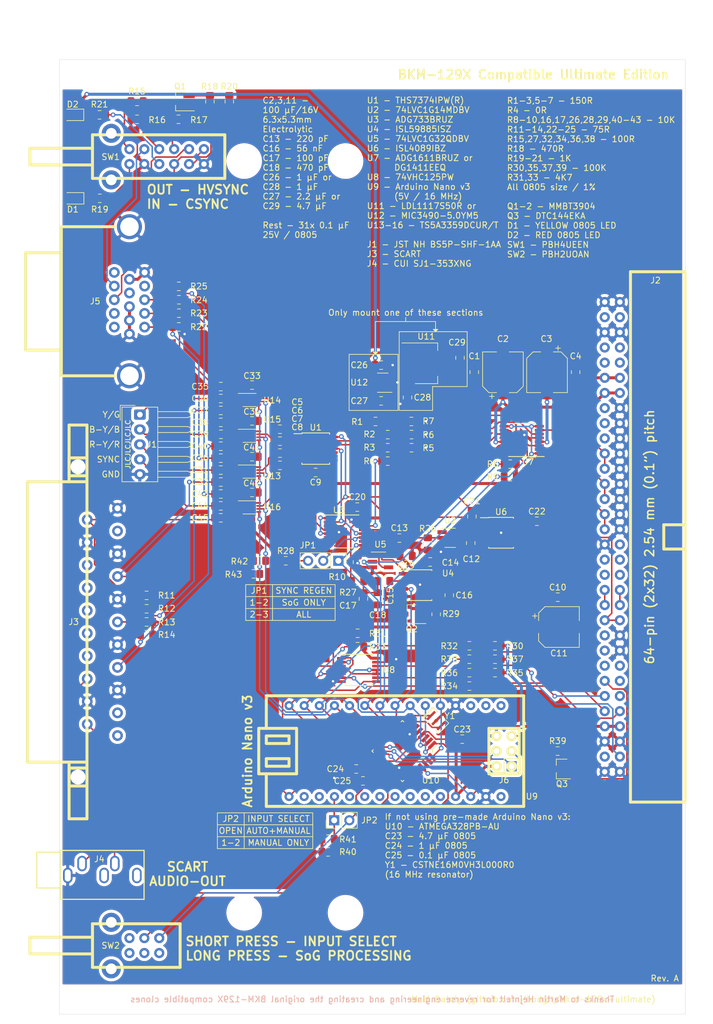
<source format=kicad_pcb>
(kicad_pcb (version 20171130) (host pcbnew "(5.1.12-1-10_14)")
  (layers (0 F.Cu signal) (31 B.Cu signal) (34 B.Paste user) (35 F.Paste user) (36 B.SilkS user) (37 F.SilkS user) (38 B.Mask user) (39 F.Mask user) (44 Edge.Cuts user))
  (net 0 "")
  (net 1 VDDA)
  (net 2 VSSA)
  (net 3 +5VD)
  (net 4 VCC)
  (net 5 "/Input Switch/GREEN")
  (net 6 "Net-(C13-Pad1)")
  (net 7 "/Input Switch/BLUE")
  (net 8 "/Input Switch/RED")
  (net 9 "Net-(C15-Pad1)")
  (net 10 "/Input Switch/CSYNC")
  (net 11 "Net-(C21-Pad1)")
  (net 12 "Net-(D1-Pad1)")
  (net 13 "Net-(D2-Pad1)")
  (net 14 /VGA/RED)
  (net 15 /VGA/GREEN)
  (net 16 /VGA/V_SYNC)
  (net 17 /VGA/H_SYNC)
  (net 18 /VGA/BLUE)
  (net 19 /SCART/CSYNC)
  (net 20 /SCART/BLUE)
  (net 21 /SCART/GREEN)
  (net 22 /SCART/RED)
  (net 23 "/Input Switch/CSYNC_2")
  (net 24 "/Input Switch/BLUE_2")
  (net 25 "/Input Switch/GREEN_2")
  (net 26 "/Input Switch/RED_2")
  (net 27 /SLOT_ID)
  (net 28 /MOSI)
  (net 29 /EXT_SYNC)
  (net 30 /SCLK)
  (net 31 /MISO)
  (net 32 /RESET)
  (net 33 /RED)
  (net 34 /BLUE)
  (net 35 /GREEN)
  (net 36 /MCU/~MCU_RESET)
  (net 37 /MCU/MCU_MOSI)
  (net 38 /MCU/MCU_SCK)
  (net 39 /MCU/MCU_MISO)
  (net 40 /MCU/SCAN_DISABLE)
  (net 41 "Net-(Q2-Pad1)")
  (net 42 /VGA/CSYNC)
  (net 43 /VGA/COMB_H_SYNC)
  (net 44 "/Input Switch/IN1")
  (net 45 "/Input Switch/IN2")
  (net 46 /MCU/SELECT)
  (net 47 "/Output Switch/GREEN_IN")
  (net 48 "/Output Switch/BLUE_IN")
  (net 49 "/Output Switch/RED_IN")
  (net 50 "/Output Switch/CSYNC_IN")
  (net 51 /VGA/COMB_CSYNC)
  (net 52 /VGA/HV_SYNC_ACT)
  (net 53 /VGA/CSYNC_ACT)
  (net 54 /VGA/COMB_V_SYNC)
  (net 55 "Net-(R32-Pad1)")
  (net 56 /MCU/MCU_SLOT_ID)
  (net 57 /MCU/~MCU_SS)
  (net 58 /VSYNC)
  (net 59 /SCART/AUDIO_R)
  (net 60 /SCART/AUDIO_L)
  (net 61 GND)
  (net 62 "Net-(C5-Pad1)")
  (net 63 "Net-(C6-Pad1)")
  (net 64 "Net-(C7-Pad1)")
  (net 65 "Net-(C8-Pad1)")
  (net 66 "/Sync Processing/CSYNC_SEP")
  (net 67 "Net-(C15-Pad2)")
  (net 68 "Net-(C16-Pad2)")
  (net 69 "Net-(C18-Pad2)")
  (net 70 "/Sync Processing/GREEN_IN")
  (net 71 "Net-(C25-Pad1)")
  (net 72 "Net-(C30-Pad1)")
  (net 73 "Net-(C31-Pad1)")
  (net 74 "Net-(C32-Pad1)")
  (net 75 "Net-(C35-Pad1)")
  (net 76 "Net-(C36-Pad1)")
  (net 77 "Net-(C37-Pad1)")
  (net 78 "Net-(C38-Pad1)")
  (net 79 "Net-(C39-Pad1)")
  (net 80 "Net-(C40-Pad1)")
  (net 81 "Net-(C43-Pad1)")
  (net 82 "Net-(C44-Pad1)")
  (net 83 "Net-(C45-Pad1)")
  (net 84 "Net-(J2-Pad20a)")
  (net 85 "Net-(J2-Pad20b)")
  (net 86 "Net-(JP1-Pad3)")
  (net 87 "Net-(JP1-Pad2)")
  (net 88 /SOG_EN)
  (net 89 "Net-(Q1-Pad3)")
  (net 90 "Net-(Q1-Pad2)")
  (net 91 "Net-(Q1-Pad1)")
  (net 92 "/Sync Processing/GREEN_OUT")
  (net 93 "Net-(R2-Pad2)")
  (net 94 "Net-(R3-Pad2)")
  (net 95 "/Sync Processing/CSYNC_OUT")
  (net 96 /~EXT_SYNC_OE)
  (net 97 /~BX_OE)
  (net 98 "Net-(R16-Pad1)")
  (net 99 "Net-(R27-Pad2)")
  (net 100 "Net-(R29-Pad1)")
  (net 101 "Net-(R34-Pad1)")
  (net 102 "Net-(R36-Pad1)")
  (net 103 "/Sync Processing/CSYNC_IN")
  (net 104 "/Sync Processing/~CSYNC")
  (net 105 "Net-(U3-Pad10)")
  (net 106 "/Sync Processing/GREEN_NORM")
  (net 107 "Net-(U10-Pad8)")
  (net 108 "Net-(U10-Pad7)")
  (module MountingHole:MountingHole_3.2mm_M3 (layer F.Cu) (at 88 163)
    (fp_text reference H4 hide)
    (fp_text value MountingHole)
    (pad 1 np_thru_hole circle (at 0 0) (size 3.2 3.2) (drill 3.2) (layers *.Cu *.Mask))
  )
  (module MountingHole:MountingHole_3.2mm_M3 (layer F.Cu) (at 88 37)
    (fp_text reference H3 hide)
    (fp_text value MountingHole)
    (pad 1 np_thru_hole circle (at 0 0) (size 3.2 3.2) (drill 3.2) (layers *.Cu *.Mask))
  )
  (module MountingHole:MountingHole_3.2mm_M3 (layer F.Cu) (at 71 163)
    (fp_text reference H2 hide)
    (fp_text value MountingHole)
    (pad 1 np_thru_hole circle (at 0 0) (size 3.2 3.2) (drill 3.2) (layers *.Cu *.Mask))
  )
  (module MountingHole:MountingHole_3.2mm_M3 (layer F.Cu) (at 71 37)
    (fp_text reference H1 hide)
    (fp_text value MountingHole)
    (pad 1 np_thru_hole circle (at 0 0) (size 3.2 3.2) (drill 3.2) (layers *.Cu *.Mask))
  )
  (module Crystal:Resonator_SMD_muRata_CSTxExxV-3Pin_3.0x1.1mm (layer F.Cu) (at 103.2 130.8 315)
    (fp_text reference Y1 (at 1.06066 -2.192031) (layer F.SilkS))
    (fp_text value Crystal_GND2)
    (pad 3 smd rect (at 1.2 0 315) (size 0.4 1.9) (layers F.Cu F.Paste F.Mask) (net 108 "Net-(U10-Pad7)"))
    (pad 2 smd rect (at 0 0 315) (size 0.4 1.9) (layers F.Cu F.Paste F.Mask) (net 61 GND))
    (pad 1 smd rect (at -1.2 0 315) (size 0.4 1.9) (layers F.Cu F.Paste F.Mask) (net 107 "Net-(U10-Pad8)"))
  )
  (module Connector_JST_NH:JST_NH_BS5P-SHF-1AA_1x05_P2.50mm_Horizontal (layer F.Cu) (at 53.5 79.5 270)
    (fp_text reference J1 (at 5 -2 180) (layer F.SilkS))
    (fp_text value Conn_01x05)
    (pad 5 thru_hole oval (at 10 0 270) (size 1.7 1.95) (drill 0.95) (layers *.Cu *.Mask) (net 61 GND))
    (pad 4 thru_hole oval (at 7.5 0 270) (size 1.7 1.95) (drill 0.95) (layers *.Cu *.Mask) (net 23 "/Input Switch/CSYNC_2"))
    (pad 3 thru_hole oval (at 5 0 270) (size 1.7 1.95) (drill 0.95) (layers *.Cu *.Mask) (net 26 "/Input Switch/RED_2"))
    (pad 2 thru_hole oval (at 2.5 0 270) (size 1.7 1.95) (drill 0.95) (layers *.Cu *.Mask) (net 24 "/Input Switch/BLUE_2"))
    (pad 1 thru_hole roundrect (at 0 0 270) (size 1.7 1.95) (drill 0.95) (layers *.Cu *.Mask) (roundrect_rratio 0.147059) (net 25 "/Input Switch/GREEN_2"))
  )
  (module Package_SO:TSSOP-16_4.4x5mm_P0.65mm (layer F.Cu) (at 88.05 99.125)
    (fp_text reference U3 (at -1.15 -3.625) (layer F.SilkS))
    (fp_text value ADG733BRU)
    (pad 16 smd rect (at 2.95 -2.275) (size 1.5 0.45) (layers F.Cu F.Paste F.Mask) (net 4 VCC))
    (pad 15 smd rect (at 2.95 -1.625) (size 1.5 0.45) (layers F.Cu F.Paste F.Mask) (net 99 "Net-(R27-Pad2)"))
    (pad 14 smd rect (at 2.95 -0.975) (size 1.5 0.45) (layers F.Cu F.Paste F.Mask) (net 95 "/Sync Processing/CSYNC_OUT"))
    (pad 13 smd rect (at 2.95 -0.325) (size 1.5 0.45) (layers F.Cu F.Paste F.Mask) (net 66 "/Sync Processing/CSYNC_SEP"))
    (pad 12 smd rect (at 2.95 0.325) (size 1.5 0.45) (layers F.Cu F.Paste F.Mask) (net 103 "/Sync Processing/CSYNC_IN"))
    (pad 11 smd rect (at 2.95 0.975) (size 1.5 0.45) (layers F.Cu F.Paste F.Mask) (net 87 "Net-(JP1-Pad2)"))
    (pad 10 smd rect (at 2.95 1.625) (size 1.5 0.45) (layers F.Cu F.Paste F.Mask) (net 105 "Net-(U3-Pad10)"))
    (pad 9 smd rect (at 2.95 2.275) (size 1.5 0.45) (layers F.Cu F.Paste F.Mask) (net 88 /SOG_EN))
    (pad 8 smd rect (at -2.95 2.275) (size 1.5 0.45) (layers F.Cu F.Paste F.Mask) (net 61 GND))
    (pad 7 smd rect (at -2.95 1.625) (size 1.5 0.45) (layers F.Cu F.Paste F.Mask) (net 61 GND))
    (pad 6 smd rect (at -2.95 0.975) (size 1.5 0.45) (layers F.Cu F.Paste F.Mask) (net 61 GND))
    (pad 5 smd rect (at -2.95 0.325) (size 1.5 0.45) (layers F.Cu F.Paste F.Mask) (net 70 "/Sync Processing/GREEN_IN"))
    (pad 4 smd rect (at -2.95 -0.325) (size 1.5 0.45) (layers F.Cu F.Paste F.Mask) (net 92 "/Sync Processing/GREEN_OUT"))
    (pad 3 smd rect (at -2.95 -0.975) (size 1.5 0.45) (layers F.Cu F.Paste F.Mask) (net 106 "/Sync Processing/GREEN_NORM"))
    (pad 2 smd rect (at -2.95 -1.625) (size 1.5 0.45) (layers F.Cu F.Paste F.Mask) (net 103 "/Sync Processing/CSYNC_IN"))
    (pad 1 smd rect (at -2.95 -2.275) (size 1.5 0.45) (layers F.Cu F.Paste F.Mask) (net 70 "/Sync Processing/GREEN_IN"))
  )
  (module Package_TO_SOT_SMD:SOT-23_Handsoldering (layer F.Cu) (at 99.1 112.95 180)
    (fp_text reference Q2 (at 0 -2.5) (layer F.SilkS))
    (fp_text value MMBT3904)
    (pad 3 smd rect (at 1.5 0 180) (size 1.9 0.8) (layers F.Cu F.Paste F.Mask) (net 69 "Net-(C18-Pad2)"))
    (pad 2 smd rect (at -1.5 0.95 180) (size 1.9 0.8) (layers F.Cu F.Paste F.Mask) (net 61 GND))
    (pad 1 smd rect (at -1.5 -0.95 180) (size 1.9 0.8) (layers F.Cu F.Paste F.Mask) (net 41 "Net-(Q2-Pad1)"))
  )
  (module Package_SO:SOIC-8_3.9x4.9mm_P1.27mm (layer F.Cu) (at 114.1 99.305)
    (fp_text reference U6 (at 0 -3.5) (layer F.SilkS))
    (fp_text value ISL4089)
    (pad 8 smd rect (at 2.7 -1.905) (size 1.55 0.6) (layers F.Cu F.Paste F.Mask) (net 4 VCC))
    (pad 7 smd rect (at 2.7 -0.635) (size 1.55 0.6) (layers F.Cu F.Paste F.Mask) (net 106 "/Sync Processing/GREEN_NORM"))
    (pad 6 smd rect (at 2.7 0.635) (size 1.55 0.6) (layers F.Cu F.Paste F.Mask))
    (pad 5 smd rect (at 2.7 1.905) (size 1.55 0.6) (layers F.Cu F.Paste F.Mask) (net 61 GND))
    (pad 4 smd rect (at -2.7 1.905) (size 1.55 0.6) (layers F.Cu F.Paste F.Mask) (net 104 "/Sync Processing/~CSYNC"))
    (pad 3 smd rect (at -2.7 0.635) (size 1.55 0.6) (layers F.Cu F.Paste F.Mask) (net 61 GND))
    (pad 2 smd rect (at -2.7 -0.635) (size 1.55 0.6) (layers F.Cu F.Paste F.Mask) (net 11 "Net-(C21-Pad1)"))
    (pad 1 smd rect (at -2.7 -1.905) (size 1.55 0.6) (layers F.Cu F.Paste F.Mask) (net 106 "/Sync Processing/GREEN_NORM"))
  )
  (module Package_TO_SOT_SMD:SOT-23-5_HandSoldering (layer F.Cu) (at 93.85 104.15)
    (fp_text reference U5 (at 0 -2.9) (layer F.SilkS))
    (fp_text value 74LVC1G32)
    (pad 5 smd rect (at 1.35 -0.95) (size 1.56 0.65) (layers F.Cu F.Paste F.Mask) (net 4 VCC))
    (pad 4 smd rect (at 1.35 0.95) (size 1.56 0.65) (layers F.Cu F.Paste F.Mask) (net 105 "Net-(U3-Pad10)"))
    (pad 3 smd rect (at -1.35 0.95) (size 1.56 0.65) (layers F.Cu F.Paste F.Mask) (net 61 GND))
    (pad 2 smd rect (at -1.35 0) (size 1.56 0.65) (layers F.Cu F.Paste F.Mask) (net 96 /~EXT_SYNC_OE))
    (pad 1 smd rect (at -1.35 -0.95) (size 1.56 0.65) (layers F.Cu F.Paste F.Mask) (net 88 /SOG_EN))
  )
  (module Package_SO:SOIC-8_3.9x4.9mm_P1.27mm (layer F.Cu) (at 100.4 108.085)
    (fp_text reference U4 (at 4.8 -1.985) (layer F.SilkS))
    (fp_text value ISL59885)
    (pad 8 smd rect (at 2.7 -1.905) (size 1.55 0.6) (layers F.Cu F.Paste F.Mask) (net 4 VCC))
    (pad 7 smd rect (at 2.7 -0.635) (size 1.55 0.6) (layers F.Cu F.Paste F.Mask))
    (pad 6 smd rect (at 2.7 0.635) (size 1.55 0.6) (layers F.Cu F.Paste F.Mask) (net 68 "Net-(C16-Pad2)"))
    (pad 5 smd rect (at 2.7 1.905) (size 1.55 0.6) (layers F.Cu F.Paste F.Mask) (net 100 "Net-(R29-Pad1)"))
    (pad 4 smd rect (at -2.7 1.905) (size 1.55 0.6) (layers F.Cu F.Paste F.Mask) (net 61 GND))
    (pad 3 smd rect (at -2.7 0.635) (size 1.55 0.6) (layers F.Cu F.Paste F.Mask) (net 58 /VSYNC))
    (pad 2 smd rect (at -2.7 -0.635) (size 1.55 0.6) (layers F.Cu F.Paste F.Mask) (net 9 "Net-(C15-Pad1)"))
    (pad 1 smd rect (at -2.7 -1.905) (size 1.55 0.6) (layers F.Cu F.Paste F.Mask) (net 66 "/Sync Processing/CSYNC_SEP"))
  )
  (module Package_TO_SOT_SMD:SOT-23-5_HandSoldering (layer F.Cu) (at 105.55 100.15)
    (fp_text reference U2 (at 0 -2.9) (layer F.SilkS))
    (fp_text value 74LVC1G14)
    (pad 5 smd rect (at 1.35 -0.95) (size 1.56 0.65) (layers F.Cu F.Paste F.Mask) (net 4 VCC))
    (pad 4 smd rect (at 1.35 0.95) (size 1.56 0.65) (layers F.Cu F.Paste F.Mask) (net 104 "/Sync Processing/~CSYNC"))
    (pad 3 smd rect (at -1.35 0.95) (size 1.56 0.65) (layers F.Cu F.Paste F.Mask) (net 61 GND))
    (pad 2 smd rect (at -1.35 0) (size 1.56 0.65) (layers F.Cu F.Paste F.Mask) (net 6 "Net-(C13-Pad1)"))
    (pad 1 smd rect (at -1.35 -0.95) (size 1.56 0.65) (layers F.Cu F.Paste F.Mask))
  )
  (module Resistor_SMD:R_0805_2012Metric_Pad1.15x1.40mm_HandSolder (layer F.Cu) (at 103.2 112.975 270)
    (fp_text reference R29 (at -0.075 -2.5 180) (layer F.SilkS))
    (fp_text value 10K)
    (pad 2 smd roundrect (at 1.025 0 270) (size 1.15 1.4) (layers F.Cu F.Paste F.Mask) (roundrect_rratio 0.217391) (net 41 "Net-(Q2-Pad1)"))
    (pad 1 smd roundrect (at -1.025 0 270) (size 1.15 1.4) (layers F.Cu F.Paste F.Mask) (roundrect_rratio 0.217391) (net 100 "Net-(R29-Pad1)"))
  )
  (module Resistor_SMD:R_0805_2012Metric_Pad1.15x1.40mm_HandSolder (layer F.Cu) (at 77.975 104)
    (fp_text reference R28 (at 0 -1.65) (layer F.SilkS))
    (fp_text value 10K)
    (pad 2 smd roundrect (at 1.025 0) (size 1.15 1.4) (layers F.Cu F.Paste F.Mask) (roundrect_rratio 0.217391) (net 86 "Net-(JP1-Pad3)"))
    (pad 1 smd roundrect (at -1.025 0) (size 1.15 1.4) (layers F.Cu F.Paste F.Mask) (roundrect_rratio 0.217391) (net 4 VCC))
  )
  (module Resistor_SMD:R_0805_2012Metric_Pad1.15x1.40mm_HandSolder (layer F.Cu) (at 90.025 107.4 180)
    (fp_text reference R27 (at 1.625 -1.9) (layer F.SilkS))
    (fp_text value 100R)
    (pad 2 smd roundrect (at 1.025 0 180) (size 1.15 1.4) (layers F.Cu F.Paste F.Mask) (roundrect_rratio 0.217391) (net 99 "Net-(R27-Pad2)"))
    (pad 1 smd roundrect (at -1.025 0 180) (size 1.15 1.4) (layers F.Cu F.Paste F.Mask) (roundrect_rratio 0.217391) (net 67 "Net-(C15-Pad2)"))
  )
  (module Resistor_SMD:R_0805_2012Metric_Pad1.15x1.40mm_HandSolder (layer F.Cu) (at 101.8 101.175 270)
    (fp_text reference R26 (at -2.575 0 180) (layer F.SilkS))
    (fp_text value 10K)
    (pad 2 smd roundrect (at 1.025 0 270) (size 1.15 1.4) (layers F.Cu F.Paste F.Mask) (roundrect_rratio 0.217391) (net 61 GND))
    (pad 1 smd roundrect (at -1.025 0 270) (size 1.15 1.4) (layers F.Cu F.Paste F.Mask) (roundrect_rratio 0.217391) (net 6 "Net-(C13-Pad1)"))
  )
  (module Resistor_SMD:R_0805_2012Metric_Pad1.15x1.40mm_HandSolder (layer F.Cu) (at 90 104.225 270)
    (fp_text reference R10 (at 2.475 3.4 180) (layer F.SilkS))
    (fp_text value 10K)
    (pad 2 smd roundrect (at 1.025 0 270) (size 1.15 1.4) (layers F.Cu F.Paste F.Mask) (roundrect_rratio 0.217391) (net 61 GND))
    (pad 1 smd roundrect (at -1.025 0 270) (size 1.15 1.4) (layers F.Cu F.Paste F.Mask) (roundrect_rratio 0.217391) (net 88 /SOG_EN))
  )
  (module Connector_PinHeader_2.54mm:PinHeader_1x03_P2.54mm_Vertical (layer F.Cu) (at 86.8 104 270)
    (fp_text reference JP1 (at -2.6 5.1 180) (layer F.SilkS))
    (fp_text value Jumper_3_Bridged12)
    (pad 3 thru_hole oval (at 0 5.08 270) (size 1.7 1.7) (drill 1) (layers *.Cu *.Mask) (net 86 "Net-(JP1-Pad3)"))
    (pad 2 thru_hole oval (at 0 2.54 270) (size 1.7 1.7) (drill 1) (layers *.Cu *.Mask) (net 87 "Net-(JP1-Pad2)"))
    (pad 1 thru_hole rect (at 0 0 270) (size 1.7 1.7) (drill 1) (layers *.Cu *.Mask) (net 88 /SOG_EN))
  )
  (module Capacitor_SMD:C_0805_2012Metric_Pad1.15x1.40mm_HandSolder (layer F.Cu) (at 67.075 96.8 180)
    (fp_text reference C45 (at 3.475 0) (layer F.SilkS))
    (fp_text value 0.1uF)
    (pad 2 smd roundrect (at 1.025 0 180) (size 1.15 1.4) (layers F.Cu F.Paste F.Mask) (roundrect_rratio 0.217391) (net 19 /SCART/CSYNC))
    (pad 1 smd roundrect (at -1.025 0 180) (size 1.15 1.4) (layers F.Cu F.Paste F.Mask) (roundrect_rratio 0.217391) (net 83 "Net-(C45-Pad1)"))
  )
  (module Capacitor_SMD:C_0805_2012Metric_Pad1.15x1.40mm_HandSolder (layer F.Cu) (at 67.075 94.8 180)
    (fp_text reference C44 (at 3.475 0) (layer F.SilkS))
    (fp_text value 0.1uF)
    (pad 2 smd roundrect (at 1.025 0 180) (size 1.15 1.4) (layers F.Cu F.Paste F.Mask) (roundrect_rratio 0.217391) (net 23 "/Input Switch/CSYNC_2"))
    (pad 1 smd roundrect (at -1.025 0 180) (size 1.15 1.4) (layers F.Cu F.Paste F.Mask) (roundrect_rratio 0.217391) (net 82 "Net-(C44-Pad1)"))
  )
  (module Capacitor_SMD:C_0805_2012Metric_Pad1.15x1.40mm_HandSolder (layer F.Cu) (at 67.075 92.8 180)
    (fp_text reference C43 (at 3.475 0) (layer F.SilkS))
    (fp_text value 0.1uF)
    (pad 2 smd roundrect (at 1.025 0 180) (size 1.15 1.4) (layers F.Cu F.Paste F.Mask) (roundrect_rratio 0.217391) (net 42 /VGA/CSYNC))
    (pad 1 smd roundrect (at -1.025 0 180) (size 1.15 1.4) (layers F.Cu F.Paste F.Mask) (roundrect_rratio 0.217391) (net 81 "Net-(C43-Pad1)"))
  )
  (module Capacitor_SMD:C_0805_2012Metric_Pad1.15x1.40mm_HandSolder (layer F.Cu) (at 67.075 84.8 180)
    (fp_text reference C40 (at 3.475 0) (layer F.SilkS))
    (fp_text value 0.1uF)
    (pad 2 smd roundrect (at 1.025 0 180) (size 1.15 1.4) (layers F.Cu F.Paste F.Mask) (roundrect_rratio 0.217391) (net 20 /SCART/BLUE))
    (pad 1 smd roundrect (at -1.025 0 180) (size 1.15 1.4) (layers F.Cu F.Paste F.Mask) (roundrect_rratio 0.217391) (net 80 "Net-(C40-Pad1)"))
  )
  (module Capacitor_SMD:C_0805_2012Metric_Pad1.15x1.40mm_HandSolder (layer F.Cu) (at 67.1 82.8 180)
    (fp_text reference C39 (at 3.5 0) (layer F.SilkS))
    (fp_text value 0.1uF)
    (pad 2 smd roundrect (at 1.025 0 180) (size 1.15 1.4) (layers F.Cu F.Paste F.Mask) (roundrect_rratio 0.217391) (net 24 "/Input Switch/BLUE_2"))
    (pad 1 smd roundrect (at -1.025 0 180) (size 1.15 1.4) (layers F.Cu F.Paste F.Mask) (roundrect_rratio 0.217391) (net 79 "Net-(C39-Pad1)"))
  )
  (module Capacitor_SMD:C_0805_2012Metric_Pad1.15x1.40mm_HandSolder (layer F.Cu) (at 67.075 80.8 180)
    (fp_text reference C38 (at 3.475 0) (layer F.SilkS))
    (fp_text value 0.1uF)
    (pad 2 smd roundrect (at 1.025 0 180) (size 1.15 1.4) (layers F.Cu F.Paste F.Mask) (roundrect_rratio 0.217391) (net 18 /VGA/BLUE))
    (pad 1 smd roundrect (at -1.025 0 180) (size 1.15 1.4) (layers F.Cu F.Paste F.Mask) (roundrect_rratio 0.217391) (net 78 "Net-(C38-Pad1)"))
  )
  (module Capacitor_SMD:C_0805_2012Metric_Pad1.15x1.40mm_HandSolder (layer F.Cu) (at 67.075 78.8 180)
    (fp_text reference C37 (at 3.475 0) (layer F.SilkS))
    (fp_text value 0.1uF)
    (pad 2 smd roundrect (at 1.025 0 180) (size 1.15 1.4) (layers F.Cu F.Paste F.Mask) (roundrect_rratio 0.217391) (net 21 /SCART/GREEN))
    (pad 1 smd roundrect (at -1.025 0 180) (size 1.15 1.4) (layers F.Cu F.Paste F.Mask) (roundrect_rratio 0.217391) (net 77 "Net-(C37-Pad1)"))
  )
  (module Capacitor_SMD:C_0805_2012Metric_Pad1.15x1.40mm_HandSolder (layer F.Cu) (at 67.075 76.8 180)
    (fp_text reference C36 (at 3.475 0) (layer F.SilkS))
    (fp_text value 0.1uF)
    (pad 2 smd roundrect (at 1.025 0 180) (size 1.15 1.4) (layers F.Cu F.Paste F.Mask) (roundrect_rratio 0.217391) (net 25 "/Input Switch/GREEN_2"))
    (pad 1 smd roundrect (at -1.025 0 180) (size 1.15 1.4) (layers F.Cu F.Paste F.Mask) (roundrect_rratio 0.217391) (net 76 "Net-(C36-Pad1)"))
  )
  (module Capacitor_SMD:C_0805_2012Metric_Pad1.15x1.40mm_HandSolder (layer F.Cu) (at 67.075 74.8 180)
    (fp_text reference C35 (at 3.475 0) (layer F.SilkS))
    (fp_text value 0.1uF)
    (pad 2 smd roundrect (at 1.025 0 180) (size 1.15 1.4) (layers F.Cu F.Paste F.Mask) (roundrect_rratio 0.217391) (net 15 /VGA/GREEN))
    (pad 1 smd roundrect (at -1.025 0 180) (size 1.15 1.4) (layers F.Cu F.Paste F.Mask) (roundrect_rratio 0.217391) (net 75 "Net-(C35-Pad1)"))
  )
  (module Capacitor_SMD:C_0805_2012Metric_Pad1.15x1.40mm_HandSolder (layer F.Cu) (at 67.075 90.8 180)
    (fp_text reference C32 (at 3.475 0) (layer F.SilkS))
    (fp_text value 0.1uF)
    (pad 2 smd roundrect (at 1.025 0 180) (size 1.15 1.4) (layers F.Cu F.Paste F.Mask) (roundrect_rratio 0.217391) (net 22 /SCART/RED))
    (pad 1 smd roundrect (at -1.025 0 180) (size 1.15 1.4) (layers F.Cu F.Paste F.Mask) (roundrect_rratio 0.217391) (net 74 "Net-(C32-Pad1)"))
  )
  (module Capacitor_SMD:C_0805_2012Metric_Pad1.15x1.40mm_HandSolder (layer F.Cu) (at 67.075 88.8 180)
    (fp_text reference C31 (at 3.475 0) (layer F.SilkS))
    (fp_text value 0.1uF)
    (pad 2 smd roundrect (at 1.025 0 180) (size 1.15 1.4) (layers F.Cu F.Paste F.Mask) (roundrect_rratio 0.217391) (net 26 "/Input Switch/RED_2"))
    (pad 1 smd roundrect (at -1.025 0 180) (size 1.15 1.4) (layers F.Cu F.Paste F.Mask) (roundrect_rratio 0.217391) (net 73 "Net-(C31-Pad1)"))
  )
  (module Capacitor_SMD:C_0805_2012Metric_Pad1.15x1.40mm_HandSolder (layer F.Cu) (at 67.075 86.8 180)
    (fp_text reference C30 (at 3.475 0) (layer F.SilkS))
    (fp_text value 0.1uF)
    (pad 2 smd roundrect (at 1.025 0 180) (size 1.15 1.4) (layers F.Cu F.Paste F.Mask) (roundrect_rratio 0.217391) (net 14 /VGA/RED))
    (pad 1 smd roundrect (at -1.025 0 180) (size 1.15 1.4) (layers F.Cu F.Paste F.Mask) (roundrect_rratio 0.217391) (net 72 "Net-(C30-Pad1)"))
  )
  (module Capacitor_SMD:C_0805_2012Metric_Pad1.15x1.40mm_HandSolder (layer F.Cu) (at 120.1 97.375)
    (fp_text reference C22 (at 0 -1.65) (layer F.SilkS))
    (fp_text value 0.1uF)
    (pad 2 smd roundrect (at 1.025 0) (size 1.15 1.4) (layers F.Cu F.Paste F.Mask) (roundrect_rratio 0.217391) (net 61 GND))
    (pad 1 smd roundrect (at -1.025 0) (size 1.15 1.4) (layers F.Cu F.Paste F.Mask) (roundrect_rratio 0.217391) (net 4 VCC))
  )
  (module Capacitor_SMD:C_0805_2012Metric_Pad1.15x1.40mm_HandSolder (layer F.Cu) (at 109.2 96.575 90)
    (fp_text reference C21 (at 2.575 0 180) (layer F.SilkS))
    (fp_text value 0.1uF)
    (pad 2 smd roundrect (at 1.025 0 90) (size 1.15 1.4) (layers F.Cu F.Paste F.Mask) (roundrect_rratio 0.217391) (net 70 "/Sync Processing/GREEN_IN"))
    (pad 1 smd roundrect (at -1.025 0 90) (size 1.15 1.4) (layers F.Cu F.Paste F.Mask) (roundrect_rratio 0.217391) (net 11 "Net-(C21-Pad1)"))
  )
  (module Capacitor_SMD:C_0805_2012Metric_Pad1.15x1.40mm_HandSolder (layer F.Cu) (at 98.175 103.2 180)
    (fp_text reference C19 (at 0 -1.6) (layer F.SilkS))
    (fp_text value 0.1uF)
    (pad 2 smd roundrect (at 1.025 0 180) (size 1.15 1.4) (layers F.Cu F.Paste F.Mask) (roundrect_rratio 0.217391) (net 4 VCC))
    (pad 1 smd roundrect (at -1.025 0 180) (size 1.15 1.4) (layers F.Cu F.Paste F.Mask) (roundrect_rratio 0.217391) (net 61 GND))
  )
  (module Capacitor_SMD:C_0805_2012Metric_Pad1.15x1.40mm_HandSolder (layer F.Cu) (at 93.4 110.375 270)
    (fp_text reference C18 (at 2.725 0 180) (layer F.SilkS))
    (fp_text value 470pF)
    (pad 2 smd roundrect (at 1.025 0 270) (size 1.15 1.4) (layers F.Cu F.Paste F.Mask) (roundrect_rratio 0.217391) (net 69 "Net-(C18-Pad2)"))
    (pad 1 smd roundrect (at -1.025 0 270) (size 1.15 1.4) (layers F.Cu F.Paste F.Mask) (roundrect_rratio 0.217391) (net 67 "Net-(C15-Pad2)"))
  )
  (module Capacitor_SMD:C_0805_2012Metric_Pad1.15x1.40mm_HandSolder (layer F.Cu) (at 91 110.375 90)
    (fp_text reference C17 (at -1.125 -2.6 180) (layer F.SilkS))
    (fp_text value 100pF)
    (pad 2 smd roundrect (at 1.025 0 90) (size 1.15 1.4) (layers F.Cu F.Paste F.Mask) (roundrect_rratio 0.217391) (net 67 "Net-(C15-Pad2)"))
    (pad 1 smd roundrect (at -1.025 0 90) (size 1.15 1.4) (layers F.Cu F.Paste F.Mask) (roundrect_rratio 0.217391) (net 61 GND))
  )
  (module Capacitor_SMD:C_0805_2012Metric_Pad1.15x1.40mm_HandSolder (layer F.Cu) (at 105.4 109.775 90)
    (fp_text reference C16 (at 0 2.5 180) (layer F.SilkS))
    (fp_text value 56nF)
    (pad 2 smd roundrect (at 1.025 0 90) (size 1.15 1.4) (layers F.Cu F.Paste F.Mask) (roundrect_rratio 0.217391) (net 68 "Net-(C16-Pad2)"))
    (pad 1 smd roundrect (at -1.025 0 90) (size 1.15 1.4) (layers F.Cu F.Paste F.Mask) (roundrect_rratio 0.217391) (net 61 GND))
  )
  (module Capacitor_SMD:C_0805_2012Metric_Pad1.15x1.40mm_HandSolder (layer F.Cu) (at 94.4 107.4 180)
    (fp_text reference C15 (at -1.1 -2.5 90) (layer F.SilkS))
    (fp_text value 0.1uF)
    (pad 2 smd roundrect (at 1.025 0 180) (size 1.15 1.4) (layers F.Cu F.Paste F.Mask) (roundrect_rratio 0.217391) (net 67 "Net-(C15-Pad2)"))
    (pad 1 smd roundrect (at -1.025 0 180) (size 1.15 1.4) (layers F.Cu F.Paste F.Mask) (roundrect_rratio 0.217391) (net 9 "Net-(C15-Pad1)"))
  )
  (module Capacitor_SMD:C_0805_2012Metric_Pad1.15x1.40mm_HandSolder (layer F.Cu) (at 102.2 104.2)
    (fp_text reference C14 (at 3.4 0.1) (layer F.SilkS))
    (fp_text value 0.1uF)
    (pad 2 smd roundrect (at 1.025 0) (size 1.15 1.4) (layers F.Cu F.Paste F.Mask) (roundrect_rratio 0.217391) (net 4 VCC))
    (pad 1 smd roundrect (at -1.025 0) (size 1.15 1.4) (layers F.Cu F.Paste F.Mask) (roundrect_rratio 0.217391) (net 61 GND))
  )
  (module Capacitor_SMD:C_0805_2012Metric_Pad1.15x1.40mm_HandSolder (layer F.Cu) (at 97.025 100.2 180)
    (fp_text reference C13 (at 0 1.7) (layer F.SilkS))
    (fp_text value 220pF)
    (pad 2 smd roundrect (at 1.025 0 180) (size 1.15 1.4) (layers F.Cu F.Paste F.Mask) (roundrect_rratio 0.217391) (net 66 "/Sync Processing/CSYNC_SEP"))
    (pad 1 smd roundrect (at -1.025 0 180) (size 1.15 1.4) (layers F.Cu F.Paste F.Mask) (roundrect_rratio 0.217391) (net 6 "Net-(C13-Pad1)"))
  )
  (module Capacitor_SMD:C_0805_2012Metric_Pad1.15x1.40mm_HandSolder (layer F.Cu) (at 109 101.025 90)
    (fp_text reference C12 (at -2.675 0.1 180) (layer F.SilkS))
    (fp_text value 0.1uF)
    (pad 2 smd roundrect (at 1.025 0 90) (size 1.15 1.4) (layers F.Cu F.Paste F.Mask) (roundrect_rratio 0.217391) (net 4 VCC))
    (pad 1 smd roundrect (at -1.025 0 90) (size 1.15 1.4) (layers F.Cu F.Paste F.Mask) (roundrect_rratio 0.217391) (net 61 GND))
  )
  (module pbh:PBH4U (layer F.Cu) (at 58 36.25)
    (fp_text reference SW1 (at -9.4 0.05) (layer F.SilkS))
    (fp_text value PBSW_4PDT)
    (pad S thru_hole circle (at -9.3 3.9) (size 3.2 3.2) (drill 1.8) (layers *.Cu *.Mask))
    (pad S thru_hole circle (at -9.3 -3.9) (size 3.2 3.2) (drill 1.8) (layers *.Cu *.Mask))
    (pad 11 thru_hole circle (at -3.75 -1.25) (size 1.7 1.7) (drill 0.9) (layers *.Cu *.Mask) (net 16 /VGA/V_SYNC))
    (pad 12 thru_hole circle (at -6.25 -1.25) (size 1.7 1.7) (drill 0.9) (layers *.Cu *.Mask) (net 54 /VGA/COMB_V_SYNC))
    (pad 6 thru_hole circle (at -6.25 1.25) (size 1.7 1.7) (drill 0.9) (layers *.Cu *.Mask) (net 52 /VGA/HV_SYNC_ACT))
    (pad 5 thru_hole circle (at -3.75 1.25) (size 1.7 1.7) (drill 0.9) (layers *.Cu *.Mask) (net 61 GND))
    (pad 4 thru_hole circle (at -1.25 1.25) (size 1.7 1.7) (drill 0.9) (layers *.Cu *.Mask) (net 53 /VGA/CSYNC_ACT))
    (pad 7 thru_hole circle (at 6.25 -1.25) (size 1.7 1.7) (drill 0.9) (layers *.Cu *.Mask) (net 42 /VGA/CSYNC))
    (pad 1 thru_hole circle (at 6.25 1.25) (size 1.7 1.7) (drill 0.9) (layers *.Cu *.Mask) (net 61 GND))
    (pad 3 thru_hole circle (at 1.25 1.25) (size 1.7 1.7) (drill 0.9) (layers *.Cu *.Mask) (net 42 /VGA/CSYNC))
    (pad 2 thru_hole circle (at 3.75 1.25) (size 1.7 1.7) (drill 0.9) (layers *.Cu *.Mask) (net 51 /VGA/COMB_CSYNC))
    (pad 8 thru_hole circle (at 3.75 -1.25) (size 1.7 1.7) (drill 0.9) (layers *.Cu *.Mask) (net 17 /VGA/H_SYNC))
    (pad 10 thru_hole circle (at -1.25 -1.25) (size 1.7 1.7) (drill 0.9) (layers *.Cu *.Mask) (net 98 "Net-(R16-Pad1)"))
    (pad 9 thru_hole circle (at 1.25 -1.25) (size 1.7 1.7) (drill 0.9) (layers *.Cu *.Mask) (net 43 /VGA/COMB_H_SYNC))
  )
  (module Package_TO_SOT_SMD:SOT-23_Handsoldering (layer F.Cu) (at 60.25 27 180)
    (fp_text reference Q1 (at 0 2.5) (layer F.SilkS))
    (fp_text value MMBT3904)
    (pad 3 smd rect (at 1.5 0 180) (size 1.9 0.8) (layers F.Cu F.Paste F.Mask) (net 89 "Net-(Q1-Pad3)"))
    (pad 2 smd rect (at -1.5 0.95 180) (size 1.9 0.8) (layers F.Cu F.Paste F.Mask) (net 90 "Net-(Q1-Pad2)"))
    (pad 1 smd rect (at -1.5 -0.95 180) (size 1.9 0.8) (layers F.Cu F.Paste F.Mask) (net 91 "Net-(Q1-Pad1)"))
  )
  (module Capacitor_SMD:C_0805_2012Metric_Pad1.15x1.40mm_HandSolder (layer F.Cu) (at 82.975 89.2 180)
    (fp_text reference C9 (at 0 -1.65) (layer F.SilkS))
    (fp_text value 0.1uF)
    (pad 2 smd roundrect (at 1.025 0 180) (size 1.15 1.4) (layers F.Cu F.Paste F.Mask) (roundrect_rratio 0.217391) (net 61 GND))
    (pad 1 smd roundrect (at -1.025 0 180) (size 1.15 1.4) (layers F.Cu F.Paste F.Mask) (roundrect_rratio 0.217391) (net 4 VCC))
  )
  (module Package_SO:VSSOP-8_2.3x2mm_P0.5mm (layer F.Cu) (at 71.9 95.05)
    (fp_text reference U16 (at 3.8 -0.05) (layer F.SilkS))
    (fp_text value TS5A3359DCUR)
    (pad 8 smd rect (at 1.55 -0.75 270) (size 0.3 0.8) (layers F.Cu F.Paste F.Mask) (net 4 VCC))
    (pad 7 smd rect (at 1.55 -0.25 270) (size 0.3 0.8) (layers F.Cu F.Paste F.Mask) (net 10 "/Input Switch/CSYNC"))
    (pad 6 smd rect (at 1.55 0.25 270) (size 0.3 0.8) (layers F.Cu F.Paste F.Mask) (net 44 "/Input Switch/IN1"))
    (pad 5 smd rect (at 1.55 0.75 270) (size 0.3 0.8) (layers F.Cu F.Paste F.Mask) (net 45 "/Input Switch/IN2"))
    (pad 4 smd rect (at -1.55 0.75 270) (size 0.3 0.8) (layers F.Cu F.Paste F.Mask) (net 61 GND))
    (pad 3 smd rect (at -1.55 0.25 270) (size 0.3 0.8) (layers F.Cu F.Paste F.Mask) (net 83 "Net-(C45-Pad1)"))
    (pad 2 smd rect (at -1.55 -0.25 270) (size 0.3 0.8) (layers F.Cu F.Paste F.Mask) (net 82 "Net-(C44-Pad1)"))
    (pad 1 smd rect (at -1.55 -0.75 270) (size 0.3 0.8) (layers F.Cu F.Paste F.Mask) (net 81 "Net-(C43-Pad1)"))
  )
  (module Package_SO:VSSOP-8_2.3x2mm_P0.5mm (layer F.Cu) (at 71.9 89.05)
    (fp_text reference U13 (at 3.8 0.75) (layer F.SilkS))
    (fp_text value TS5A3359DCUR)
    (pad 8 smd rect (at 1.55 -0.75 270) (size 0.3 0.8) (layers F.Cu F.Paste F.Mask) (net 4 VCC))
    (pad 7 smd rect (at 1.55 -0.25 270) (size 0.3 0.8) (layers F.Cu F.Paste F.Mask) (net 8 "/Input Switch/RED"))
    (pad 6 smd rect (at 1.55 0.25 270) (size 0.3 0.8) (layers F.Cu F.Paste F.Mask) (net 44 "/Input Switch/IN1"))
    (pad 5 smd rect (at 1.55 0.75 270) (size 0.3 0.8) (layers F.Cu F.Paste F.Mask) (net 45 "/Input Switch/IN2"))
    (pad 4 smd rect (at -1.55 0.75 270) (size 0.3 0.8) (layers F.Cu F.Paste F.Mask) (net 61 GND))
    (pad 3 smd rect (at -1.55 0.25 270) (size 0.3 0.8) (layers F.Cu F.Paste F.Mask) (net 74 "Net-(C32-Pad1)"))
    (pad 2 smd rect (at -1.55 -0.25 270) (size 0.3 0.8) (layers F.Cu F.Paste F.Mask) (net 73 "Net-(C31-Pad1)"))
    (pad 1 smd rect (at -1.55 -0.75 270) (size 0.3 0.8) (layers F.Cu F.Paste F.Mask) (net 72 "Net-(C30-Pad1)"))
  )
  (module Package_SO:VSSOP-8_2.3x2mm_P0.5mm (layer F.Cu) (at 71.895001 83.05)
    (fp_text reference U15 (at 3.804999 -2.75) (layer F.SilkS))
    (fp_text value TS5A3359DCUR)
    (pad 8 smd rect (at 1.55 -0.75 270) (size 0.3 0.8) (layers F.Cu F.Paste F.Mask) (net 4 VCC))
    (pad 7 smd rect (at 1.55 -0.25 270) (size 0.3 0.8) (layers F.Cu F.Paste F.Mask) (net 7 "/Input Switch/BLUE"))
    (pad 6 smd rect (at 1.55 0.25 270) (size 0.3 0.8) (layers F.Cu F.Paste F.Mask) (net 44 "/Input Switch/IN1"))
    (pad 5 smd rect (at 1.55 0.75 270) (size 0.3 0.8) (layers F.Cu F.Paste F.Mask) (net 45 "/Input Switch/IN2"))
    (pad 4 smd rect (at -1.55 0.75 270) (size 0.3 0.8) (layers F.Cu F.Paste F.Mask) (net 61 GND))
    (pad 3 smd rect (at -1.55 0.25 270) (size 0.3 0.8) (layers F.Cu F.Paste F.Mask) (net 80 "Net-(C40-Pad1)"))
    (pad 2 smd rect (at -1.55 -0.25 270) (size 0.3 0.8) (layers F.Cu F.Paste F.Mask) (net 79 "Net-(C39-Pad1)"))
    (pad 1 smd rect (at -1.55 -0.75 270) (size 0.3 0.8) (layers F.Cu F.Paste F.Mask) (net 78 "Net-(C38-Pad1)"))
  )
  (module Package_SO:VSSOP-8_2.3x2mm_P0.5mm (layer F.Cu) (at 71.9 77.05)
    (fp_text reference U14 (at 3.8 0.05) (layer F.SilkS))
    (fp_text value TS5A3359DCUR)
    (pad 8 smd rect (at 1.55 -0.75 270) (size 0.3 0.8) (layers F.Cu F.Paste F.Mask) (net 4 VCC))
    (pad 7 smd rect (at 1.55 -0.25 270) (size 0.3 0.8) (layers F.Cu F.Paste F.Mask) (net 5 "/Input Switch/GREEN"))
    (pad 6 smd rect (at 1.55 0.25 270) (size 0.3 0.8) (layers F.Cu F.Paste F.Mask) (net 44 "/Input Switch/IN1"))
    (pad 5 smd rect (at 1.55 0.75 270) (size 0.3 0.8) (layers F.Cu F.Paste F.Mask) (net 45 "/Input Switch/IN2"))
    (pad 4 smd rect (at -1.55 0.75 270) (size 0.3 0.8) (layers F.Cu F.Paste F.Mask) (net 61 GND))
    (pad 3 smd rect (at -1.55 0.25 270) (size 0.3 0.8) (layers F.Cu F.Paste F.Mask) (net 77 "Net-(C37-Pad1)"))
    (pad 2 smd rect (at -1.55 -0.25 270) (size 0.3 0.8) (layers F.Cu F.Paste F.Mask) (net 76 "Net-(C36-Pad1)"))
    (pad 1 smd rect (at -1.55 -0.75 270) (size 0.3 0.8) (layers F.Cu F.Paste F.Mask) (net 75 "Net-(C35-Pad1)"))
  )
  (module Package_TO_SOT_SMD:SOT-223-3_TabPin2 (layer F.Cu) (at 101.55 70.9)
    (fp_text reference U11 (at 0 -4.5) (layer F.SilkS))
    (fp_text value LDL1117S50R)
    (pad 1 smd rect (at -3.15 -2.3) (size 2 1.5) (layers F.Cu F.Paste F.Mask) (net 61 GND))
    (pad 3 smd rect (at -3.15 2.3) (size 2 1.5) (layers F.Cu F.Paste F.Mask) (net 1 VDDA))
    (pad 2 smd rect (at -3.15 0) (size 2 1.5) (layers F.Cu F.Paste F.Mask) (net 4 VCC))
    (pad 2 smd rect (at 3.15 0) (size 2 3.8) (layers F.Cu F.Paste F.Mask) (net 4 VCC))
  )
  (module Package_QFP:TQFP-32_7x7mm_P0.8mm (layer F.Cu) (at 97.55 135.9 225)
    (fp_text reference U10 (at 0.106066 -6.82358) (layer F.SilkS))
    (fp_text value ATmega328PB-AU)
    (pad 32 smd rect (at -2.8 -4.25 315) (size 1.6 0.55) (layers F.Cu F.Paste F.Mask) (net 56 /MCU/MCU_SLOT_ID))
    (pad 31 smd rect (at -2 -4.25 315) (size 1.6 0.55) (layers F.Cu F.Paste F.Mask))
    (pad 30 smd rect (at -1.2 -4.25 315) (size 1.6 0.55) (layers F.Cu F.Paste F.Mask))
    (pad 29 smd rect (at -0.4 -4.25 315) (size 1.6 0.55) (layers F.Cu F.Paste F.Mask) (net 36 /MCU/~MCU_RESET))
    (pad 28 smd rect (at 0.4 -4.25 315) (size 1.6 0.55) (layers F.Cu F.Paste F.Mask))
    (pad 27 smd rect (at 1.2 -4.25 315) (size 1.6 0.55) (layers F.Cu F.Paste F.Mask))
    (pad 26 smd rect (at 2 -4.25 315) (size 1.6 0.55) (layers F.Cu F.Paste F.Mask))
    (pad 25 smd rect (at 2.8 -4.25 315) (size 1.6 0.55) (layers F.Cu F.Paste F.Mask))
    (pad 24 smd rect (at 4.25 -2.8 225) (size 1.6 0.55) (layers F.Cu F.Paste F.Mask))
    (pad 23 smd rect (at 4.25 -2 225) (size 1.6 0.55) (layers F.Cu F.Paste F.Mask) (net 40 /MCU/SCAN_DISABLE))
    (pad 22 smd rect (at 4.25 -1.2 225) (size 1.6 0.55) (layers F.Cu F.Paste F.Mask))
    (pad 21 smd rect (at 4.25 -0.4 225) (size 1.6 0.55) (layers F.Cu F.Paste F.Mask) (net 61 GND))
    (pad 20 smd rect (at 4.25 0.4 225) (size 1.6 0.55) (layers F.Cu F.Paste F.Mask) (net 71 "Net-(C25-Pad1)"))
    (pad 19 smd rect (at 4.25 1.2 225) (size 1.6 0.55) (layers F.Cu F.Paste F.Mask))
    (pad 18 smd rect (at 4.25 2 225) (size 1.6 0.55) (layers F.Cu F.Paste F.Mask) (net 3 +5VD))
    (pad 17 smd rect (at 4.25 2.8 225) (size 1.6 0.55) (layers F.Cu F.Paste F.Mask) (net 38 /MCU/MCU_SCK))
    (pad 16 smd rect (at 2.8 4.25 315) (size 1.6 0.55) (layers F.Cu F.Paste F.Mask) (net 39 /MCU/MCU_MISO))
    (pad 15 smd rect (at 2 4.25 315) (size 1.6 0.55) (layers F.Cu F.Paste F.Mask) (net 37 /MCU/MCU_MOSI))
    (pad 14 smd rect (at 1.2 4.25 315) (size 1.6 0.55) (layers F.Cu F.Paste F.Mask) (net 57 /MCU/~MCU_SS))
    (pad 13 smd rect (at 0.4 4.25 315) (size 1.6 0.55) (layers F.Cu F.Paste F.Mask) (net 45 "/Input Switch/IN2"))
    (pad 12 smd rect (at -0.4 4.25 315) (size 1.6 0.55) (layers F.Cu F.Paste F.Mask) (net 44 "/Input Switch/IN1"))
    (pad 11 smd rect (at -1.2 4.25 315) (size 1.6 0.55) (layers F.Cu F.Paste F.Mask) (net 96 /~EXT_SYNC_OE))
    (pad 10 smd rect (at -2 4.25 315) (size 1.6 0.55) (layers F.Cu F.Paste F.Mask) (net 97 /~BX_OE))
    (pad 9 smd rect (at -2.8 4.25 315) (size 1.6 0.55) (layers F.Cu F.Paste F.Mask) (net 58 /VSYNC))
    (pad 8 smd rect (at -4.25 2.8 225) (size 1.6 0.55) (layers F.Cu F.Paste F.Mask) (net 107 "Net-(U10-Pad8)"))
    (pad 7 smd rect (at -4.25 2 225) (size 1.6 0.55) (layers F.Cu F.Paste F.Mask) (net 108 "Net-(U10-Pad7)"))
    (pad 6 smd rect (at -4.25 1.2 225) (size 1.6 0.55) (layers F.Cu F.Paste F.Mask))
    (pad 5 smd rect (at -4.25 0.4 225) (size 1.6 0.55) (layers F.Cu F.Paste F.Mask) (net 61 GND))
    (pad 4 smd rect (at -4.25 -0.4 225) (size 1.6 0.55) (layers F.Cu F.Paste F.Mask) (net 3 +5VD))
    (pad 3 smd rect (at -4.25 -1.2 225) (size 1.6 0.55) (layers F.Cu F.Paste F.Mask))
    (pad 2 smd rect (at -4.25 -2 225) (size 1.6 0.55) (layers F.Cu F.Paste F.Mask) (net 88 /SOG_EN))
    (pad 1 smd rect (at -4.25 -2.8 225) (size 1.6 0.55) (layers F.Cu F.Paste F.Mask) (net 46 /MCU/SELECT))
  )
  (module Package_TO_SOT_SMD:SOT-23-5_HandSoldering (layer F.Cu) (at 94.25 74.15 180)
    (fp_text reference U12 (at 3.95 0.05) (layer F.SilkS))
    (fp_text value MIC3490-5.0)
    (pad 5 smd rect (at 1.35 -0.95 180) (size 1.56 0.65) (layers F.Cu F.Paste F.Mask) (net 4 VCC))
    (pad 4 smd rect (at 1.35 0.95 180) (size 1.56 0.65) (layers F.Cu F.Paste F.Mask) (net 1 VDDA))
    (pad 3 smd rect (at -1.35 0.95 180) (size 1.56 0.65) (layers F.Cu F.Paste F.Mask) (net 1 VDDA))
    (pad 2 smd rect (at -1.35 0 180) (size 1.56 0.65) (layers F.Cu F.Paste F.Mask) (net 61 GND))
    (pad 1 smd rect (at -1.35 -0.95 180) (size 1.56 0.65) (layers F.Cu F.Paste F.Mask))
  )
  (module Package_SO:TSSOP-14_4.4x5mm_P0.65mm (layer F.Cu) (at 90.25 122.3)
    (fp_text reference U8 (at 5.05 0) (layer F.SilkS))
    (fp_text value 74LVC125)
    (pad 14 smd rect (at 2.95 -1.95) (size 1.45 0.45) (layers F.Cu F.Paste F.Mask) (net 3 +5VD))
    (pad 13 smd rect (at 2.95 -1.3) (size 1.45 0.45) (layers F.Cu F.Paste F.Mask) (net 61 GND))
    (pad 12 smd rect (at 2.95 -0.65) (size 1.45 0.45) (layers F.Cu F.Paste F.Mask) (net 56 /MCU/MCU_SLOT_ID))
    (pad 11 smd rect (at 2.95 0) (size 1.45 0.45) (layers F.Cu F.Paste F.Mask) (net 57 /MCU/~MCU_SS))
    (pad 10 smd rect (at 2.95 0.65) (size 1.45 0.45) (layers F.Cu F.Paste F.Mask) (net 57 /MCU/~MCU_SS))
    (pad 9 smd rect (at 2.95 1.3) (size 1.45 0.45) (layers F.Cu F.Paste F.Mask) (net 102 "Net-(R36-Pad1)"))
    (pad 8 smd rect (at 2.95 1.95) (size 1.45 0.45) (layers F.Cu F.Paste F.Mask) (net 37 /MCU/MCU_MOSI))
    (pad 7 smd rect (at -2.95 1.95) (size 1.45 0.45) (layers F.Cu F.Paste F.Mask) (net 61 GND))
    (pad 6 smd rect (at -2.95 1.3) (size 1.45 0.45) (layers F.Cu F.Paste F.Mask) (net 101 "Net-(R34-Pad1)"))
    (pad 5 smd rect (at -2.95 0.65) (size 1.45 0.45) (layers F.Cu F.Paste F.Mask) (net 39 /MCU/MCU_MISO))
    (pad 4 smd rect (at -2.95 0) (size 1.45 0.45) (layers F.Cu F.Paste F.Mask) (net 57 /MCU/~MCU_SS))
    (pad 3 smd rect (at -2.95 -0.65) (size 1.45 0.45) (layers F.Cu F.Paste F.Mask) (net 38 /MCU/MCU_SCK))
    (pad 2 smd rect (at -2.95 -1.3) (size 1.45 0.45) (layers F.Cu F.Paste F.Mask) (net 55 "Net-(R32-Pad1)"))
    (pad 1 smd rect (at -2.95 -1.95) (size 1.45 0.45) (layers F.Cu F.Paste F.Mask) (net 57 /MCU/~MCU_SS))
  )
  (module arduino-nano-v3:arduino-nano-v3 (layer F.Cu) (at 96.3 135.9 270)
    (fp_text reference U9 (at 7.6 -22.95) (layer F.SilkS))
    (fp_text value arduino-nano-v3)
    (fp_text user "Arduino Nano v3" (at 0 24.75 90) (layer F.SilkS) (effects (font (size 1.5 1.5) (thickness 0.3))))
    (pad 30 thru_hole circle (at 7.62 -17.78 270) (size 1.524 1.524) (drill 0.762) (layers *.Cu *.Mask))
    (pad 29 thru_hole circle (at 7.62 -15.24 270) (size 1.524 1.524) (drill 0.762) (layers *.Cu *.Mask) (net 61 GND))
    (pad 28 thru_hole circle (at 7.62 -12.7 270) (size 1.524 1.524) (drill 0.762) (layers *.Cu *.Mask) (net 36 /MCU/~MCU_RESET))
    (pad 27 thru_hole circle (at 7.62 -10.16 270) (size 1.524 1.524) (drill 0.762) (layers *.Cu *.Mask) (net 3 +5VD))
    (pad 26 thru_hole circle (at 7.62 -7.62 270) (size 1.524 1.524) (drill 0.762) (layers *.Cu *.Mask))
    (pad 25 thru_hole circle (at 7.62 -5.08 270) (size 1.524 1.524) (drill 0.762) (layers *.Cu *.Mask))
    (pad 24 thru_hole circle (at 7.62 -2.54 270) (size 1.524 1.524) (drill 0.762) (layers *.Cu *.Mask))
    (pad 23 thru_hole circle (at 7.62 0 270) (size 1.524 1.524) (drill 0.762) (layers *.Cu *.Mask))
    (pad 22 thru_hole circle (at 7.62 2.54 270) (size 1.524 1.524) (drill 0.762) (layers *.Cu *.Mask))
    (pad 21 thru_hole circle (at 7.62 5.08 270) (size 1.524 1.524) (drill 0.762) (layers *.Cu *.Mask))
    (pad 20 thru_hole circle (at 7.62 7.62 270) (size 1.524 1.524) (drill 0.762) (layers *.Cu *.Mask))
    (pad 19 thru_hole circle (at 7.62 10.16 270) (size 1.524 1.524) (drill 0.762) (layers *.Cu *.Mask) (net 40 /MCU/SCAN_DISABLE))
    (pad 18 thru_hole circle (at 7.62 12.7 270) (size 1.524 1.524) (drill 0.762) (layers *.Cu *.Mask))
    (pad 17 thru_hole circle (at 7.62 15.24 270) (size 1.524 1.524) (drill 0.762) (layers *.Cu *.Mask))
    (pad 16 thru_hole circle (at 7.62 17.78 270) (size 1.524 1.524) (drill 0.762) (layers *.Cu *.Mask) (net 38 /MCU/MCU_SCK))
    (pad 15 thru_hole circle (at -7.62 17.78 270) (size 1.524 1.524) (drill 0.762) (layers *.Cu *.Mask) (net 39 /MCU/MCU_MISO))
    (pad 14 thru_hole circle (at -7.62 15.24 270) (size 1.524 1.524) (drill 0.762) (layers *.Cu *.Mask) (net 37 /MCU/MCU_MOSI))
    (pad 13 thru_hole circle (at -7.62 12.7 270) (size 1.524 1.524) (drill 0.762) (layers *.Cu *.Mask) (net 57 /MCU/~MCU_SS))
    (pad 12 thru_hole circle (at -7.62 10.16 270) (size 1.524 1.524) (drill 0.762) (layers *.Cu *.Mask) (net 45 "/Input Switch/IN2"))
    (pad 11 thru_hole circle (at -7.62 7.62 270) (size 1.524 1.524) (drill 0.762) (layers *.Cu *.Mask) (net 44 "/Input Switch/IN1"))
    (pad 10 thru_hole circle (at -7.62 5.08 270) (size 1.524 1.524) (drill 0.762) (layers *.Cu *.Mask) (net 96 /~EXT_SYNC_OE))
    (pad 9 thru_hole circle (at -7.62 2.54 270) (size 1.524 1.524) (drill 0.762) (layers *.Cu *.Mask) (net 97 /~BX_OE))
    (pad 8 thru_hole circle (at -7.62 0 270) (size 1.524 1.524) (drill 0.762) (layers *.Cu *.Mask) (net 58 /VSYNC))
    (pad 7 thru_hole circle (at -7.62 -2.54 270) (size 1.524 1.524) (drill 0.762) (layers *.Cu *.Mask) (net 88 /SOG_EN))
    (pad 6 thru_hole circle (at -7.62 -5.08 270) (size 1.524 1.524) (drill 0.762) (layers *.Cu *.Mask) (net 46 /MCU/SELECT))
    (pad 5 thru_hole circle (at -7.62 -7.62 270) (size 1.524 1.524) (drill 0.762) (layers *.Cu *.Mask) (net 56 /MCU/MCU_SLOT_ID))
    (pad 4 thru_hole circle (at -7.62 -10.16 270) (size 1.524 1.524) (drill 0.762) (layers *.Cu *.Mask) (net 61 GND))
    (pad 3 thru_hole circle (at -7.62 -12.7 270) (size 1.524 1.524) (drill 0.762) (layers *.Cu *.Mask))
    (pad 2 thru_hole circle (at -7.62 -15.24 270) (size 1.524 1.524) (drill 0.762) (layers *.Cu *.Mask))
    (pad 1 thru_hole circle (at -7.62 -17.78 270) (size 1.524 1.524) (drill 0.762) (layers *.Cu *.Mask))
  )
  (module Package_SO:TSSOP-14_4.4x5mm_P0.65mm (layer F.Cu) (at 83 85.2)
    (fp_text reference U1 (at 0 -3.55) (layer F.SilkS))
    (fp_text value THS7374)
    (pad 14 smd rect (at 2.95 -1.95) (size 1.45 0.45) (layers F.Cu F.Paste F.Mask) (net 70 "/Sync Processing/GREEN_IN"))
    (pad 13 smd rect (at 2.95 -1.3) (size 1.45 0.45) (layers F.Cu F.Paste F.Mask) (net 93 "Net-(R2-Pad2)"))
    (pad 12 smd rect (at 2.95 -0.65) (size 1.45 0.45) (layers F.Cu F.Paste F.Mask) (net 94 "Net-(R3-Pad2)"))
    (pad 11 smd rect (at 2.95 0) (size 1.45 0.45) (layers F.Cu F.Paste F.Mask) (net 103 "/Sync Processing/CSYNC_IN"))
    (pad 10 smd rect (at 2.95 0.65) (size 1.45 0.45) (layers F.Cu F.Paste F.Mask) (net 4 VCC))
    (pad 9 smd rect (at 2.95 1.3) (size 1.45 0.45) (layers F.Cu F.Paste F.Mask) (net 4 VCC))
    (pad 8 smd rect (at 2.95 1.95) (size 1.45 0.45) (layers F.Cu F.Paste F.Mask))
    (pad 7 smd rect (at -2.95 1.95) (size 1.45 0.45) (layers F.Cu F.Paste F.Mask))
    (pad 6 smd rect (at -2.95 1.3) (size 1.45 0.45) (layers F.Cu F.Paste F.Mask) (net 61 GND))
    (pad 5 smd rect (at -2.95 0.65) (size 1.45 0.45) (layers F.Cu F.Paste F.Mask) (net 61 GND))
    (pad 4 smd rect (at -2.95 0) (size 1.45 0.45) (layers F.Cu F.Paste F.Mask) (net 65 "Net-(C8-Pad1)"))
    (pad 3 smd rect (at -2.95 -0.65) (size 1.45 0.45) (layers F.Cu F.Paste F.Mask) (net 64 "Net-(C7-Pad1)"))
    (pad 2 smd rect (at -2.95 -1.3) (size 1.45 0.45) (layers F.Cu F.Paste F.Mask) (net 63 "Net-(C6-Pad1)"))
    (pad 1 smd rect (at -2.95 -1.95) (size 1.45 0.45) (layers F.Cu F.Paste F.Mask) (net 62 "Net-(C5-Pad1)"))
  )
  (module Package_SO:TSSOP-16_4.4x5mm_P0.65mm (layer F.Cu) (at 117.55 83.725 180)
    (fp_text reference U7 (at -1.05 -3.675) (layer F.SilkS))
    (fp_text value ADG1611)
    (pad 16 smd rect (at 2.95 -2.275 180) (size 1.5 0.45) (layers F.Cu F.Paste F.Mask) (net 96 /~EXT_SYNC_OE))
    (pad 15 smd rect (at 2.95 -1.625 180) (size 1.5 0.45) (layers F.Cu F.Paste F.Mask) (net 29 /EXT_SYNC))
    (pad 14 smd rect (at 2.95 -0.975 180) (size 1.5 0.45) (layers F.Cu F.Paste F.Mask) (net 50 "/Output Switch/CSYNC_IN"))
    (pad 13 smd rect (at 2.95 -0.325 180) (size 1.5 0.45) (layers F.Cu F.Paste F.Mask) (net 1 VDDA))
    (pad 12 smd rect (at 2.95 0.325 180) (size 1.5 0.45) (layers F.Cu F.Paste F.Mask))
    (pad 11 smd rect (at 2.95 0.975 180) (size 1.5 0.45) (layers F.Cu F.Paste F.Mask) (net 49 "/Output Switch/RED_IN"))
    (pad 10 smd rect (at 2.95 1.625 180) (size 1.5 0.45) (layers F.Cu F.Paste F.Mask) (net 33 /RED))
    (pad 9 smd rect (at 2.95 2.275 180) (size 1.5 0.45) (layers F.Cu F.Paste F.Mask) (net 97 /~BX_OE))
    (pad 8 smd rect (at -2.95 2.275 180) (size 1.5 0.45) (layers F.Cu F.Paste F.Mask) (net 97 /~BX_OE))
    (pad 7 smd rect (at -2.95 1.625 180) (size 1.5 0.45) (layers F.Cu F.Paste F.Mask) (net 35 /GREEN))
    (pad 6 smd rect (at -2.95 0.975 180) (size 1.5 0.45) (layers F.Cu F.Paste F.Mask) (net 47 "/Output Switch/GREEN_IN"))
    (pad 5 smd rect (at -2.95 0.325 180) (size 1.5 0.45) (layers F.Cu F.Paste F.Mask) (net 61 GND))
    (pad 4 smd rect (at -2.95 -0.325 180) (size 1.5 0.45) (layers F.Cu F.Paste F.Mask) (net 2 VSSA))
    (pad 3 smd rect (at -2.95 -0.975 180) (size 1.5 0.45) (layers F.Cu F.Paste F.Mask) (net 48 "/Output Switch/BLUE_IN"))
    (pad 2 smd rect (at -2.95 -1.625 180) (size 1.5 0.45) (layers F.Cu F.Paste F.Mask) (net 34 /BLUE))
    (pad 1 smd rect (at -2.95 -2.275 180) (size 1.5 0.45) (layers F.Cu F.Paste F.Mask) (net 97 /~BX_OE))
  )
  (module pbh:PBH2U (layer F.Cu) (at 54.25 168.5)
    (fp_text reference SW2 (at -5.65 0) (layer F.SilkS))
    (fp_text value PBSW_DPDT)
    (pad S thru_hole circle (at -5.55 3.9) (size 3.2 3.2) (drill 1.8) (layers *.Cu *.Mask))
    (pad S thru_hole circle (at -5.55 -3.9) (size 3.2 3.2) (drill 1.8) (layers *.Cu *.Mask))
    (pad 4 thru_hole circle (at -2.5 1.25) (size 1.7 1.7) (drill 0.9) (layers *.Cu *.Mask))
    (pad 5 thru_hole circle (at 0 1.25) (size 1.7 1.7) (drill 0.9) (layers *.Cu *.Mask))
    (pad 6 thru_hole circle (at 2.5 1.25) (size 1.7 1.7) (drill 0.9) (layers *.Cu *.Mask))
    (pad 3 thru_hole circle (at 2.5 -1.25) (size 1.7 1.7) (drill 0.9) (layers *.Cu *.Mask) (net 3 +5VD))
    (pad 1 thru_hole circle (at -2.5 -1.25) (size 1.7 1.7) (drill 0.9) (layers *.Cu *.Mask))
    (pad 2 thru_hole circle (at 0 -1.25) (size 1.7 1.7) (drill 0.9) (layers *.Cu *.Mask) (net 46 /MCU/SELECT))
  )
  (module Resistor_SMD:R_0805_2012Metric_Pad1.15x1.40mm_HandSolder (layer F.Cu) (at 123.575 135.9 180)
    (fp_text reference R39 (at -0.025 1.7) (layer F.SilkS))
    (fp_text value 100K)
    (pad 2 smd roundrect (at 1.025 0 180) (size 1.15 1.4) (layers F.Cu F.Paste F.Mask) (roundrect_rratio 0.217391) (net 36 /MCU/~MCU_RESET))
    (pad 1 smd roundrect (at -1.025 0 180) (size 1.15 1.4) (layers F.Cu F.Paste F.Mask) (roundrect_rratio 0.217391) (net 3 +5VD))
  )
  (module Resistor_SMD:R_0805_2012Metric_Pad1.15x1.40mm_HandSolder (layer F.Cu) (at 113.075 120.5)
    (fp_text reference R37 (at 3.325 0) (layer F.SilkS))
    (fp_text value 100K)
    (pad 2 smd roundrect (at 1.025 0) (size 1.15 1.4) (layers F.Cu F.Paste F.Mask) (roundrect_rratio 0.217391) (net 3 +5VD))
    (pad 1 smd roundrect (at -1.025 0) (size 1.15 1.4) (layers F.Cu F.Paste F.Mask) (roundrect_rratio 0.217391) (net 27 /SLOT_ID))
  )
  (module Resistor_SMD:R_0805_2012Metric_Pad1.15x1.40mm_HandSolder (layer F.Cu) (at 113.075 122.75)
    (fp_text reference R35 (at 3.325 0.05) (layer F.SilkS))
    (fp_text value 100K)
    (pad 2 smd roundrect (at 1.025 0) (size 1.15 1.4) (layers F.Cu F.Paste F.Mask) (roundrect_rratio 0.217391) (net 3 +5VD))
    (pad 1 smd roundrect (at -1.025 0) (size 1.15 1.4) (layers F.Cu F.Paste F.Mask) (roundrect_rratio 0.217391) (net 28 /MOSI))
  )
  (module Resistor_SMD:R_0805_2012Metric_Pad1.15x1.40mm_HandSolder (layer F.Cu) (at 113.075 118.25)
    (fp_text reference R30 (at 3.325 0.05) (layer F.SilkS))
    (fp_text value 100K)
    (pad 2 smd roundrect (at 1.025 0) (size 1.15 1.4) (layers F.Cu F.Paste F.Mask) (roundrect_rratio 0.217391) (net 3 +5VD))
    (pad 1 smd roundrect (at -1.025 0) (size 1.15 1.4) (layers F.Cu F.Paste F.Mask) (roundrect_rratio 0.217391) (net 30 /SCLK))
  )
  (module Resistor_SMD:R_0805_2012Metric_Pad1.15x1.40mm_HandSolder (layer F.Cu) (at 108.775 120.5)
    (fp_text reference R38 (at -3.375 0) (layer F.SilkS))
    (fp_text value 100R)
    (pad 2 smd roundrect (at 1.025 0) (size 1.15 1.4) (layers F.Cu F.Paste F.Mask) (roundrect_rratio 0.217391) (net 27 /SLOT_ID))
    (pad 1 smd roundrect (at -1.025 0) (size 1.15 1.4) (layers F.Cu F.Paste F.Mask) (roundrect_rratio 0.217391) (net 56 /MCU/MCU_SLOT_ID))
  )
  (module Resistor_SMD:R_0805_2012Metric_Pad1.15x1.40mm_HandSolder (layer F.Cu) (at 108.775 122.75)
    (fp_text reference R36 (at -3.375 0.05) (layer F.SilkS))
    (fp_text value 100R)
    (pad 2 smd roundrect (at 1.025 0) (size 1.15 1.4) (layers F.Cu F.Paste F.Mask) (roundrect_rratio 0.217391) (net 28 /MOSI))
    (pad 1 smd roundrect (at -1.025 0) (size 1.15 1.4) (layers F.Cu F.Paste F.Mask) (roundrect_rratio 0.217391) (net 102 "Net-(R36-Pad1)"))
  )
  (module Resistor_SMD:R_0805_2012Metric_Pad1.15x1.40mm_HandSolder (layer F.Cu) (at 108.775 125)
    (fp_text reference R34 (at -3.375 0) (layer F.SilkS))
    (fp_text value 100R)
    (pad 2 smd roundrect (at 1.025 0) (size 1.15 1.4) (layers F.Cu F.Paste F.Mask) (roundrect_rratio 0.217391) (net 31 /MISO))
    (pad 1 smd roundrect (at -1.025 0) (size 1.15 1.4) (layers F.Cu F.Paste F.Mask) (roundrect_rratio 0.217391) (net 101 "Net-(R34-Pad1)"))
  )
  (module Resistor_SMD:R_0805_2012Metric_Pad1.15x1.40mm_HandSolder (layer F.Cu) (at 108.775 118.25)
    (fp_text reference R32 (at -3.375 0.05) (layer F.SilkS))
    (fp_text value 100R)
    (pad 2 smd roundrect (at 1.025 0) (size 1.15 1.4) (layers F.Cu F.Paste F.Mask) (roundrect_rratio 0.217391) (net 30 /SCLK))
    (pad 1 smd roundrect (at -1.025 0) (size 1.15 1.4) (layers F.Cu F.Paste F.Mask) (roundrect_rratio 0.217391) (net 55 "Net-(R32-Pad1)"))
  )
  (module Resistor_SMD:R_0805_2012Metric_Pad1.15x1.40mm_HandSolder (layer F.Cu) (at 53.025 27 180)
    (fp_text reference R15 (at 0.025 1.7) (layer F.SilkS))
    (fp_text value 100R)
    (pad 2 smd roundrect (at 1.025 0 180) (size 1.15 1.4) (layers F.Cu F.Paste F.Mask) (roundrect_rratio 0.217391) (net 54 /VGA/COMB_V_SYNC))
    (pad 1 smd roundrect (at -1.025 0 180) (size 1.15 1.4) (layers F.Cu F.Paste F.Mask) (roundrect_rratio 0.217391) (net 89 "Net-(Q1-Pad3)"))
  )
  (module Resistor_SMD:R_0805_2012Metric_Pad1.15x1.40mm_HandSolder (layer F.Cu) (at 68.5 27.025 270)
    (fp_text reference R20 (at -2.525 0 180) (layer F.SilkS))
    (fp_text value 1K)
    (pad 2 smd roundrect (at 1.025 0 270) (size 1.15 1.4) (layers F.Cu F.Paste F.Mask) (roundrect_rratio 0.217391) (net 61 GND))
    (pad 1 smd roundrect (at -1.025 0 270) (size 1.15 1.4) (layers F.Cu F.Paste F.Mask) (roundrect_rratio 0.217391) (net 90 "Net-(Q1-Pad2)"))
  )
  (module Resistor_SMD:R_0805_2012Metric_Pad1.15x1.40mm_HandSolder (layer F.Cu) (at 46.725 29.25)
    (fp_text reference R21 (at 0 -1.75) (layer F.SilkS))
    (fp_text value 1K)
    (pad 2 smd roundrect (at 1.025 0) (size 1.15 1.4) (layers F.Cu F.Paste F.Mask) (roundrect_rratio 0.217391) (net 53 /VGA/CSYNC_ACT))
    (pad 1 smd roundrect (at -1.025 0) (size 1.15 1.4) (layers F.Cu F.Paste F.Mask) (roundrect_rratio 0.217391) (net 13 "Net-(D2-Pad1)"))
  )
  (module Resistor_SMD:R_0805_2012Metric_Pad1.15x1.40mm_HandSolder (layer F.Cu) (at 46.775 43.25)
    (fp_text reference R19 (at 0 1.85) (layer F.SilkS))
    (fp_text value 1K)
    (pad 2 smd roundrect (at 1.025 0) (size 1.15 1.4) (layers F.Cu F.Paste F.Mask) (roundrect_rratio 0.217391) (net 52 /VGA/HV_SYNC_ACT))
    (pad 1 smd roundrect (at -1.025 0) (size 1.15 1.4) (layers F.Cu F.Paste F.Mask) (roundrect_rratio 0.217391) (net 12 "Net-(D1-Pad1)"))
  )
  (module Resistor_SMD:R_0805_2012Metric_Pad1.15x1.40mm_HandSolder (layer F.Cu) (at 90.025 118.4 180)
    (fp_text reference R33 (at -3.375 0) (layer F.SilkS))
    (fp_text value 4K7)
    (pad 2 smd roundrect (at 1.025 0 180) (size 1.15 1.4) (layers F.Cu F.Paste F.Mask) (roundrect_rratio 0.217391) (net 39 /MCU/MCU_MISO))
    (pad 1 smd roundrect (at -1.025 0 180) (size 1.15 1.4) (layers F.Cu F.Paste F.Mask) (roundrect_rratio 0.217391) (net 3 +5VD))
  )
  (module Resistor_SMD:R_0805_2012Metric_Pad1.15x1.40mm_HandSolder (layer F.Cu) (at 90.025 116.15 180)
    (fp_text reference R31 (at -3.375 -0.05) (layer F.SilkS))
    (fp_text value 4K7)
    (pad 2 smd roundrect (at 1.025 0 180) (size 1.15 1.4) (layers F.Cu F.Paste F.Mask) (roundrect_rratio 0.217391) (net 38 /MCU/MCU_SCK))
    (pad 1 smd roundrect (at -1.025 0 180) (size 1.15 1.4) (layers F.Cu F.Paste F.Mask) (roundrect_rratio 0.217391) (net 3 +5VD))
  )
  (module Resistor_SMD:R_0805_2012Metric_Pad1.15x1.40mm_HandSolder (layer F.Cu) (at 65.25 27.025 90)
    (fp_text reference R18 (at 2.525 -0.05 180) (layer F.SilkS))
    (fp_text value 470R)
    (pad 2 smd roundrect (at 1.025 0 90) (size 1.15 1.4) (layers F.Cu F.Paste F.Mask) (roundrect_rratio 0.217391) (net 90 "Net-(Q1-Pad2)"))
    (pad 1 smd roundrect (at -1.025 0 90) (size 1.15 1.4) (layers F.Cu F.Paste F.Mask) (roundrect_rratio 0.217391) (net 51 /VGA/COMB_CSYNC))
  )
  (module Resistor_SMD:R_0805_2012Metric_Pad1.15x1.40mm_HandSolder (layer F.Cu) (at 95.075 87.3 180)
    (fp_text reference R4 (at 3.075 0) (layer F.SilkS))
    (fp_text value 0R)
    (pad 2 smd roundrect (at 1.025 0 180) (size 1.15 1.4) (layers F.Cu F.Paste F.Mask) (roundrect_rratio 0.217391) (net 95 "/Sync Processing/CSYNC_OUT"))
    (pad 1 smd roundrect (at -1.025 0 180) (size 1.15 1.4) (layers F.Cu F.Paste F.Mask) (roundrect_rratio 0.217391) (net 50 "/Output Switch/CSYNC_IN"))
  )
  (module Resistor_SMD:R_0805_2012Metric_Pad1.15x1.40mm_HandSolder (layer F.Cu) (at 99.05 80.65 180)
    (fp_text reference R7 (at -2.85 0.05) (layer F.SilkS))
    (fp_text value 150R)
    (pad 2 smd roundrect (at 1.025 0 180) (size 1.15 1.4) (layers F.Cu F.Paste F.Mask) (roundrect_rratio 0.217391) (net 47 "/Output Switch/GREEN_IN"))
    (pad 1 smd roundrect (at -1.025 0 180) (size 1.15 1.4) (layers F.Cu F.Paste F.Mask) (roundrect_rratio 0.217391) (net 61 GND))
  )
  (module Resistor_SMD:R_0805_2012Metric_Pad1.15x1.40mm_HandSolder (layer F.Cu) (at 99.075 82.85 180)
    (fp_text reference R6 (at -2.825 -0.05) (layer F.SilkS))
    (fp_text value 150R)
    (pad 2 smd roundrect (at 1.025 0 180) (size 1.15 1.4) (layers F.Cu F.Paste F.Mask) (roundrect_rratio 0.217391) (net 48 "/Output Switch/BLUE_IN"))
    (pad 1 smd roundrect (at -1.025 0 180) (size 1.15 1.4) (layers F.Cu F.Paste F.Mask) (roundrect_rratio 0.217391) (net 61 GND))
  )
  (module Resistor_SMD:R_0805_2012Metric_Pad1.15x1.40mm_HandSolder (layer F.Cu) (at 99.075 85.05 180)
    (fp_text reference R5 (at -2.825 -0.05) (layer F.SilkS))
    (fp_text value 150R)
    (pad 2 smd roundrect (at 1.025 0 180) (size 1.15 1.4) (layers F.Cu F.Paste F.Mask) (roundrect_rratio 0.217391) (net 49 "/Output Switch/RED_IN"))
    (pad 1 smd roundrect (at -1.025 0 180) (size 1.15 1.4) (layers F.Cu F.Paste F.Mask) (roundrect_rratio 0.217391) (net 61 GND))
  )
  (module Resistor_SMD:R_0805_2012Metric_Pad1.15x1.40mm_HandSolder (layer F.Cu) (at 95.075 85.05 180)
    (fp_text reference R3 (at 3.075 0.05) (layer F.SilkS))
    (fp_text value 150R)
    (pad 2 smd roundrect (at 1.025 0 180) (size 1.15 1.4) (layers F.Cu F.Paste F.Mask) (roundrect_rratio 0.217391) (net 94 "Net-(R3-Pad2)"))
    (pad 1 smd roundrect (at -1.025 0 180) (size 1.15 1.4) (layers F.Cu F.Paste F.Mask) (roundrect_rratio 0.217391) (net 49 "/Output Switch/RED_IN"))
  )
  (module Resistor_SMD:R_0805_2012Metric_Pad1.15x1.40mm_HandSolder (layer F.Cu) (at 95.075 82.85 180)
    (fp_text reference R2 (at 3.075 0.05) (layer F.SilkS))
    (fp_text value 150R)
    (pad 2 smd roundrect (at 1.025 0 180) (size 1.15 1.4) (layers F.Cu F.Paste F.Mask) (roundrect_rratio 0.217391) (net 93 "Net-(R2-Pad2)"))
    (pad 1 smd roundrect (at -1.025 0 180) (size 1.15 1.4) (layers F.Cu F.Paste F.Mask) (roundrect_rratio 0.217391) (net 48 "/Output Switch/BLUE_IN"))
  )
  (module Resistor_SMD:R_0805_2012Metric_Pad1.15x1.40mm_HandSolder (layer F.Cu) (at 93.025 80.65 180)
    (fp_text reference R1 (at 3.075 -0.05) (layer F.SilkS))
    (fp_text value 150R)
    (pad 2 smd roundrect (at 1.025 0 180) (size 1.15 1.4) (layers F.Cu F.Paste F.Mask) (roundrect_rratio 0.217391) (net 92 "/Sync Processing/GREEN_OUT"))
    (pad 1 smd roundrect (at -1.025 0 180) (size 1.15 1.4) (layers F.Cu F.Paste F.Mask) (roundrect_rratio 0.217391) (net 47 "/Output Switch/GREEN_IN"))
  )
  (module Resistor_SMD:R_0805_2012Metric_Pad1.15x1.40mm_HandSolder (layer F.Cu) (at 85.075 152.8 180)
    (fp_text reference R40 (at -3.325 0) (layer F.SilkS))
    (fp_text value 10K)
    (pad 2 smd roundrect (at 1.025 0 180) (size 1.15 1.4) (layers F.Cu F.Paste F.Mask) (roundrect_rratio 0.217391) (net 61 GND))
    (pad 1 smd roundrect (at -1.025 0 180) (size 1.15 1.4) (layers F.Cu F.Paste F.Mask) (roundrect_rratio 0.217391) (net 46 /MCU/SELECT))
  )
  (module Resistor_SMD:R_0805_2012Metric_Pad1.15x1.40mm_HandSolder (layer F.Cu) (at 85.075 150.65)
    (fp_text reference R41 (at 3.325 0.05) (layer F.SilkS))
    (fp_text value 10K)
    (pad 2 smd roundrect (at 1.025 0) (size 1.15 1.4) (layers F.Cu F.Paste F.Mask) (roundrect_rratio 0.217391) (net 40 /MCU/SCAN_DISABLE))
    (pad 1 smd roundrect (at -1.025 0) (size 1.15 1.4) (layers F.Cu F.Paste F.Mask) (roundrect_rratio 0.217391) (net 61 GND))
  )
  (module Resistor_SMD:R_0805_2012Metric_Pad1.15x1.40mm_HandSolder (layer F.Cu) (at 115.625 89.9 180)
    (fp_text reference R9 (at 2.925 0) (layer F.SilkS))
    (fp_text value 10K)
    (pad 2 smd roundrect (at 1.025 0 180) (size 1.15 1.4) (layers F.Cu F.Paste F.Mask) (roundrect_rratio 0.217391) (net 97 /~BX_OE))
    (pad 1 smd roundrect (at -1.025 0 180) (size 1.15 1.4) (layers F.Cu F.Paste F.Mask) (roundrect_rratio 0.217391) (net 4 VCC))
  )
  (module Resistor_SMD:R_0805_2012Metric_Pad1.15x1.40mm_HandSolder (layer F.Cu) (at 115.625 87.8 180)
    (fp_text reference R8 (at 2.925 0) (layer F.SilkS))
    (fp_text value 10K)
    (pad 2 smd roundrect (at 1.025 0 180) (size 1.15 1.4) (layers F.Cu F.Paste F.Mask) (roundrect_rratio 0.217391) (net 96 /~EXT_SYNC_OE))
    (pad 1 smd roundrect (at -1.025 0 180) (size 1.15 1.4) (layers F.Cu F.Paste F.Mask) (roundrect_rratio 0.217391) (net 4 VCC))
  )
  (module Resistor_SMD:R_0805_2012Metric_Pad1.15x1.40mm_HandSolder (layer F.Cu) (at 72.575 106.2 180)
    (fp_text reference R43 (at 3.375 -0.1) (layer F.SilkS))
    (fp_text value 10K)
    (pad 2 smd roundrect (at 1.025 0 180) (size 1.15 1.4) (layers F.Cu F.Paste F.Mask) (roundrect_rratio 0.217391) (net 61 GND))
    (pad 1 smd roundrect (at -1.025 0 180) (size 1.15 1.4) (layers F.Cu F.Paste F.Mask) (roundrect_rratio 0.217391) (net 45 "/Input Switch/IN2"))
  )
  (module Resistor_SMD:R_0805_2012Metric_Pad1.15x1.40mm_HandSolder (layer F.Cu) (at 73.575 104 180)
    (fp_text reference R42 (at 3.375 -0.1) (layer F.SilkS))
    (fp_text value 10K)
    (pad 2 smd roundrect (at 1.025 0 180) (size 1.15 1.4) (layers F.Cu F.Paste F.Mask) (roundrect_rratio 0.217391) (net 61 GND))
    (pad 1 smd roundrect (at -1.025 0 180) (size 1.15 1.4) (layers F.Cu F.Paste F.Mask) (roundrect_rratio 0.217391) (net 44 "/Input Switch/IN1"))
  )
  (module Resistor_SMD:R_0805_2012Metric_Pad1.15x1.40mm_HandSolder (layer F.Cu) (at 59.975 30 180)
    (fp_text reference R17 (at -3.425 -0.1) (layer F.SilkS))
    (fp_text value 10K)
    (pad 2 smd roundrect (at 1.025 0 180) (size 1.15 1.4) (layers F.Cu F.Paste F.Mask) (roundrect_rratio 0.217391) (net 43 /VGA/COMB_H_SYNC))
    (pad 1 smd roundrect (at -1.025 0 180) (size 1.15 1.4) (layers F.Cu F.Paste F.Mask) (roundrect_rratio 0.217391) (net 91 "Net-(Q1-Pad1)"))
  )
  (module Resistor_SMD:R_0805_2012Metric_Pad1.15x1.40mm_HandSolder (layer F.Cu) (at 53.025 30 180)
    (fp_text reference R16 (at -3.375 -0.1) (layer F.SilkS))
    (fp_text value 10K)
    (pad 2 smd roundrect (at 1.025 0 180) (size 1.15 1.4) (layers F.Cu F.Paste F.Mask) (roundrect_rratio 0.217391) (net 61 GND))
    (pad 1 smd roundrect (at -1.025 0 180) (size 1.15 1.4) (layers F.Cu F.Paste F.Mask) (roundrect_rratio 0.217391) (net 98 "Net-(R16-Pad1)"))
  )
  (module Resistor_SMD:R_0805_2012Metric_Pad1.15x1.40mm_HandSolder (layer F.Cu) (at 54.625 109.8)
    (fp_text reference R11 (at 3.375 0) (layer F.SilkS))
    (fp_text value 75R)
    (pad 2 smd roundrect (at 1.025 0) (size 1.15 1.4) (layers F.Cu F.Paste F.Mask) (roundrect_rratio 0.217391) (net 61 GND))
    (pad 1 smd roundrect (at -1.025 0) (size 1.15 1.4) (layers F.Cu F.Paste F.Mask) (roundrect_rratio 0.217391) (net 19 /SCART/CSYNC))
  )
  (module Resistor_SMD:R_0805_2012Metric_Pad1.15x1.40mm_HandSolder (layer F.Cu) (at 54.625 116.4)
    (fp_text reference R14 (at 3.375 0) (layer F.SilkS))
    (fp_text value 75R)
    (pad 2 smd roundrect (at 1.025 0) (size 1.15 1.4) (layers F.Cu F.Paste F.Mask) (roundrect_rratio 0.217391) (net 61 GND))
    (pad 1 smd roundrect (at -1.025 0) (size 1.15 1.4) (layers F.Cu F.Paste F.Mask) (roundrect_rratio 0.217391) (net 20 /SCART/BLUE))
  )
  (module Resistor_SMD:R_0805_2012Metric_Pad1.15x1.40mm_HandSolder (layer F.Cu) (at 54.625 114.25)
    (fp_text reference R13 (at 3.375 0.05) (layer F.SilkS))
    (fp_text value 75R)
    (pad 2 smd roundrect (at 1.025 0) (size 1.15 1.4) (layers F.Cu F.Paste F.Mask) (roundrect_rratio 0.217391) (net 61 GND))
    (pad 1 smd roundrect (at -1.025 0) (size 1.15 1.4) (layers F.Cu F.Paste F.Mask) (roundrect_rratio 0.217391) (net 21 /SCART/GREEN))
  )
  (module Resistor_SMD:R_0805_2012Metric_Pad1.15x1.40mm_HandSolder (layer F.Cu) (at 54.625 112.05)
    (fp_text reference R12 (at 3.375 -0.05) (layer F.SilkS))
    (fp_text value 75R)
    (pad 2 smd roundrect (at 1.025 0) (size 1.15 1.4) (layers F.Cu F.Paste F.Mask) (roundrect_rratio 0.217391) (net 61 GND))
    (pad 1 smd roundrect (at -1.025 0) (size 1.15 1.4) (layers F.Cu F.Paste F.Mask) (roundrect_rratio 0.217391) (net 22 /SCART/RED))
  )
  (module Resistor_SMD:R_0805_2012Metric_Pad1.15x1.40mm_HandSolder (layer F.Cu) (at 60.025 58 180)
    (fp_text reference R25 (at -3.375 0) (layer F.SilkS))
    (fp_text value 75R)
    (pad 2 smd roundrect (at 1.025 0 180) (size 1.15 1.4) (layers F.Cu F.Paste F.Mask) (roundrect_rratio 0.217391) (net 42 /VGA/CSYNC))
    (pad 1 smd roundrect (at -1.025 0 180) (size 1.15 1.4) (layers F.Cu F.Paste F.Mask) (roundrect_rratio 0.217391) (net 61 GND))
  )
  (module Resistor_SMD:R_0805_2012Metric_Pad1.15x1.40mm_HandSolder (layer F.Cu) (at 60.05 60.25)
    (fp_text reference R24 (at 3.35 0.05) (layer F.SilkS))
    (fp_text value 75R)
    (pad 2 smd roundrect (at 1.025 0) (size 1.15 1.4) (layers F.Cu F.Paste F.Mask) (roundrect_rratio 0.217391) (net 61 GND))
    (pad 1 smd roundrect (at -1.025 0) (size 1.15 1.4) (layers F.Cu F.Paste F.Mask) (roundrect_rratio 0.217391) (net 18 /VGA/BLUE))
  )
  (module Resistor_SMD:R_0805_2012Metric_Pad1.15x1.40mm_HandSolder (layer F.Cu) (at 60.05 62.5)
    (fp_text reference R23 (at 3.35 0) (layer F.SilkS))
    (fp_text value 75R)
    (pad 2 smd roundrect (at 1.025 0) (size 1.15 1.4) (layers F.Cu F.Paste F.Mask) (roundrect_rratio 0.217391) (net 61 GND))
    (pad 1 smd roundrect (at -1.025 0) (size 1.15 1.4) (layers F.Cu F.Paste F.Mask) (roundrect_rratio 0.217391) (net 15 /VGA/GREEN))
  )
  (module Resistor_SMD:R_0805_2012Metric_Pad1.15x1.40mm_HandSolder (layer F.Cu) (at 60.025 64.8)
    (fp_text reference R22 (at 3.375 0) (layer F.SilkS))
    (fp_text value 75R)
    (pad 2 smd roundrect (at 1.025 0) (size 1.15 1.4) (layers F.Cu F.Paste F.Mask) (roundrect_rratio 0.217391) (net 61 GND))
    (pad 1 smd roundrect (at -1.025 0) (size 1.15 1.4) (layers F.Cu F.Paste F.Mask) (roundrect_rratio 0.217391) (net 14 /VGA/RED))
  )
  (module Package_TO_SOT_SMD:SC-59_Handsoldering (layer F.Cu) (at 124.3 138.9 180)
    (fp_text reference Q3 (at 0 -2.5) (layer F.SilkS))
    (fp_text value DTC144EKA)
    (pad 3 smd rect (at 1.65 0 180) (size 1.8 0.8) (layers F.Cu F.Paste F.Mask) (net 36 /MCU/~MCU_RESET))
    (pad 2 smd rect (at -1.65 0.95 180) (size 1.8 0.8) (layers F.Cu F.Paste F.Mask) (net 32 /RESET))
    (pad 1 smd rect (at -1.65 -0.95 180) (size 1.8 0.8) (layers F.Cu F.Paste F.Mask) (net 61 GND))
  )
  (module Connector_PinHeader_2.54mm:PinHeader_1x02_P2.54mm_Vertical (layer F.Cu) (at 86.1 147.5 90)
    (fp_text reference JP2 (at 0 5.9 180) (layer F.SilkS))
    (fp_text value Jumper_2_Open)
    (pad 2 thru_hole oval (at 0 2.54 90) (size 1.7 1.7) (drill 1) (layers *.Cu *.Mask) (net 3 +5VD))
    (pad 1 thru_hole rect (at 0 0 90) (size 1.7 1.7) (drill 1) (layers *.Cu *.Mask) (net 40 /MCU/SCAN_DISABLE))
  )
  (module Connector_PinHeader_2.54mm:PinHeader_2x03_P2.54mm_Vertical (layer F.Cu) (at 115.86 138.44 180)
    (fp_text reference J6 (at 1.27 -2.33) (layer F.SilkS))
    (fp_text value Conn_02x03_Odd_Even)
    (pad 6 thru_hole oval (at 2.54 5.08 180) (size 1.7 1.7) (drill 1) (layers *.Cu *.Mask) (net 61 GND))
    (pad 5 thru_hole oval (at 0 5.08 180) (size 1.7 1.7) (drill 1) (layers *.Cu *.Mask) (net 36 /MCU/~MCU_RESET))
    (pad 4 thru_hole oval (at 2.54 2.54 180) (size 1.7 1.7) (drill 1) (layers *.Cu *.Mask) (net 37 /MCU/MCU_MOSI))
    (pad 3 thru_hole oval (at 0 2.54 180) (size 1.7 1.7) (drill 1) (layers *.Cu *.Mask) (net 38 /MCU/MCU_SCK))
    (pad 2 thru_hole oval (at 2.54 0 180) (size 1.7 1.7) (drill 1) (layers *.Cu *.Mask) (net 3 +5VD))
    (pad 1 thru_hole rect (at 0 0 180) (size 1.7 1.7) (drill 1) (layers *.Cu *.Mask) (net 39 /MCU/MCU_MISO))
  )
  (module standard-pin-64p-ra:STANDARD-PIN-64P-RA (layer F.Cu) (at 132.75 100)
    (fp_text reference J2 (at 7.25 -43) (layer F.SilkS))
    (fp_text value Conn_02x32_Row_Letter_Last)
    (pad 32a thru_hole circle (at 1.27 39.37) (size 1.7 1.7) (drill 0.9) (layers *.Cu *.Mask) (net 61 GND))
    (pad 31a thru_hole circle (at 1.27 36.83) (size 1.7 1.7) (drill 0.9) (layers *.Cu *.Mask) (net 27 /SLOT_ID))
    (pad 30a thru_hole circle (at 1.27 34.29) (size 1.7 1.7) (drill 0.9) (layers *.Cu *.Mask) (net 61 GND))
    (pad 29a thru_hole circle (at 1.27 31.75) (size 1.7 1.7) (drill 0.9) (layers *.Cu *.Mask) (net 3 +5VD))
    (pad 28a thru_hole circle (at 1.27 29.21) (size 1.7 1.7) (drill 0.9) (layers *.Cu *.Mask) (net 28 /MOSI))
    (pad 27a thru_hole circle (at 1.27 26.67) (size 1.7 1.7) (drill 0.9) (layers *.Cu *.Mask))
    (pad 26a thru_hole circle (at 1.27 24.13) (size 1.7 1.7) (drill 0.9) (layers *.Cu *.Mask))
    (pad 25a thru_hole circle (at 1.27 21.59) (size 1.7 1.7) (drill 0.9) (layers *.Cu *.Mask))
    (pad 24a thru_hole circle (at 1.27 19.05) (size 1.7 1.7) (drill 0.9) (layers *.Cu *.Mask) (net 61 GND))
    (pad 23a thru_hole circle (at 1.27 16.51) (size 1.7 1.7) (drill 0.9) (layers *.Cu *.Mask) (net 61 GND))
    (pad 22a thru_hole circle (at 1.27 13.97) (size 1.7 1.7) (drill 0.9) (layers *.Cu *.Mask) (net 29 /EXT_SYNC))
    (pad 21a thru_hole circle (at 1.27 11.43) (size 1.7 1.7) (drill 0.9) (layers *.Cu *.Mask) (net 84 "Net-(J2-Pad20a)"))
    (pad 20a thru_hole circle (at 1.27 8.89) (size 1.7 1.7) (drill 0.9) (layers *.Cu *.Mask) (net 84 "Net-(J2-Pad20a)"))
    (pad 19a thru_hole circle (at 1.27 6.35) (size 1.7 1.7) (drill 0.9) (layers *.Cu *.Mask))
    (pad 18a thru_hole circle (at 1.27 3.81) (size 1.7 1.7) (drill 0.9) (layers *.Cu *.Mask))
    (pad 17a thru_hole circle (at 1.27 1.27) (size 1.7 1.7) (drill 0.9) (layers *.Cu *.Mask))
    (pad 16a thru_hole circle (at 1.27 -1.27) (size 1.7 1.7) (drill 0.9) (layers *.Cu *.Mask) (net 61 GND))
    (pad 15a thru_hole circle (at 1.27 -3.81) (size 1.7 1.7) (drill 0.9) (layers *.Cu *.Mask) (net 61 GND))
    (pad 14a thru_hole circle (at 1.27 -6.35) (size 1.7 1.7) (drill 0.9) (layers *.Cu *.Mask) (net 61 GND))
    (pad 13a thru_hole circle (at 1.27 -8.89) (size 1.7 1.7) (drill 0.9) (layers *.Cu *.Mask) (net 61 GND))
    (pad 12a thru_hole circle (at 1.27 -11.43) (size 1.7 1.7) (drill 0.9) (layers *.Cu *.Mask) (net 61 GND))
    (pad 11a thru_hole circle (at 1.27 -13.97) (size 1.7 1.7) (drill 0.9) (layers *.Cu *.Mask) (net 61 GND))
    (pad 10a thru_hole circle (at 1.27 -16.51) (size 1.7 1.7) (drill 0.9) (layers *.Cu *.Mask) (net 61 GND))
    (pad 9a thru_hole circle (at 1.27 -19.05) (size 1.7 1.7) (drill 0.9) (layers *.Cu *.Mask) (net 61 GND))
    (pad 8a thru_hole circle (at 1.27 -21.59) (size 1.7 1.7) (drill 0.9) (layers *.Cu *.Mask) (net 61 GND))
    (pad 7a thru_hole circle (at 1.27 -24.13) (size 1.7 1.7) (drill 0.9) (layers *.Cu *.Mask) (net 1 VDDA))
    (pad 6a thru_hole circle (at 1.27 -26.67) (size 1.7 1.7) (drill 0.9) (layers *.Cu *.Mask) (net 2 VSSA))
    (pad 5a thru_hole circle (at 1.27 -29.21) (size 1.7 1.7) (drill 0.9) (layers *.Cu *.Mask))
    (pad 4a thru_hole circle (at 1.27 -31.75) (size 1.7 1.7) (drill 0.9) (layers *.Cu *.Mask))
    (pad 3a thru_hole circle (at 1.27 -34.29) (size 1.7 1.7) (drill 0.9) (layers *.Cu *.Mask) (net 61 GND))
    (pad 2a thru_hole circle (at 1.27 -36.83) (size 1.7 1.7) (drill 0.9) (layers *.Cu *.Mask))
    (pad 1a thru_hole circle (at 1.27 -39.37) (size 1.7 1.7) (drill 0.9) (layers *.Cu *.Mask) (net 61 GND))
    (pad 32b thru_hole circle (at -1.27 39.37) (size 1.7 1.7) (drill 0.9) (layers *.Cu *.Mask) (net 61 GND))
    (pad 31b thru_hole circle (at -1.27 36.83) (size 1.7 1.7) (drill 0.9) (layers *.Cu *.Mask))
    (pad 30b thru_hole circle (at -1.27 34.29) (size 1.7 1.7) (drill 0.9) (layers *.Cu *.Mask) (net 61 GND))
    (pad 29b thru_hole circle (at -1.27 31.75) (size 1.7 1.7) (drill 0.9) (layers *.Cu *.Mask) (net 3 +5VD))
    (pad 28b thru_hole circle (at -1.27 29.21) (size 1.7 1.7) (drill 0.9) (layers *.Cu *.Mask) (net 30 /SCLK))
    (pad 27b thru_hole circle (at -1.27 26.67) (size 1.7 1.7) (drill 0.9) (layers *.Cu *.Mask) (net 31 /MISO))
    (pad 26b thru_hole circle (at -1.27 24.13) (size 1.7 1.7) (drill 0.9) (layers *.Cu *.Mask) (net 32 /RESET))
    (pad 25b thru_hole circle (at -1.27 21.59) (size 1.7 1.7) (drill 0.9) (layers *.Cu *.Mask))
    (pad 24b thru_hole circle (at -1.27 19.05) (size 1.7 1.7) (drill 0.9) (layers *.Cu *.Mask))
    (pad 23b thru_hole circle (at -1.27 16.51) (size 1.7 1.7) (drill 0.9) (layers *.Cu *.Mask))
    (pad 22b thru_hole circle (at -1.27 13.97) (size 1.7 1.7) (drill 0.9) (layers *.Cu *.Mask) (net 29 /EXT_SYNC))
    (pad 21b thru_hole circle (at -1.27 11.43) (size 1.7 1.7) (drill 0.9) (layers *.Cu *.Mask) (net 85 "Net-(J2-Pad20b)"))
    (pad 20b thru_hole circle (at -1.27 8.89) (size 1.7 1.7) (drill 0.9) (layers *.Cu *.Mask) (net 85 "Net-(J2-Pad20b)"))
    (pad 19b thru_hole circle (at -1.27 6.35) (size 1.7 1.7) (drill 0.9) (layers *.Cu *.Mask))
    (pad 18b thru_hole circle (at -1.27 3.81) (size 1.7 1.7) (drill 0.9) (layers *.Cu *.Mask))
    (pad 17b thru_hole circle (at -1.27 1.27) (size 1.7 1.7) (drill 0.9) (layers *.Cu *.Mask) (net 61 GND))
    (pad 16b thru_hole circle (at -1.27 -1.27) (size 1.7 1.7) (drill 0.9) (layers *.Cu *.Mask) (net 33 /RED))
    (pad 15b thru_hole circle (at -1.27 -3.81) (size 1.7 1.7) (drill 0.9) (layers *.Cu *.Mask) (net 33 /RED))
    (pad 14b thru_hole circle (at -1.27 -6.35) (size 1.7 1.7) (drill 0.9) (layers *.Cu *.Mask) (net 34 /BLUE))
    (pad 13b thru_hole circle (at -1.27 -8.89) (size 1.7 1.7) (drill 0.9) (layers *.Cu *.Mask) (net 34 /BLUE))
    (pad 12b thru_hole circle (at -1.27 -11.43) (size 1.7 1.7) (drill 0.9) (layers *.Cu *.Mask) (net 35 /GREEN))
    (pad 11b thru_hole circle (at -1.27 -13.97) (size 1.7 1.7) (drill 0.9) (layers *.Cu *.Mask) (net 35 /GREEN))
    (pad 10b thru_hole circle (at -1.27 -16.51) (size 1.7 1.7) (drill 0.9) (layers *.Cu *.Mask))
    (pad 9b thru_hole circle (at -1.27 -19.05) (size 1.7 1.7) (drill 0.9) (layers *.Cu *.Mask))
    (pad 8b thru_hole circle (at -1.27 -21.59) (size 1.7 1.7) (drill 0.9) (layers *.Cu *.Mask))
    (pad 7b thru_hole circle (at -1.27 -24.13) (size 1.7 1.7) (drill 0.9) (layers *.Cu *.Mask) (net 1 VDDA))
    (pad 6b thru_hole circle (at -1.27 -26.67) (size 1.7 1.7) (drill 0.9) (layers *.Cu *.Mask) (net 2 VSSA))
    (pad 5b thru_hole circle (at -1.27 -29.21) (size 1.7 1.7) (drill 0.9) (layers *.Cu *.Mask))
    (pad 4b thru_hole circle (at -1.27 -31.75) (size 1.7 1.7) (drill 0.9) (layers *.Cu *.Mask))
    (pad 3b thru_hole circle (at -1.27 -34.29) (size 1.7 1.7) (drill 0.9) (layers *.Cu *.Mask) (net 61 GND))
    (pad 2b thru_hole circle (at -1.27 -36.83) (size 1.7 1.7) (drill 0.9) (layers *.Cu *.Mask))
    (pad 1b thru_hole circle (at -1.27 -39.37) (size 1.7 1.7) (drill 0.9) (layers *.Cu *.Mask) (net 61 GND))
  )
  (module sj1-353xng:SJ1-353XNG (layer F.Cu) (at 41.4 155.85)
    (fp_text reference J4 (at 5.3 -1.85) (layer F.SilkS))
    (fp_text value AudioJack2_Dual_Ground_Switch)
    (pad TN1 thru_hole oval (at 11.6 0.9) (size 1.6 2.6) (drill oval 1 2) (layers *.Cu *.Mask))
    (pad S1 thru_hole oval (at 7.9 -1.1) (size 1.6 2.6) (drill oval 1 2) (layers *.Cu *.Mask) (net 59 /SCART/AUDIO_R))
    (pad SN1 thru_hole oval (at 6.1 0.9) (size 1.6 2.6) (drill oval 1 2) (layers *.Cu *.Mask))
    (pad T1 thru_hole oval (at 2.4 -1.1) (size 1.6 2.6) (drill oval 1 2) (layers *.Cu *.Mask) (net 60 /SCART/AUDIO_L))
    (pad G thru_hole oval (at 0 0.9) (size 1.6 2.6) (drill oval 1 2) (layers *.Cu *.Mask) (net 61 GND))
  )
  (module ninigi-scart-ra:NINIGI-SCART-RA (layer F.Cu) (at 49.75 114.25 270)
    (fp_text reference J3 (at 0 7.35 180) (layer F.SilkS))
    (fp_text value SCART-F)
    (pad 2 thru_hole circle (at 17.145 5.08 270) (size 1.8 1.8) (drill 1) (layers *.Cu *.Mask) (net 59 /SCART/AUDIO_R))
    (pad 4 thru_hole circle (at 13.335 5.08 270) (size 1.8 1.8) (drill 1) (layers *.Cu *.Mask) (net 61 GND))
    (pad 6 thru_hole circle (at 9.525 5.08 270) (size 1.8 1.8) (drill 1) (layers *.Cu *.Mask) (net 60 /SCART/AUDIO_L))
    (pad 8 thru_hole circle (at 5.715 5.08 270) (size 1.8 1.8) (drill 1) (layers *.Cu *.Mask))
    (pad 10 thru_hole circle (at 1.905 5.08 270) (size 1.8 1.8) (drill 1) (layers *.Cu *.Mask))
    (pad 12 thru_hole circle (at -1.905 5.08 270) (size 1.8 1.8) (drill 1) (layers *.Cu *.Mask))
    (pad 14 thru_hole circle (at -5.715 5.08 270) (size 1.8 1.8) (drill 1) (layers *.Cu *.Mask))
    (pad 16 thru_hole circle (at -9.525 5.08 270) (size 1.8 1.8) (drill 1) (layers *.Cu *.Mask))
    (pad 18 thru_hole circle (at -13.335 5.08 270) (size 1.8 1.8) (drill 1) (layers *.Cu *.Mask) (net 61 GND))
    (pad 20 thru_hole circle (at -17.145 5.08 270) (size 1.8 1.8) (drill 1) (layers *.Cu *.Mask) (net 19 /SCART/CSYNC))
    (pad 1 thru_hole circle (at 19.05 0 270) (size 1.8 1.8) (drill 1) (layers *.Cu *.Mask))
    (pad 3 thru_hole circle (at 15.24 0 270) (size 1.8 1.8) (drill 1) (layers *.Cu *.Mask))
    (pad 5 thru_hole circle (at 11.43 0 270) (size 1.8 1.8) (drill 1) (layers *.Cu *.Mask) (net 61 GND))
    (pad 7 thru_hole circle (at 7.62 0 270) (size 1.8 1.8) (drill 1) (layers *.Cu *.Mask) (net 20 /SCART/BLUE))
    (pad 9 thru_hole circle (at 3.81 0 270) (size 1.8 1.8) (drill 1) (layers *.Cu *.Mask) (net 61 GND))
    (pad 11 thru_hole circle (at 0 0 270) (size 1.8 1.8) (drill 1) (layers *.Cu *.Mask) (net 21 /SCART/GREEN))
    (pad 13 thru_hole circle (at -3.81 0 270) (size 1.8 1.8) (drill 1) (layers *.Cu *.Mask) (net 61 GND))
    (pad 15 thru_hole circle (at -7.62 0 270) (size 1.8 1.8) (drill 1) (layers *.Cu *.Mask) (net 22 /SCART/RED))
    (pad 17 thru_hole circle (at -11.43 0 270) (size 1.8 1.8) (drill 1) (layers *.Cu *.Mask) (net 61 GND))
    (pad 19 thru_hole circle (at -15.24 0 270) (size 1.8 1.8) (drill 1) (layers *.Cu *.Mask))
    (pad 21 thru_hole circle (at -19.05 0 270) (size 1.8 1.8) (drill 1) (layers *.Cu *.Mask) (net 61 GND))
    (pad "" np_thru_hole rect (at 26 6.627 270) (size 2.5 2.5) (drill 2.5) (layers *.Cu *.Mask))
    (pad "" np_thru_hole rect (at -26 6.627 270) (size 2.5 2.5) (drill 2.5) (layers *.Cu *.Mask))
  )
  (module hd15-vga:HD15-VGA (layer F.Cu) (at 51.75 60.5 270)
    (fp_text reference J5 (at 0 5.75 180) (layer F.SilkS))
    (fp_text value DB15_Female_HighDensity_MountingHoles)
    (pad 0 thru_hole circle (at -12.49172 0 270) (size 4.2 4.2) (drill 3.1) (layers *.Cu *.Mask) (net 61 GND))
    (pad 0 thru_hole circle (at 12.49172 0 270) (size 4.2 4.2) (drill 3.1) (layers *.Cu *.Mask) (net 61 GND))
    (pad 1 thru_hole circle (at 4.32816 -2.54 270) (size 1.8 1.8) (drill 1) (layers *.Cu *.Mask) (net 14 /VGA/RED))
    (pad 2 thru_hole circle (at 2.03708 -2.54 270) (size 1.8 1.8) (drill 1) (layers *.Cu *.Mask) (net 15 /VGA/GREEN))
    (pad 5 thru_hole circle (at -4.83616 -2.54 270) (size 1.8 1.8) (drill 1) (layers *.Cu *.Mask) (net 61 GND))
    (pad 4 thru_hole circle (at -2.54508 -2.54 270) (size 1.8 1.8) (drill 1) (layers *.Cu *.Mask))
    (pad 6 thru_hole circle (at 5.48132 0 270) (size 1.8 1.8) (drill 1) (layers *.Cu *.Mask) (net 61 GND))
    (pad 7 thru_hole circle (at 3.19024 0 270) (size 1.8 1.8) (drill 1) (layers *.Cu *.Mask) (net 61 GND))
    (pad 8 thru_hole circle (at 0.89916 0 270) (size 1.8 1.8) (drill 1) (layers *.Cu *.Mask) (net 61 GND))
    (pad 9 thru_hole circle (at -1.39192 0 270) (size 1.8 1.8) (drill 1) (layers *.Cu *.Mask))
    (pad 10 thru_hole circle (at -3.683 0 270) (size 1.8 1.8) (drill 1) (layers *.Cu *.Mask) (net 61 GND))
    (pad 15 thru_hole circle (at -4.83616 2.54 270) (size 1.8 1.8) (drill 1) (layers *.Cu *.Mask))
    (pad 14 thru_hole circle (at -2.54508 2.54 270) (size 1.8 1.8) (drill 1) (layers *.Cu *.Mask) (net 16 /VGA/V_SYNC))
    (pad 11 thru_hole circle (at 4.32816 2.54 270) (size 1.8 1.8) (drill 1) (layers *.Cu *.Mask))
    (pad 12 thru_hole circle (at 2.03708 2.54 270) (size 1.8 1.8) (drill 1) (layers *.Cu *.Mask))
    (pad 13 thru_hole circle (at -0.254 2.54 270) (size 1.8 1.8) (drill 1) (layers *.Cu *.Mask) (net 17 /VGA/H_SYNC))
    (pad 3 thru_hole circle (at -0.254 -2.54 270) (size 1.8 1.8) (drill 1) (layers *.Cu *.Mask) (net 18 /VGA/BLUE))
  )
  (module Diode_SMD:D_0805_2012Metric_Pad1.15x1.40mm_HandSolder (layer F.Cu) (at 42.25 43.25 180)
    (fp_text reference D1 (at 0 -1.85) (layer F.SilkS))
    (fp_text value GREEN_LED)
    (pad 2 smd roundrect (at 1.025 0 180) (size 1.15 1.4) (layers F.Cu F.Paste F.Mask) (roundrect_rratio 0.217391) (net 1 VDDA))
    (pad 1 smd roundrect (at -1.025 0 180) (size 1.15 1.4) (layers F.Cu F.Paste F.Mask) (roundrect_rratio 0.217391) (net 12 "Net-(D1-Pad1)"))
  )
  (module Diode_SMD:D_0805_2012Metric_Pad1.15x1.40mm_HandSolder (layer F.Cu) (at 42.225 29.25 180)
    (fp_text reference D2 (at 0 1.75) (layer F.SilkS))
    (fp_text value RED_LED)
    (pad 2 smd roundrect (at 1.025 0 180) (size 1.15 1.4) (layers F.Cu F.Paste F.Mask) (roundrect_rratio 0.217391) (net 1 VDDA))
    (pad 1 smd roundrect (at -1.025 0 180) (size 1.15 1.4) (layers F.Cu F.Paste F.Mask) (roundrect_rratio 0.217391) (net 13 "Net-(D2-Pad1)"))
  )
  (module Capacitor_SMD:C_0805_2012Metric_Pad1.15x1.40mm_HandSolder (layer F.Cu) (at 123.6 110.1)
    (fp_text reference C10 (at 0 -1.65) (layer F.SilkS))
    (fp_text value 0.1uF)
    (pad 2 smd roundrect (at 1.025 0) (size 1.15 1.4) (layers F.Cu F.Paste F.Mask) (roundrect_rratio 0.217391) (net 61 GND))
    (pad 1 smd roundrect (at -1.025 0) (size 1.15 1.4) (layers F.Cu F.Paste F.Mask) (roundrect_rratio 0.217391) (net 3 +5VD))
  )
  (module Capacitor_SMD:C_0805_2012Metric_Pad1.15x1.40mm_HandSolder (layer F.Cu) (at 89.975 95 180)
    (fp_text reference C20 (at 0 1.7) (layer F.SilkS))
    (fp_text value 0.1uF)
    (pad 2 smd roundrect (at 1.025 0 180) (size 1.15 1.4) (layers F.Cu F.Paste F.Mask) (roundrect_rratio 0.217391) (net 61 GND))
    (pad 1 smd roundrect (at -1.025 0 180) (size 1.15 1.4) (layers F.Cu F.Paste F.Mask) (roundrect_rratio 0.217391) (net 4 VCC))
  )
  (module Capacitor_SMD:C_0805_2012Metric_Pad1.15x1.40mm_HandSolder (layer F.Cu) (at 72.325 92.55 180)
    (fp_text reference C42 (at 0.025 1.55) (layer F.SilkS))
    (fp_text value 0.1uF)
    (pad 2 smd roundrect (at 1.025 0 180) (size 1.15 1.4) (layers F.Cu F.Paste F.Mask) (roundrect_rratio 0.217391) (net 61 GND))
    (pad 1 smd roundrect (at -1.025 0 180) (size 1.15 1.4) (layers F.Cu F.Paste F.Mask) (roundrect_rratio 0.217391) (net 4 VCC))
  )
  (module Capacitor_SMD:C_0805_2012Metric_Pad1.15x1.40mm_HandSolder (layer F.Cu) (at 72.325 86.55 180)
    (fp_text reference C41 (at 0.025 1.55) (layer F.SilkS))
    (fp_text value 0.1uF)
    (pad 2 smd roundrect (at 1.025 0 180) (size 1.15 1.4) (layers F.Cu F.Paste F.Mask) (roundrect_rratio 0.217391) (net 61 GND))
    (pad 1 smd roundrect (at -1.025 0 180) (size 1.15 1.4) (layers F.Cu F.Paste F.Mask) (roundrect_rratio 0.217391) (net 4 VCC))
  )
  (module Capacitor_SMD:C_0805_2012Metric_Pad1.15x1.40mm_HandSolder (layer F.Cu) (at 72.325 80.55 180)
    (fp_text reference C34 (at 0 1.55) (layer F.SilkS))
    (fp_text value 0.1uF)
    (pad 2 smd roundrect (at 1.025 0 180) (size 1.15 1.4) (layers F.Cu F.Paste F.Mask) (roundrect_rratio 0.217391) (net 61 GND))
    (pad 1 smd roundrect (at -1.025 0 180) (size 1.15 1.4) (layers F.Cu F.Paste F.Mask) (roundrect_rratio 0.217391) (net 4 VCC))
  )
  (module Capacitor_SMD:C_0805_2012Metric_Pad1.15x1.40mm_HandSolder (layer F.Cu) (at 72.325 74.55 180)
    (fp_text reference C33 (at 0 1.55) (layer F.SilkS))
    (fp_text value 0.1uF)
    (pad 2 smd roundrect (at 1.025 0 180) (size 1.15 1.4) (layers F.Cu F.Paste F.Mask) (roundrect_rratio 0.217391) (net 61 GND))
    (pad 1 smd roundrect (at -1.025 0 180) (size 1.15 1.4) (layers F.Cu F.Paste F.Mask) (roundrect_rratio 0.217391) (net 4 VCC))
  )
  (module Capacitor_SMD:C_0805_2012Metric_Pad1.15x1.40mm_HandSolder (layer F.Cu) (at 77 88 180)
    (fp_text reference C8 (at -2.9 6.4) (layer F.SilkS))
    (fp_text value 0.1uF)
    (pad 2 smd roundrect (at 1.025 0 180) (size 1.15 1.4) (layers F.Cu F.Paste F.Mask) (roundrect_rratio 0.217391) (net 10 "/Input Switch/CSYNC"))
    (pad 1 smd roundrect (at -1.025 0 180) (size 1.15 1.4) (layers F.Cu F.Paste F.Mask) (roundrect_rratio 0.217391) (net 65 "Net-(C8-Pad1)"))
  )
  (module Capacitor_SMD:C_0805_2012Metric_Pad1.15x1.40mm_HandSolder (layer F.Cu) (at 77 85.95 180)
    (fp_text reference C7 (at -2.9 5.75) (layer F.SilkS))
    (fp_text value 0.1uF)
    (pad 2 smd roundrect (at 1.025 0 180) (size 1.15 1.4) (layers F.Cu F.Paste F.Mask) (roundrect_rratio 0.217391) (net 8 "/Input Switch/RED"))
    (pad 1 smd roundrect (at -1.025 0 180) (size 1.15 1.4) (layers F.Cu F.Paste F.Mask) (roundrect_rratio 0.217391) (net 64 "Net-(C7-Pad1)"))
  )
  (module Capacitor_SMD:C_0805_2012Metric_Pad1.15x1.40mm_HandSolder (layer F.Cu) (at 77 83.95 180)
    (fp_text reference C6 (at -2.9 5.15) (layer F.SilkS))
    (fp_text value 0.1uF)
    (pad 2 smd roundrect (at 1.025 0 180) (size 1.15 1.4) (layers F.Cu F.Paste F.Mask) (roundrect_rratio 0.217391) (net 7 "/Input Switch/BLUE"))
    (pad 1 smd roundrect (at -1.025 0 180) (size 1.15 1.4) (layers F.Cu F.Paste F.Mask) (roundrect_rratio 0.217391) (net 63 "Net-(C6-Pad1)"))
  )
  (module Capacitor_SMD:C_0805_2012Metric_Pad1.15x1.40mm_HandSolder (layer F.Cu) (at 77 81.95 180)
    (fp_text reference C5 (at -2.9 4.55) (layer F.SilkS))
    (fp_text value 0.1uF)
    (pad 2 smd roundrect (at 1.025 0 180) (size 1.15 1.4) (layers F.Cu F.Paste F.Mask) (roundrect_rratio 0.217391) (net 5 "/Input Switch/GREEN"))
    (pad 1 smd roundrect (at -1.025 0 180) (size 1.15 1.4) (layers F.Cu F.Paste F.Mask) (roundrect_rratio 0.217391) (net 62 "Net-(C5-Pad1)"))
  )
  (module Capacitor_SMD:C_0805_2012Metric_Pad1.15x1.40mm_HandSolder (layer F.Cu) (at 126.6 72.375 90)
    (fp_text reference C4 (at 2.675 0 180) (layer F.SilkS))
    (fp_text value 0.1uF)
    (pad 2 smd roundrect (at 1.025 0 90) (size 1.15 1.4) (layers F.Cu F.Paste F.Mask) (roundrect_rratio 0.217391) (net 61 GND))
    (pad 1 smd roundrect (at -1.025 0 90) (size 1.15 1.4) (layers F.Cu F.Paste F.Mask) (roundrect_rratio 0.217391) (net 2 VSSA))
  )
  (module Capacitor_SMD:C_0805_2012Metric_Pad1.15x1.40mm_HandSolder (layer F.Cu) (at 109.6 72.375 90)
    (fp_text reference C1 (at 2.675 0 180) (layer F.SilkS))
    (fp_text value 0.1uF)
    (pad 2 smd roundrect (at 1.025 0 90) (size 1.15 1.4) (layers F.Cu F.Paste F.Mask) (roundrect_rratio 0.217391) (net 61 GND))
    (pad 1 smd roundrect (at -1.025 0 90) (size 1.15 1.4) (layers F.Cu F.Paste F.Mask) (roundrect_rratio 0.217391) (net 1 VDDA))
  )
  (module Capacitor_SMD:C_0805_2012Metric_Pad1.15x1.40mm_HandSolder (layer F.Cu) (at 90.925 140.9 180)
    (fp_text reference C25 (at 3.425 0) (layer F.SilkS))
    (fp_text value 0.1uF)
    (pad 2 smd roundrect (at 1.025 0 180) (size 1.15 1.4) (layers F.Cu F.Paste F.Mask) (roundrect_rratio 0.217391) (net 61 GND))
    (pad 1 smd roundrect (at -1.025 0 180) (size 1.15 1.4) (layers F.Cu F.Paste F.Mask) (roundrect_rratio 0.217391) (net 71 "Net-(C25-Pad1)"))
  )
  (module Capacitor_SMD:C_0805_2012Metric_Pad1.15x1.40mm_HandSolder (layer F.Cu) (at 89.8 138.9 180)
    (fp_text reference C24 (at 3.5 0) (layer F.SilkS))
    (fp_text value 1uF)
    (pad 2 smd roundrect (at 1.025 0 180) (size 1.15 1.4) (layers F.Cu F.Paste F.Mask) (roundrect_rratio 0.217391) (net 61 GND))
    (pad 1 smd roundrect (at -1.025 0 180) (size 1.15 1.4) (layers F.Cu F.Paste F.Mask) (roundrect_rratio 0.217391) (net 3 +5VD))
  )
  (module Capacitor_SMD:C_0805_2012Metric_Pad1.15x1.40mm_HandSolder (layer F.Cu) (at 98.4 76.625 90)
    (fp_text reference C28 (at 0 2.5 180) (layer F.SilkS))
    (fp_text value 1uF)
    (pad 2 smd roundrect (at 1.025 0 90) (size 1.15 1.4) (layers F.Cu F.Paste F.Mask) (roundrect_rratio 0.217391) (net 1 VDDA))
    (pad 1 smd roundrect (at -1.025 0 90) (size 1.15 1.4) (layers F.Cu F.Paste F.Mask) (roundrect_rratio 0.217391) (net 61 GND))
  )
  (module Capacitor_SMD:C_0805_2012Metric_Pad1.15x1.40mm_HandSolder (layer F.Cu) (at 93.975 71.2 180)
    (fp_text reference C26 (at 3.675 0) (layer F.SilkS))
    (fp_text value 1uF)
    (pad 2 smd roundrect (at 1.025 0 180) (size 1.15 1.4) (layers F.Cu F.Paste F.Mask) (roundrect_rratio 0.217391) (net 1 VDDA))
    (pad 1 smd roundrect (at -1.025 0 180) (size 1.15 1.4) (layers F.Cu F.Paste F.Mask) (roundrect_rratio 0.217391) (net 61 GND))
  )
  (module Capacitor_SMD:C_0805_2012Metric_Pad1.15x1.40mm_HandSolder (layer F.Cu) (at 107.575 133.9)
    (fp_text reference C23 (at 0 -1.65) (layer F.SilkS))
    (fp_text value 4.7uF)
    (pad 2 smd roundrect (at 1.025 0) (size 1.15 1.4) (layers F.Cu F.Paste F.Mask) (roundrect_rratio 0.217391) (net 61 GND))
    (pad 1 smd roundrect (at -1.025 0) (size 1.15 1.4) (layers F.Cu F.Paste F.Mask) (roundrect_rratio 0.217391) (net 3 +5VD))
  )
  (module Capacitor_SMD:C_0805_2012Metric_Pad1.15x1.40mm_HandSolder (layer F.Cu) (at 107.2 69.975 90)
    (fp_text reference C29 (at 2.575 -0.5 180) (layer F.SilkS))
    (fp_text value 4.7uF)
    (pad 2 smd roundrect (at 1.025 0 90) (size 1.15 1.4) (layers F.Cu F.Paste F.Mask) (roundrect_rratio 0.217391) (net 61 GND))
    (pad 1 smd roundrect (at -1.025 0 90) (size 1.15 1.4) (layers F.Cu F.Paste F.Mask) (roundrect_rratio 0.217391) (net 4 VCC))
  )
  (module Capacitor_SMD:C_0805_2012Metric_Pad1.15x1.40mm_HandSolder (layer F.Cu) (at 93.975 77.2)
    (fp_text reference C27 (at -3.675 0) (layer F.SilkS))
    (fp_text value 2.2uF)
    (pad 2 smd roundrect (at 1.025 0) (size 1.15 1.4) (layers F.Cu F.Paste F.Mask) (roundrect_rratio 0.217391) (net 61 GND))
    (pad 1 smd roundrect (at -1.025 0) (size 1.15 1.4) (layers F.Cu F.Paste F.Mask) (roundrect_rratio 0.217391) (net 4 VCC))
  )
  (module Capacitor_SMD:CP_Elec_6.3x5.3 (layer F.Cu) (at 123.8 115.1)
    (fp_text reference C11 (at 0 4.4) (layer F.SilkS))
    (fp_text value 100uF)
    (pad 2 smd roundrect (at 2.8 0) (size 3.5 1.6) (layers F.Cu F.Paste F.Mask) (roundrect_rratio 0.15625) (net 61 GND))
    (pad 1 smd roundrect (at -2.8 0) (size 3.5 1.6) (layers F.Cu F.Paste F.Mask) (roundrect_rratio 0.15625) (net 3 +5VD))
  )
  (module Capacitor_SMD:CP_Elec_6.3x5.3 (layer F.Cu) (at 121.8 72.4 270)
    (fp_text reference C3 (at -5.6 0.1 180) (layer F.SilkS))
    (fp_text value 100uF)
    (pad 2 smd roundrect (at 2.8 0 270) (size 3.5 1.6) (layers F.Cu F.Paste F.Mask) (roundrect_rratio 0.15625) (net 2 VSSA))
    (pad 1 smd roundrect (at -2.8 0 270) (size 3.5 1.6) (layers F.Cu F.Paste F.Mask) (roundrect_rratio 0.15625) (net 61 GND))
  )
  (module Capacitor_SMD:CP_Elec_6.3x5.3 (layer F.Cu) (at 114.4 72.4 90)
    (fp_text reference C2 (at 5.6 0 180) (layer F.SilkS))
    (fp_text value 100uF)
    (pad 2 smd roundrect (at 2.8 0 90) (size 3.5 1.6) (layers F.Cu F.Paste F.Mask) (roundrect_rratio 0.15625) (net 61 GND))
    (pad 1 smd roundrect (at -2.8 0 90) (size 3.5 1.6) (layers F.Cu F.Paste F.Mask) (roundrect_rratio 0.15625) (net 1 VDDA))
  )
  (gr_text "Thanks to Martin Hejnfelt for reverse engineering and creating the original BKM-129X compatible clones" (at 92.5 177.5) (layer B.SilkS) (effects (font (size 1 1)) (justify mirror)))
  (gr_text "Matt Dainty (github.com/bodgit/bkm-129x-ultimate)" (at 119.5 177.5) (layer F.SilkS) (effects (font (size 1 1))))
  (gr_text GND (at 50.25 89.5) (layer F.SilkS) (effects (font (size 1 1)) (justify right)))
  (gr_text SYNC (at 50.25 87) (layer F.SilkS) (effects (font (size 1 1)) (justify right)))
  (gr_text R-Y/R (at 50.25 84.5) (layer F.SilkS) (effects (font (size 1 1)) (justify right)))
  (gr_text B-Y/B (at 50.25 82) (layer F.SilkS) (effects (font (size 1 1)) (justify right)))
  (gr_text Y/G (at 50.25 79.5) (layer F.SilkS) (effects (font (size 1 1)) (justify right)))
  (gr_text JLCJLCJLCJLC (at 51.5 84.5 90) (layer F.SilkS) (effects (font (size 0.8 0.8))))
  (gr_text AUTO+MANUAL (at 76.75 149.25) (layer F.SilkS) (effects (font (size 1 1))))
  (gr_text OPEN (at 68.75 149.25) (layer F.SilkS) (effects (font (size 1 1))))
  (gr_line (start 82.5 152.25) (end 66.5 152.25) (layer F.SilkS) (width 0.12))
  (gr_line (start 66.5 146.25) (end 82.5 146.25) (layer F.SilkS) (width 0.12))
  (gr_line (start 82.5 146.25) (end 82.5 152.25) (layer F.SilkS) (width 0.12))
  (gr_line (start 66.5 148.25) (end 82.5 148.25) (layer F.SilkS) (width 0.12))
  (gr_line (start 71 146.25) (end 71 152.25) (layer F.SilkS) (width 0.12))
  (gr_line (start 66.5 152.25) (end 66.5 146.25) (layer F.SilkS) (width 0.12))
  (gr_line (start 82.5 150.25) (end 66.5 150.25) (layer F.SilkS) (width 0.12))
  (gr_text "INPUT SELECT" (at 76.75 147.25) (layer F.SilkS) (effects (font (size 1 1))))
  (gr_text "MANUAL ONLY" (at 76.75 151.25) (layer F.SilkS) (effects (font (size 1 1))))
  (gr_text JP2 (at 68.75 147.25) (layer F.SilkS) (effects (font (size 1 1))))
  (gr_text 1-2 (at 68.75 151.25) (layer F.SilkS) (effects (font (size 1 1))))
  (gr_line (start 75.75 108) (end 75.75 114) (layer F.SilkS) (width 0.12))
  (gr_line (start 86.25 112) (end 71.25 112) (layer F.SilkS) (width 0.12))
  (gr_line (start 71.25 110) (end 86.25 110) (layer F.SilkS) (width 0.12))
  (gr_line (start 71.25 114) (end 71.25 108) (layer F.SilkS) (width 0.12))
  (gr_line (start 86.25 114) (end 71.25 114) (layer F.SilkS) (width 0.12))
  (gr_line (start 86.25 108) (end 86.25 114) (layer F.SilkS) (width 0.12))
  (gr_line (start 71.25 108) (end 86.25 108) (layer F.SilkS) (width 0.12))
  (gr_text ALL (at 81 113) (layer F.SilkS) (effects (font (size 1 1))))
  (gr_text "SoG ONLY" (at 81 111) (layer F.SilkS) (effects (font (size 1 1))))
  (gr_text 2-3 (at 73.5 113) (layer F.SilkS) (effects (font (size 1 1))))
  (gr_text 1-2 (at 73.5 111) (layer F.SilkS) (effects (font (size 1 1))))
  (gr_text "SYNC REGEN" (at 81 109) (layer F.SilkS) (effects (font (size 1 1))))
  (gr_text JP1 (at 73.5 109) (layer F.SilkS) (effects (font (size 1 1))))
  (gr_text "SHORT PRESS - INPUT SELECT\nLONG PRESS - SoG PROCESSING" (at 61 169) (layer F.SilkS) (effects (font (size 1.5 1.5) (thickness 0.3)) (justify left)))
  (gr_text "64-pin (2x32) 2.54 mm (0.1”) pitch" (at 139 100 90) (layer F.SilkS) (effects (font (size 1.5 1.5) (thickness 0.25))))
  (gr_text "OUT - HVSYNC\nIN - CSYNC" (at 54.5 43) (layer F.SilkS) (effects (font (size 1.5 1.5) (thickness 0.3)) (justify left)))
  (gr_text "Rev. A" (at 144 174) (layer F.SilkS) (effects (font (size 1 1)) (justify right)))
  (gr_text "SCART\nAUDIO-OUT" (at 61.5 156.5) (layer F.SilkS) (effects (font (size 1.5 1.5) (thickness 0.3))))
  (gr_text "R1-3,5-7 - 150R\nR4 - 0R\nR8-10,16,17,26,28,29,40-43 - 10K\nR11-14,22-25 - 75R\nR15,27,32,34,36,38 - 100R\nR18 - 470R\nR19-21 - 1K\nR30,35,37,39 - 100K\nR31,33 - 4K7\nAll 0805 size / 1%\n\nQ1-2 - MMBT3904\nQ3 - DTC144EKA\nD1 - YELLOW 0805 LED\nD2 - RED 0805 LED\nSW1 - PBH4UEEN\nSW2 - PBH2UOAN" (at 115 39.75) (layer F.SilkS) (effects (font (size 1 1)) (justify left)))
  (gr_text "C2,3,11 -\n100 µF/16V\n6.3x5.3mm\nElectrolytic\nC13 - 220 pF\nC16 - 56 nF\nC17 - 100 pF\nC18 - 470 pF\nC26 - 1 µF or\nC28 - 1 µF\nC27 - 2.2 µF or\nC29 - 4.7 µF\n\nRest - 31x 0.1 µF\n25V / 0805" (at 74 38.1) (layer F.SilkS) (effects (font (size 1 1)) (justify left)))
  (gr_text "U1 - THS7374IPW(R)\nU2 - 74LVC1G14MDBV\nU3 - ADG733BRUZ\nU4 - ISL59885ISZ\nU5 - 74LVC1G32QDBV\nU6 - ISL4089IBZ\nU7 - ADG1611BRUZ or\n      DG1411EEQ\nU8 - 74VHC125PW\nU9 - Arduino Nano v3\n      (5V / 16 MHz)\nU11 - LDL1117S50R or\nU12 - MIC3490-5.0YM5\nU13-16 - TS5A3359DCUR/T\n\nJ1 - JST NH BS5P-SHF-1AA\nJ3 - SCART\nJ4 - CUI SJ1-353XNG" (at 91.5 40.5) (layer F.SilkS) (effects (font (size 1 1)) (justify left)))
  (gr_text "If not using pre-made Arduino Nano v3:\nU10 - ATMEGA328PB-AU\nC23 - 4.7 µF 0805\nC24 - 1 µF 0805\nC25 - 0.1 µF 0805\nY1 - CSTNE16M0VH3L000R0\n(16 MHz resonator)" (at 94.5 151.75) (layer F.SilkS) (effects (font (size 1 1)) (justify left)))
  (gr_text "Only mount one of these sections" (at 98.1 62.4) (layer F.SilkS) (effects (font (size 1 1))))
  (gr_poly (pts (xy 93 69.4) (xy 92.6 69) (xy 93.4 69)) (layer F.SilkS) (width 0.1))
  (gr_poly (pts (xy 103.1 65.6) (xy 102.7 65.2) (xy 103.5 65.2)) (layer F.SilkS) (width 0.1))
  (gr_line (start 98.1 63.9) (end 98.1 63.2) (layer F.SilkS) (width 0.12))
  (gr_line (start 93 63.9) (end 93 69.4) (layer F.SilkS) (width 0.12))
  (gr_line (start 103.1 63.9) (end 93 63.9) (layer F.SilkS) (width 0.12))
  (gr_line (start 103.1 65.6) (end 103.1 63.9) (layer F.SilkS) (width 0.12))
  (gr_line (start 88.6 69.4) (end 96.8 69.4) (layer F.SilkS) (width 0.12))
  (gr_line (start 88.6 78.8) (end 88.6 69.4) (layer F.SilkS) (width 0.12))
  (gr_line (start 96.8 78.8) (end 88.6 78.8) (layer F.SilkS) (width 0.12))
  (gr_line (start 96.8 69.4) (end 96.8 78.8) (layer F.SilkS) (width 0.12))
  (gr_line (start 102.6 74.8) (end 108.4 74.8) (layer F.SilkS) (width 0.12))
  (gr_line (start 102.6 78.8) (end 102.6 74.8) (layer F.SilkS) (width 0.12))
  (gr_line (start 102.6 78.8) (end 97 78.8) (layer F.SilkS) (width 0.12))
  (gr_line (start 108.4 65.6) (end 108.4 74.8) (layer F.SilkS) (width 0.12))
  (gr_line (start 97 65.6) (end 108.4 65.6) (layer F.SilkS) (width 0.12))
  (gr_line (start 97 78.8) (end 97 65.6) (layer F.SilkS) (width 0.12))
  (gr_text "BKM-129X Compatible Ultimate Edition" (at 119.5 22.5) (layer F.SilkS) (effects (font (size 1.5 1.5) (thickness 0.3))))
  (gr_line (start 40 180) (end 40 20) (layer Edge.Cuts) (width 0.05))
  (gr_line (start 145 180) (end 40 180) (layer Edge.Cuts) (width 0.05))
  (gr_line (start 145 20) (end 145 180) (layer Edge.Cuts) (width 0.05))
  (gr_line (start 40 20) (end 145 20) (layer Edge.Cuts) (width 0.05))
  (segment (start 41.2 43.225) (end 41.225 43.25) (width 0.5) (layer F.Cu) (net 1))
  (segment (start 41.2 29.25) (end 41.2 43.225) (width 0.5) (layer F.Cu) (net 1))
  (segment (start 41.2 29.25) (end 41.2 29.05) (width 0.5) (layer F.Cu) (net 1))
  (segment (start 131.48 75.87) (end 134.02 75.87) (width 0.5) (layer F.Cu) (net 1))
  (segment (start 112.6 73.4) (end 114.4 75.2) (width 0.5) (layer F.Cu) (net 1))
  (segment (start 109.6 73.4) (end 112.6 73.4) (width 0.5) (layer F.Cu) (net 1))
  (segment (start 98.4 73.2) (end 98.4 75.6) (width 0.5) (layer F.Cu) (net 1))
  (segment (start 92.9 73.2) (end 95.6 73.2) (width 0.5) (layer F.Cu) (net 1))
  (segment (start 92.9 71.25) (end 92.95 71.2) (width 0.5) (layer F.Cu) (net 1))
  (segment (start 92.9 73.2) (end 92.9 71.25) (width 0.5) (layer F.Cu) (net 1))
  (via (at 93 70) (size 0.8) (drill 0.4) (layers F.Cu B.Cu) (net 1))
  (segment (start 92.95 70.05) (end 93 70) (width 0.5) (layer F.Cu) (net 1))
  (segment (start 92.95 71.2) (end 92.95 70.05) (width 0.5) (layer F.Cu) (net 1))
  (segment (start 81.679052 25.8) (end 44.6 25.8) (width 0.5) (layer B.Cu) (net 1))
  (via (at 44.6 25.8) (size 0.8) (drill 0.4) (layers F.Cu B.Cu) (net 1))
  (segment (start 44.6 25.85) (end 41.2 29.25) (width 0.5) (layer F.Cu) (net 1))
  (segment (start 44.6 25.8) (end 44.6 25.85) (width 0.5) (layer F.Cu) (net 1))
  (segment (start 98.6 73.4) (end 98.4 73.2) (width 0.5) (layer F.Cu) (net 1))
  (segment (start 109.6 73.4) (end 98.6 73.4) (width 0.5) (layer F.Cu) (net 1))
  (segment (start 98.4 73.2) (end 95.6 73.2) (width 0.5) (layer F.Cu) (net 1))
  (via (at 113.2 84.1) (size 0.8) (drill 0.4) (layers F.Cu B.Cu) (net 1))
  (segment (start 113.25 84.05) (end 113.2 84.1) (width 0.25) (layer F.Cu) (net 1))
  (segment (start 114.6 84.05) (end 113.25 84.05) (width 0.25) (layer F.Cu) (net 1))
  (via (at 114.4 77.4) (size 0.8) (drill 0.4) (layers F.Cu B.Cu) (net 1))
  (segment (start 113.2 78.6) (end 114.4 77.4) (width 0.5) (layer B.Cu) (net 1))
  (segment (start 114.4 77.4) (end 114.4 75.2) (width 0.5) (layer F.Cu) (net 1))
  (segment (start 113.2 84.1) (end 113.2 78.6) (width 0.5) (layer B.Cu) (net 1))
  (segment (start 115.250001 78.250001) (end 114.4 77.4) (width 0.5) (layer F.Cu) (net 1))
  (segment (start 129.099999 78.250001) (end 115.250001 78.250001) (width 0.5) (layer F.Cu) (net 1))
  (segment (start 131.48 75.87) (end 129.099999 78.250001) (width 0.5) (layer F.Cu) (net 1))
  (segment (start 93 37.120948) (end 81.679052 25.8) (width 0.5) (layer B.Cu) (net 1))
  (segment (start 93 70) (end 93 37.120948) (width 0.5) (layer B.Cu) (net 1))
  (segment (start 131.48 73.33) (end 134.02 73.33) (width 0.5) (layer F.Cu) (net 2))
  (segment (start 123.6 73.4) (end 121.8 75.2) (width 0.5) (layer F.Cu) (net 2))
  (segment (start 126.6 73.4) (end 123.6 73.4) (width 0.5) (layer F.Cu) (net 2))
  (via (at 121.8 77.4) (size 0.8) (drill 0.4) (layers F.Cu B.Cu) (net 2))
  (segment (start 121.8 75.2) (end 121.8 77.4) (width 0.5) (layer F.Cu) (net 2))
  (via (at 121.8 84.1) (size 0.8) (drill 0.4) (layers F.Cu B.Cu) (net 2))
  (segment (start 121.75 84.05) (end 121.8 84.1) (width 0.25) (layer F.Cu) (net 2))
  (segment (start 120.5 84.05) (end 121.75 84.05) (width 0.25) (layer F.Cu) (net 2))
  (segment (start 121.8 77.4) (end 121.8 84.1) (width 0.5) (layer B.Cu) (net 2))
  (segment (start 126.67 73.33) (end 126.6 73.4) (width 0.5) (layer F.Cu) (net 2))
  (segment (start 131.48 73.33) (end 126.67 73.33) (width 0.5) (layer F.Cu) (net 2))
  (segment (start 91.721573 138.9) (end 93.130583 137.49099) (width 0.25) (layer F.Cu) (net 3))
  (segment (start 90.825 138.9) (end 91.721573 138.9) (width 0.25) (layer F.Cu) (net 3))
  (segment (start 106.55 143.43) (end 106.46 143.52) (width 0.5) (layer F.Cu) (net 3))
  (segment (start 106.55 133.9) (end 106.55 143.43) (width 0.5) (layer F.Cu) (net 3))
  (segment (start 111.54 138.44) (end 113.32 138.44) (width 0.5) (layer F.Cu) (net 3))
  (segment (start 106.46 143.52) (end 111.54 138.44) (width 0.5) (layer F.Cu) (net 3))
  (segment (start 122.575 113.525) (end 121 115.1) (width 0.5) (layer F.Cu) (net 3))
  (segment (start 122.575 110.1) (end 122.575 113.525) (width 0.5) (layer F.Cu) (net 3))
  (segment (start 91.05 118.4) (end 91.05 116.15) (width 0.5) (layer F.Cu) (net 3))
  (segment (start 91.05 119.1) (end 92.274999 120.324999) (width 0.5) (layer F.Cu) (net 3))
  (segment (start 92.274999 120.324999) (end 93.2 120.324999) (width 0.5) (layer F.Cu) (net 3))
  (segment (start 91.05 118.4) (end 91.05 119.1) (width 0.5) (layer F.Cu) (net 3))
  (segment (start 92.1 115.1) (end 91.05 116.15) (width 0.5) (layer F.Cu) (net 3))
  (segment (start 114.1 115.1) (end 92.1 115.1) (width 0.5) (layer F.Cu) (net 3))
  (segment (start 114.1 118.25) (end 114.1 115.1) (width 0.5) (layer F.Cu) (net 3))
  (segment (start 121 115.1) (end 114.1 115.1) (width 0.5) (layer F.Cu) (net 3))
  (segment (start 131.48 131.75) (end 134.02 131.75) (width 0.5) (layer F.Cu) (net 3))
  (segment (start 128.75 131.75) (end 124.6 135.9) (width 0.5) (layer F.Cu) (net 3))
  (segment (start 131.48 131.75) (end 128.75 131.75) (width 0.5) (layer F.Cu) (net 3))
  (via (at 117.5 131.8) (size 0.8) (drill 0.4) (layers F.Cu B.Cu) (net 3))
  (segment (start 117.55 131.75) (end 117.5 131.8) (width 0.5) (layer F.Cu) (net 3))
  (segment (start 128.75 131.75) (end 117.55 131.75) (width 0.5) (layer F.Cu) (net 3))
  (segment (start 106.55 133.9) (end 108.65 131.8) (width 0.5) (layer F.Cu) (net 3))
  (segment (start 108.65 131.8) (end 117.5 131.8) (width 0.5) (layer F.Cu) (net 3))
  (segment (start 101.357512 132.658174) (end 100.838047 133.177639) (width 0.25) (layer F.Cu) (net 3))
  (segment (start 101.909588 132.658174) (end 101.357512 132.658174) (width 0.25) (layer F.Cu) (net 3))
  (segment (start 103.151414 133.9) (end 101.909588 132.658174) (width 0.25) (layer F.Cu) (net 3))
  (segment (start 106.55 133.9) (end 103.151414 133.9) (width 0.25) (layer F.Cu) (net 3))
  (segment (start 115.15 118.25) (end 115.2 118.3) (width 0.5) (layer F.Cu) (net 3))
  (via (at 115.2 118.3) (size 0.8) (drill 0.4) (layers F.Cu B.Cu) (net 3))
  (segment (start 114.1 118.25) (end 115.15 118.25) (width 0.5) (layer F.Cu) (net 3))
  (via (at 115.2 120.5) (size 0.8) (drill 0.4) (layers F.Cu B.Cu) (net 3))
  (segment (start 114.1 120.5) (end 115.2 120.5) (width 0.5) (layer F.Cu) (net 3))
  (via (at 115.2 122.7) (size 0.8) (drill 0.4) (layers F.Cu B.Cu) (net 3))
  (segment (start 115.15 122.75) (end 115.2 122.7) (width 0.5) (layer F.Cu) (net 3))
  (segment (start 114.1 122.75) (end 115.15 122.75) (width 0.5) (layer F.Cu) (net 3))
  (segment (start 115.2 118.3) (end 115.2 120.5) (width 0.5) (layer B.Cu) (net 3))
  (segment (start 115.2 120.5) (end 115.2 122.7) (width 0.5) (layer B.Cu) (net 3))
  (segment (start 117.5 125) (end 117.5 131.8) (width 0.5) (layer B.Cu) (net 3))
  (segment (start 115.2 122.7) (end 117.5 125) (width 0.5) (layer B.Cu) (net 3))
  (segment (start 89.767001 146.372999) (end 88.64 147.5) (width 0.25) (layer F.Cu) (net 3))
  (segment (start 89.767001 143.364237) (end 89.767001 146.372999) (width 0.25) (layer F.Cu) (net 3))
  (segment (start 94.202124 136.971526) (end 93.650047 136.971526) (width 0.25) (layer F.Cu) (net 3))
  (segment (start 93.650047 136.971526) (end 93.130583 137.49099) (width 0.25) (layer F.Cu) (net 3))
  (segment (start 96.430985 137.584701) (end 94.815299 137.584701) (width 0.25) (layer F.Cu) (net 3))
  (segment (start 94.815299 137.584701) (end 94.202124 136.971526) (width 0.25) (layer F.Cu) (net 3))
  (segment (start 100.838047 133.177639) (end 96.430985 137.584701) (width 0.25) (layer F.Cu) (net 3))
  (segment (start 90.825 142.306238) (end 89.767001 143.364237) (width 0.25) (layer F.Cu) (net 3))
  (segment (start 90.825 138.9) (end 90.825 142.306238) (width 0.25) (layer F.Cu) (net 3))
  (segment (start 64.32501 159.67499) (end 56.75 167.25) (width 0.25) (layer B.Cu) (net 3))
  (segment (start 76.46501 159.67499) (end 64.32501 159.67499) (width 0.25) (layer B.Cu) (net 3))
  (segment (start 88.64 147.5) (end 76.46501 159.67499) (width 0.25) (layer B.Cu) (net 3))
  (segment (start 73.35 86.2) (end 73.45 86.3) (width 0.25) (layer F.Cu) (net 4))
  (segment (start 103.225 106.055) (end 103.1 106.18) (width 0.5) (layer F.Cu) (net 4))
  (segment (start 103.225 104.2) (end 103.225 106.055) (width 0.5) (layer F.Cu) (net 4))
  (segment (start 91 95) (end 91 96.824999) (width 0.5) (layer F.Cu) (net 4))
  (segment (start 95.2 103.2) (end 97.15 103.2) (width 0.5) (layer F.Cu) (net 4))
  (segment (start 100.13 106.18) (end 103.1 106.18) (width 0.5) (layer F.Cu) (net 4))
  (segment (start 97.15 103.2) (end 100.13 106.18) (width 0.5) (layer F.Cu) (net 4))
  (segment (start 97.025 103.075) (end 97.025 99.460034) (width 0.5) (layer F.Cu) (net 4))
  (segment (start 94.389965 96.824999) (end 91 96.824999) (width 0.5) (layer F.Cu) (net 4))
  (segment (start 97.025 99.460034) (end 94.389965 96.824999) (width 0.5) (layer F.Cu) (net 4))
  (segment (start 97.15 103.2) (end 97.025 103.075) (width 0.5) (layer F.Cu) (net 4))
  (segment (start 118.95 97.4) (end 118.975 97.375) (width 0.5) (layer F.Cu) (net 4))
  (segment (start 108.2 99.2) (end 109 100) (width 0.5) (layer F.Cu) (net 4))
  (segment (start 106.9 99.2) (end 108.2 99.2) (width 0.5) (layer F.Cu) (net 4))
  (segment (start 72.599999 79.799999) (end 73.35 80.55) (width 0.5) (layer F.Cu) (net 4))
  (segment (start 73.35 74.55) (end 72.599999 75.300001) (width 0.5) (layer F.Cu) (net 4))
  (segment (start 72.595 85.795) (end 73.35 86.55) (width 0.5) (layer F.Cu) (net 4))
  (segment (start 73.35 80.55) (end 72.595 81.305) (width 0.5) (layer F.Cu) (net 4))
  (segment (start 72.599999 91.799999) (end 73.35 92.55) (width 0.5) (layer F.Cu) (net 4))
  (segment (start 73.35 86.55) (end 72.599999 87.300001) (width 0.5) (layer F.Cu) (net 4))
  (segment (start 85.95 86.15) (end 85.95 86.5) (width 0.25) (layer F.Cu) (net 4))
  (segment (start 85.95 85.85) (end 85.95 86.15) (width 0.25) (layer F.Cu) (net 4))
  (segment (start 72.699998 76.3) (end 72.599999 76.399999) (width 0.25) (layer F.Cu) (net 4))
  (segment (start 73.45 76.3) (end 72.699998 76.3) (width 0.25) (layer F.Cu) (net 4))
  (segment (start 72.599999 76.399999) (end 72.599999 79.799999) (width 0.5) (layer F.Cu) (net 4))
  (segment (start 72.599999 75.300001) (end 72.599999 76.399999) (width 0.5) (layer F.Cu) (net 4))
  (segment (start 73.35 92.55) (end 72.6 93.300002) (width 0.5) (layer F.Cu) (net 4))
  (segment (start 72.7 94.3) (end 72.6 94.2) (width 0.25) (layer F.Cu) (net 4))
  (segment (start 73.45 94.3) (end 72.7 94.3) (width 0.25) (layer F.Cu) (net 4))
  (segment (start 72.6 93.300002) (end 72.6 94.2) (width 0.5) (layer F.Cu) (net 4))
  (segment (start 73.45 88.3) (end 72.699998 88.3) (width 0.25) (layer F.Cu) (net 4))
  (segment (start 72.599999 88.200001) (end 72.599999 91.799999) (width 0.5) (layer F.Cu) (net 4))
  (segment (start 72.699998 88.3) (end 72.599999 88.200001) (width 0.25) (layer F.Cu) (net 4))
  (segment (start 72.599999 87.300001) (end 72.599999 88.200001) (width 0.5) (layer F.Cu) (net 4))
  (segment (start 72.7 82.3) (end 72.595 82.195) (width 0.25) (layer F.Cu) (net 4))
  (segment (start 73.445001 82.3) (end 72.7 82.3) (width 0.25) (layer F.Cu) (net 4))
  (segment (start 72.595 82.195) (end 72.595 85.795) (width 0.5) (layer F.Cu) (net 4))
  (segment (start 72.595 81.305) (end 72.595 82.195) (width 0.5) (layer F.Cu) (net 4))
  (segment (start 98.4 70.9) (end 104.7 70.9) (width 0.5) (layer F.Cu) (net 4))
  (segment (start 107.1 70.9) (end 107.2 71) (width 0.5) (layer F.Cu) (net 4))
  (segment (start 104.7 70.9) (end 107.1 70.9) (width 0.5) (layer F.Cu) (net 4))
  (segment (start 92.9 77.15) (end 92.95 77.2) (width 0.5) (layer F.Cu) (net 4))
  (segment (start 92.9 75.1) (end 92.9 77.15) (width 0.5) (layer F.Cu) (net 4))
  (segment (start 92.884998 75.1) (end 92.9 75.1) (width 0.5) (layer F.Cu) (net 4))
  (segment (start 91.669999 70.071999) (end 91.669999 73.869999) (width 0.5) (layer F.Cu) (net 4))
  (segment (start 92.591999 69.149999) (end 91.669999 70.071999) (width 0.5) (layer F.Cu) (net 4))
  (segment (start 95.149999 69.149999) (end 92.591999 69.149999) (width 0.5) (layer F.Cu) (net 4))
  (segment (start 96.9 70.9) (end 95.149999 69.149999) (width 0.5) (layer F.Cu) (net 4))
  (segment (start 98.4 70.9) (end 96.9 70.9) (width 0.5) (layer F.Cu) (net 4))
  (segment (start 84 86.2) (end 85.9 86.2) (width 0.5) (layer F.Cu) (net 4))
  (segment (start 85.9 86.2) (end 85.95 86.15) (width 0.5) (layer F.Cu) (net 4))
  (segment (start 84 89.2) (end 84 86.2) (width 0.5) (layer F.Cu) (net 4))
  (segment (start 76.95 103.3) (end 76.95 104) (width 0.5) (layer F.Cu) (net 4))
  (segment (start 72.6 98.95) (end 76.95 103.3) (width 0.5) (layer F.Cu) (net 4))
  (segment (start 72.6 94.2) (end 72.6 98.95) (width 0.5) (layer F.Cu) (net 4))
  (segment (start 119.05 97.4) (end 119.1 97.35) (width 0.5) (layer F.Cu) (net 4))
  (segment (start 116.8 97.4) (end 119.05 97.4) (width 0.5) (layer F.Cu) (net 4))
  (segment (start 119.1 100.795002) (end 119.1 97.35) (width 0.5) (layer F.Cu) (net 4))
  (segment (start 115.695002 104.2) (end 119.1 100.795002) (width 0.5) (layer F.Cu) (net 4))
  (segment (start 106.884998 99.2) (end 106.9 99.2) (width 0.5) (layer F.Cu) (net 4))
  (segment (start 105.669999 104.169999) (end 105.7 104.2) (width 0.5) (layer F.Cu) (net 4))
  (segment (start 106.9 99.2) (end 105.669999 100.430001) (width 0.5) (layer F.Cu) (net 4))
  (segment (start 105.7 104.2) (end 115.695002 104.2) (width 0.5) (layer F.Cu) (net 4))
  (segment (start 105.669999 100.430001) (end 105.669999 104.169999) (width 0.5) (layer F.Cu) (net 4))
  (segment (start 103.225 104.2) (end 105.7 104.2) (width 0.5) (layer F.Cu) (net 4))
  (segment (start 116.65 89.9) (end 116.65 87.8) (width 0.5) (layer F.Cu) (net 4))
  (segment (start 116.65 97.25) (end 116.8 97.4) (width 0.5) (layer F.Cu) (net 4))
  (segment (start 116.65 89.9) (end 116.65 97.25) (width 0.5) (layer F.Cu) (net 4))
  (segment (start 91.669999 73.869999) (end 92.9 75.1) (width 0.5) (layer F.Cu) (net 4))
  (segment (start 92.35 74.55) (end 92.9 75.1) (width 0.5) (layer F.Cu) (net 4))
  (segment (start 73.35 74.55) (end 92.35 74.55) (width 0.5) (layer F.Cu) (net 4))
  (segment (start 85.85001 91.05001) (end 84 89.2) (width 0.5) (layer F.Cu) (net 4))
  (segment (start 115.49999 91.05001) (end 85.85001 91.05001) (width 0.5) (layer F.Cu) (net 4))
  (segment (start 116.65 89.9) (end 115.49999 91.05001) (width 0.5) (layer F.Cu) (net 4))
  (segment (start 84 83.439998) (end 85.339998 82.1) (width 0.5) (layer F.Cu) (net 4))
  (segment (start 84 86.2) (end 84 83.439998) (width 0.5) (layer F.Cu) (net 4))
  (segment (start 93.025 77.275) (end 92.95 77.2) (width 0.5) (layer F.Cu) (net 4))
  (segment (start 93.025 81.389966) (end 93.025 77.275) (width 0.5) (layer F.Cu) (net 4))
  (segment (start 92.314966 82.1) (end 93.025 81.389966) (width 0.5) (layer F.Cu) (net 4))
  (segment (start 85.339998 82.1) (end 92.314966 82.1) (width 0.5) (layer F.Cu) (net 4))
  (segment (start 75.975 77.901998) (end 75.975 81.95) (width 0.25) (layer F.Cu) (net 5))
  (segment (start 74.873002 76.8) (end 75.975 77.901998) (width 0.25) (layer F.Cu) (net 5))
  (segment (start 73.45 76.8) (end 74.873002 76.8) (width 0.25) (layer F.Cu) (net 5))
  (segment (start 101.75 100.2) (end 101.8 100.15) (width 0.25) (layer F.Cu) (net 6))
  (segment (start 101.8 100.15) (end 104.2 100.15) (width 0.25) (layer F.Cu) (net 6))
  (segment (start 98.05001 100.45001) (end 97.8 100.2) (width 0.25) (layer F.Cu) (net 6))
  (segment (start 98.1 100.15) (end 98.05 100.2) (width 0.25) (layer F.Cu) (net 6))
  (segment (start 101.8 100.15) (end 98.1 100.15) (width 0.25) (layer F.Cu) (net 6))
  (segment (start 75.975 83.901998) (end 75.975 83.95) (width 0.25) (layer F.Cu) (net 7))
  (segment (start 74.873002 82.8) (end 75.975 83.901998) (width 0.25) (layer F.Cu) (net 7))
  (segment (start 73.445001 82.8) (end 74.873002 82.8) (width 0.25) (layer F.Cu) (net 7))
  (segment (start 75.75 85.95) (end 75.975 85.95) (width 0.25) (layer F.Cu) (net 8))
  (segment (start 75.95 85.95) (end 75.975 85.95) (width 0.25) (layer F.Cu) (net 8))
  (segment (start 75.07499 86.85001) (end 75.975 85.95) (width 0.25) (layer F.Cu) (net 8))
  (segment (start 74.085002 88.8) (end 75.07499 87.810012) (width 0.25) (layer F.Cu) (net 8))
  (segment (start 75.07499 87.810012) (end 75.07499 86.85001) (width 0.25) (layer F.Cu) (net 8))
  (segment (start 73.45 88.8) (end 74.085002 88.8) (width 0.25) (layer F.Cu) (net 8))
  (segment (start 97.65 107.4) (end 97.7 107.45) (width 0.25) (layer F.Cu) (net 9))
  (segment (start 95.425 107.4) (end 97.65 107.4) (width 0.25) (layer F.Cu) (net 9))
  (segment (start 75.975 92.925) (end 75.975 88) (width 0.25) (layer F.Cu) (net 10))
  (segment (start 74.1 94.8) (end 75.975 92.925) (width 0.25) (layer F.Cu) (net 10))
  (segment (start 73.45 94.8) (end 74.1 94.8) (width 0.25) (layer F.Cu) (net 10))
  (segment (start 111.33 98.6) (end 111.4 98.67) (width 0.25) (layer F.Cu) (net 11))
  (segment (start 111.355 98.625) (end 111.4 98.67) (width 0.25) (layer F.Cu) (net 11))
  (segment (start 110.27 98.67) (end 111.4 98.67) (width 0.25) (layer F.Cu) (net 11))
  (segment (start 109.2 97.6) (end 110.27 98.67) (width 0.25) (layer F.Cu) (net 11))
  (segment (start 43.275 43.25) (end 45.75 43.25) (width 0.25) (layer F.Cu) (net 12))
  (segment (start 43.25 29.25) (end 45.7 29.25) (width 0.25) (layer F.Cu) (net 13))
  (segment (start 58.97184 64.82816) (end 59 64.8) (width 0.25) (layer F.Cu) (net 14))
  (segment (start 54.29 64.82816) (end 58.97184 64.82816) (width 0.25) (layer F.Cu) (net 14))
  (via (at 63.4 86.8) (size 0.8) (drill 0.4) (layers F.Cu B.Cu) (net 14))
  (segment (start 66.05 86.8) (end 63.4 86.8) (width 0.25) (layer F.Cu) (net 14))
  (segment (start 63.4 70.4) (end 59 66) (width 0.25) (layer B.Cu) (net 14))
  (via (at 59 66) (size 0.8) (drill 0.4) (layers F.Cu B.Cu) (net 14))
  (segment (start 63.4 86.8) (end 63.4 70.4) (width 0.25) (layer B.Cu) (net 14))
  (segment (start 59 66) (end 59 64.8) (width 0.25) (layer F.Cu) (net 14))
  (segment (start 58.98792 62.53708) (end 59.025 62.5) (width 0.25) (layer F.Cu) (net 15))
  (segment (start 54.29 62.53708) (end 58.98792 62.53708) (width 0.25) (layer F.Cu) (net 15))
  (segment (start 60.14999 68.89999) (end 66.05 74.8) (width 0.25) (layer F.Cu) (net 15))
  (segment (start 60.14999 63.62499) (end 60.14999 68.89999) (width 0.25) (layer F.Cu) (net 15))
  (segment (start 59.025 62.5) (end 60.14999 63.62499) (width 0.25) (layer F.Cu) (net 15))
  (segment (start 47.984999 56.729919) (end 49.21 57.95492) (width 0.25) (layer B.Cu) (net 16))
  (segment (start 52.925001 36.324999) (end 52.925001 43.244277) (width 0.25) (layer B.Cu) (net 16))
  (segment (start 47.984999 48.184279) (end 47.984999 56.729919) (width 0.25) (layer B.Cu) (net 16))
  (segment (start 52.925001 43.244277) (end 47.984999 48.184279) (width 0.25) (layer B.Cu) (net 16))
  (segment (start 54.25 35) (end 52.925001 36.324999) (width 0.25) (layer B.Cu) (net 16))
  (segment (start 50.435001 59.020999) (end 49.21 60.246) (width 0.25) (layer F.Cu) (net 17))
  (segment (start 55.425001 51.261841) (end 50.435001 56.251841) (width 0.25) (layer F.Cu) (net 17))
  (segment (start 55.425001 37.085997) (end 55.425001 51.261841) (width 0.25) (layer F.Cu) (net 17))
  (segment (start 56.185999 36.324999) (end 55.425001 37.085997) (width 0.25) (layer F.Cu) (net 17))
  (segment (start 50.435001 56.251841) (end 50.435001 59.020999) (width 0.25) (layer F.Cu) (net 17))
  (segment (start 59.664003 36.324999) (end 56.185999 36.324999) (width 0.25) (layer F.Cu) (net 17))
  (segment (start 60.989002 35) (end 59.664003 36.324999) (width 0.25) (layer F.Cu) (net 17))
  (segment (start 61.75 35) (end 60.989002 35) (width 0.25) (layer F.Cu) (net 17))
  (segment (start 59.021 60.246) (end 59.025 60.25) (width 0.25) (layer F.Cu) (net 18))
  (segment (start 54.29 60.246) (end 59.021 60.246) (width 0.25) (layer F.Cu) (net 18))
  (segment (start 66.95001 79.89999) (end 66.05 80.8) (width 0.25) (layer F.Cu) (net 18))
  (segment (start 61.4382 61.27501) (end 66.95001 66.78682) (width 0.25) (layer F.Cu) (net 18))
  (segment (start 60.05001 61.27501) (end 61.4382 61.27501) (width 0.25) (layer F.Cu) (net 18))
  (segment (start 66.95001 66.78682) (end 66.95001 79.89999) (width 0.25) (layer F.Cu) (net 18))
  (segment (start 59.025 60.25) (end 60.05001 61.27501) (width 0.25) (layer F.Cu) (net 18))
  (segment (start 65.745 97.105) (end 66.05 96.8) (width 0.25) (layer F.Cu) (net 19))
  (segment (start 44.67 97.105) (end 65.745 97.105) (width 0.25) (layer F.Cu) (net 19))
  (segment (start 50.521997 109.214999) (end 45.895001 104.588003) (width 0.25) (layer F.Cu) (net 19))
  (segment (start 53.014999 109.214999) (end 50.521997 109.214999) (width 0.25) (layer F.Cu) (net 19))
  (segment (start 45.895001 98.330001) (end 44.67 97.105) (width 0.25) (layer F.Cu) (net 19))
  (segment (start 45.895001 104.588003) (end 45.895001 98.330001) (width 0.25) (layer F.Cu) (net 19))
  (segment (start 53.6 109.8) (end 53.014999 109.214999) (width 0.25) (layer F.Cu) (net 19))
  (via (at 65 84.8) (size 0.8) (drill 0.4) (layers F.Cu B.Cu) (net 20))
  (segment (start 66.05 84.8) (end 65 84.8) (width 0.25) (layer F.Cu) (net 20))
  (via (at 53.6 117.6) (size 0.8) (drill 0.4) (layers F.Cu B.Cu) (net 20))
  (segment (start 53.6 116.4) (end 53.6 117.6) (width 0.25) (layer F.Cu) (net 20))
  (segment (start 53.6 118.02) (end 53.6 117.6) (width 0.25) (layer B.Cu) (net 20))
  (segment (start 49.75 121.87) (end 53.6 118.02) (width 0.25) (layer B.Cu) (net 20))
  (segment (start 65 85.365685) (end 65 84.8) (width 0.25) (layer B.Cu) (net 20))
  (segment (start 65.000001 106.199999) (end 65 85.365685) (width 0.25) (layer B.Cu) (net 20))
  (segment (start 53.6 117.6) (end 65.000001 106.199999) (width 0.25) (layer B.Cu) (net 20))
  (segment (start 49.75 114.25) (end 53.6 114.25) (width 0.25) (layer F.Cu) (net 21))
  (via (at 62.6 78.8) (size 0.8) (drill 0.4) (layers F.Cu B.Cu) (net 21))
  (segment (start 66.05 78.8) (end 62.6 78.8) (width 0.25) (layer F.Cu) (net 21))
  (via (at 56.8 113.2) (size 0.8) (drill 0.4) (layers F.Cu B.Cu) (net 21))
  (segment (start 62.6 107.4) (end 56.8 113.2) (width 0.25) (layer B.Cu) (net 21))
  (segment (start 62.6 78.8) (end 62.6 107.4) (width 0.25) (layer B.Cu) (net 21))
  (segment (start 54.65 113.2) (end 53.6 114.25) (width 0.25) (layer F.Cu) (net 21))
  (segment (start 56.8 113.2) (end 54.65 113.2) (width 0.25) (layer F.Cu) (net 21))
  (segment (start 54.50001 111.14999) (end 53.6 112.05) (width 0.25) (layer F.Cu) (net 22))
  (segment (start 54.50001 109.11182) (end 54.50001 111.14999) (width 0.25) (layer F.Cu) (net 22))
  (segment (start 52.01819 106.63) (end 54.50001 109.11182) (width 0.25) (layer F.Cu) (net 22))
  (segment (start 49.75 106.63) (end 52.01819 106.63) (width 0.25) (layer F.Cu) (net 22))
  (via (at 61.8 90.8) (size 0.8) (drill 0.4) (layers F.Cu B.Cu) (net 22))
  (segment (start 66.05 90.8) (end 61.8 90.8) (width 0.25) (layer F.Cu) (net 22))
  (segment (start 61.8 94.58) (end 49.75 106.63) (width 0.25) (layer B.Cu) (net 22))
  (segment (start 61.8 90.8) (end 61.8 94.58) (width 0.25) (layer B.Cu) (net 22))
  (segment (start 61.3 94.8) (end 53.5 87) (width 0.25) (layer F.Cu) (net 23))
  (segment (start 66.05 94.8) (end 61.3 94.8) (width 0.25) (layer F.Cu) (net 23))
  (segment (start 54.3 82.8) (end 53.5 82) (width 0.25) (layer F.Cu) (net 24))
  (segment (start 66.075 82.8) (end 54.3 82.8) (width 0.25) (layer F.Cu) (net 24))
  (segment (start 56.2 76.8) (end 66.05 76.8) (width 0.25) (layer F.Cu) (net 25))
  (segment (start 53.5 79.5) (end 56.2 76.8) (width 0.25) (layer F.Cu) (net 25))
  (segment (start 57.8 88.8) (end 53.5 84.5) (width 0.25) (layer F.Cu) (net 26))
  (segment (start 66.05 88.8) (end 57.8 88.8) (width 0.25) (layer F.Cu) (net 26))
  (segment (start 109.8 120.5) (end 112.05 120.5) (width 0.25) (layer F.Cu) (net 27))
  (segment (start 132.844999 128.844999) (end 132 128) (width 0.25) (layer B.Cu) (net 27))
  (segment (start 132.844999 135.654999) (end 132.844999 128.844999) (width 0.25) (layer B.Cu) (net 27))
  (segment (start 134.02 136.83) (end 132.844999 135.654999) (width 0.25) (layer B.Cu) (net 27))
  (segment (start 132 128) (end 124.3 128) (width 0.25) (layer B.Cu) (net 27))
  (segment (start 119.2 123.873002) (end 119.2 122.8) (width 0.25) (layer B.Cu) (net 27))
  (via (at 119.2 122.8) (size 0.8) (drill 0.4) (layers F.Cu B.Cu) (net 27))
  (segment (start 123.326998 128) (end 119.2 123.873002) (width 0.25) (layer B.Cu) (net 27))
  (segment (start 124.3 128) (end 123.326998 128) (width 0.25) (layer B.Cu) (net 27))
  (segment (start 113.07501 121.52501) (end 112.05 120.5) (width 0.25) (layer F.Cu) (net 27))
  (segment (start 117.92501 121.52501) (end 113.07501 121.52501) (width 0.25) (layer F.Cu) (net 27))
  (segment (start 119.2 122.8) (end 117.92501 121.52501) (width 0.25) (layer F.Cu) (net 27))
  (segment (start 109.8 122.75) (end 112.05 122.75) (width 0.25) (layer F.Cu) (net 28))
  (segment (start 132.844999 130.385001) (end 128.385001 130.385001) (width 0.25) (layer F.Cu) (net 28))
  (segment (start 134.02 129.21) (end 132.844999 130.385001) (width 0.25) (layer F.Cu) (net 28))
  (segment (start 128.385001 130.385001) (end 122.5 124.5) (width 0.25) (layer F.Cu) (net 28))
  (segment (start 113.8 124.5) (end 112.05 122.75) (width 0.25) (layer F.Cu) (net 28))
  (segment (start 122.5 124.5) (end 113.8 124.5) (width 0.25) (layer F.Cu) (net 28))
  (segment (start 131.48 113.97) (end 134.02 113.97) (width 0.25) (layer F.Cu) (net 29))
  (segment (start 132.655001 100.705999) (end 132.655001 112.794999) (width 0.25) (layer F.Cu) (net 29))
  (segment (start 130.533189 100.094999) (end 132.044001 100.094999) (width 0.25) (layer F.Cu) (net 29))
  (segment (start 132.044001 100.094999) (end 132.655001 100.705999) (width 0.25) (layer F.Cu) (net 29))
  (segment (start 132.655001 112.794999) (end 131.48 113.97) (width 0.25) (layer F.Cu) (net 29))
  (segment (start 115.78819 85.35) (end 130.533189 100.094999) (width 0.25) (layer F.Cu) (net 29))
  (segment (start 114.6 85.35) (end 115.78819 85.35) (width 0.25) (layer F.Cu) (net 29))
  (segment (start 109.8 118.25) (end 112.05 118.25) (width 0.25) (layer F.Cu) (net 30))
  (segment (start 113.07501 119.27501) (end 121.54501 119.27501) (width 0.25) (layer F.Cu) (net 30))
  (segment (start 121.54501 119.27501) (end 131.48 129.21) (width 0.25) (layer F.Cu) (net 30))
  (segment (start 112.05 118.25) (end 113.07501 119.27501) (width 0.25) (layer F.Cu) (net 30))
  (via (at 123.1 126.7) (size 0.8) (drill 0.4) (layers F.Cu B.Cu) (net 31))
  (segment (start 123.13 126.67) (end 123.1 126.7) (width 0.25) (layer B.Cu) (net 31))
  (segment (start 131.48 126.67) (end 123.13 126.67) (width 0.25) (layer B.Cu) (net 31))
  (segment (start 121.4 125) (end 109.8 125) (width 0.25) (layer F.Cu) (net 31))
  (segment (start 123.1 126.7) (end 121.4 125) (width 0.25) (layer F.Cu) (net 31))
  (segment (start 128.545001 140.545001) (end 125.95 137.95) (width 0.25) (layer F.Cu) (net 32))
  (segment (start 135.195001 139.934001) (end 134.584001 140.545001) (width 0.25) (layer F.Cu) (net 32))
  (segment (start 134.584001 140.545001) (end 128.545001 140.545001) (width 0.25) (layer F.Cu) (net 32))
  (segment (start 135.195001 126.105999) (end 135.195001 139.934001) (width 0.25) (layer F.Cu) (net 32))
  (segment (start 134.584001 125.494999) (end 135.195001 126.105999) (width 0.25) (layer F.Cu) (net 32))
  (segment (start 132.844999 125.494999) (end 134.584001 125.494999) (width 0.25) (layer F.Cu) (net 32))
  (segment (start 131.48 124.13) (end 132.844999 125.494999) (width 0.25) (layer F.Cu) (net 32))
  (segment (start 131.48 98.73) (end 131.48 96.19) (width 0.25) (layer F.Cu) (net 33))
  (segment (start 118.474999 86.448001) (end 118.851999 86.825001) (width 0.25) (layer F.Cu) (net 33))
  (segment (start 118.474999 85.064997) (end 118.474999 86.448001) (width 0.25) (layer F.Cu) (net 33))
  (segment (start 114.699999 82.199999) (end 115.610001 82.199999) (width 0.25) (layer F.Cu) (net 33))
  (segment (start 115.610001 82.199999) (end 118.474999 85.064997) (width 0.25) (layer F.Cu) (net 33))
  (segment (start 114.6 82.1) (end 114.699999 82.199999) (width 0.25) (layer F.Cu) (net 33))
  (segment (start 122.115001 86.825001) (end 131.48 96.19) (width 0.25) (layer F.Cu) (net 33))
  (segment (start 118.851999 86.825001) (end 122.115001 86.825001) (width 0.25) (layer F.Cu) (net 33))
  (segment (start 131.48 93.65) (end 131.48 91.11) (width 0.25) (layer F.Cu) (net 34))
  (segment (start 125.72 85.35) (end 131.48 91.11) (width 0.25) (layer F.Cu) (net 34))
  (segment (start 120.5 85.35) (end 125.72 85.35) (width 0.25) (layer F.Cu) (net 34))
  (segment (start 131.48 86.03) (end 131.48 88.57) (width 0.25) (layer F.Cu) (net 35))
  (segment (start 131.48 89.22) (end 131.48 88.57) (width 0.25) (layer F.Cu) (net 35))
  (segment (start 127.55 82.1) (end 131.48 86.03) (width 0.25) (layer F.Cu) (net 35))
  (segment (start 120.5 82.1) (end 127.55 82.1) (width 0.25) (layer F.Cu) (net 35))
  (via (at 101.8 139.65) (size 0.8) (drill 0.4) (layers F.Cu B.Cu) (net 36))
  (segment (start 100.838047 138.688047) (end 101.8 139.65) (width 0.25) (layer F.Cu) (net 36))
  (segment (start 100.838047 138.622361) (end 100.838047 138.688047) (width 0.25) (layer F.Cu) (net 36))
  (segment (start 105.13 139.65) (end 109 143.52) (width 0.25) (layer B.Cu) (net 36))
  (segment (start 101.8 139.65) (end 105.13 139.65) (width 0.25) (layer B.Cu) (net 36))
  (segment (start 109 143.52) (end 110.87 141.65) (width 0.25) (layer F.Cu) (net 36))
  (segment (start 119.9 141.65) (end 122.65 138.9) (width 0.25) (layer F.Cu) (net 36))
  (segment (start 110.87 141.65) (end 119.9 141.65) (width 0.25) (layer F.Cu) (net 36))
  (segment (start 122.65 136) (end 122.55 135.9) (width 0.25) (layer F.Cu) (net 36))
  (segment (start 122.65 138.9) (end 122.65 136) (width 0.25) (layer F.Cu) (net 36))
  (segment (start 120.01 133.36) (end 122.55 135.9) (width 0.25) (layer F.Cu) (net 36))
  (segment (start 115.86 133.36) (end 120.01 133.36) (width 0.25) (layer F.Cu) (net 36))
  (segment (start 86.338194 133.558194) (end 81.06 128.28) (width 0.25) (layer F.Cu) (net 37))
  (segment (start 92.358194 133.558194) (end 86.338194 133.558194) (width 0.25) (layer F.Cu) (net 37))
  (segment (start 93.10901 134.30901) (end 92.358194 133.558194) (width 0.25) (layer F.Cu) (net 37))
  (segment (start 93.130583 134.30901) (end 93.10901 134.30901) (width 0.25) (layer F.Cu) (net 37))
  (segment (start 93.2 124.25) (end 91.05 124.25) (width 0.25) (layer F.Cu) (net 37))
  (segment (start 91.05 124.25) (end 89.6 125.7) (width 0.25) (layer F.Cu) (net 37))
  (segment (start 83.64 125.7) (end 81.06 128.28) (width 0.25) (layer F.Cu) (net 37))
  (segment (start 89.6 125.7) (end 83.64 125.7) (width 0.25) (layer F.Cu) (net 37))
  (via (at 95.435129 135.227) (size 0.8) (drill 0.4) (layers F.Cu B.Cu) (net 37))
  (segment (start 94.048573 135.227) (end 95.435129 135.227) (width 0.25) (layer F.Cu) (net 37))
  (segment (start 93.130583 134.30901) (end 94.048573 135.227) (width 0.25) (layer F.Cu) (net 37))
  (segment (start 96.478001 135.226999) (end 98.051002 136.8) (width 0.25) (layer B.Cu) (net 37))
  (segment (start 95.435129 135.227) (end 96.478001 135.226999) (width 0.25) (layer B.Cu) (net 37))
  (segment (start 112.42 136.8) (end 113.32 135.9) (width 0.25) (layer B.Cu) (net 37))
  (segment (start 98.051002 136.8) (end 112.42 136.8) (width 0.25) (layer B.Cu) (net 37))
  (segment (start 85.95 119.2) (end 85.95 121.65) (width 0.25) (layer F.Cu) (net 38))
  (segment (start 89 116.15) (end 85.95 119.2) (width 0.25) (layer F.Cu) (net 38))
  (segment (start 85.95 121.65) (end 87.3 121.65) (width 0.25) (layer F.Cu) (net 38))
  (segment (start 83.541238 121.65) (end 77.432999 127.758239) (width 0.25) (layer F.Cu) (net 38))
  (segment (start 77.432999 142.432999) (end 78.52 143.52) (width 0.25) (layer F.Cu) (net 38))
  (segment (start 77.432999 127.758239) (end 77.432999 142.432999) (width 0.25) (layer F.Cu) (net 38))
  (segment (start 85.95 121.65) (end 83.541238 121.65) (width 0.25) (layer F.Cu) (net 38))
  (segment (start 85.114695 136.925305) (end 78.52 143.52) (width 0.25) (layer F.Cu) (net 38))
  (segment (start 92.564897 136.925305) (end 85.114695 136.925305) (width 0.25) (layer F.Cu) (net 38))
  (segment (start 95.20584 136.40584) (end 95.6 136.8) (width 0.25) (layer F.Cu) (net 38))
  (segment (start 93.084362 136.40584) (end 95.20584 136.40584) (width 0.25) (layer F.Cu) (net 38))
  (via (at 95.6 136.8) (size 0.8) (drill 0.4) (layers F.Cu B.Cu) (net 38))
  (segment (start 92.564897 136.925305) (end 93.084362 136.40584) (width 0.25) (layer F.Cu) (net 38))
  (segment (start 117.035001 137.075001) (end 115.86 135.9) (width 0.25) (layer B.Cu) (net 38))
  (segment (start 117.035001 139.550001) (end 117.035001 137.075001) (width 0.25) (layer B.Cu) (net 38))
  (segment (start 116.970001 139.615001) (end 117.035001 139.550001) (width 0.25) (layer B.Cu) (net 38))
  (segment (start 112.755999 139.615001) (end 116.970001 139.615001) (width 0.25) (layer B.Cu) (net 38))
  (segment (start 110.841018 137.70002) (end 112.755999 139.615001) (width 0.25) (layer B.Cu) (net 38))
  (segment (start 96.50002 137.70002) (end 110.841018 137.70002) (width 0.25) (layer B.Cu) (net 38))
  (segment (start 95.6 136.8) (end 96.50002 137.70002) (width 0.25) (layer B.Cu) (net 38))
  (segment (start 85.114695 134.874695) (end 78.52 128.28) (width 0.25) (layer F.Cu) (net 39))
  (segment (start 92.564897 134.874695) (end 85.114695 134.874695) (width 0.25) (layer F.Cu) (net 39))
  (segment (start 83.85 122.95) (end 83.85 122.95) (width 0.25) (layer F.Cu) (net 39))
  (segment (start 78.52 128.28) (end 83.85 122.95) (width 0.25) (layer F.Cu) (net 39))
  (via (at 87.5 118.8) (size 0.8) (drill 0.4) (layers F.Cu B.Cu) (net 39))
  (segment (start 87.9 118.4) (end 87.5 118.8) (width 0.25) (layer F.Cu) (net 39))
  (segment (start 89 118.4) (end 87.9 118.4) (width 0.25) (layer F.Cu) (net 39))
  (segment (start 83.85 122.95) (end 87.3 122.95) (width 0.25) (layer F.Cu) (net 39))
  (via (at 83.85 122.95) (size 0.8) (drill 0.4) (layers F.Cu B.Cu) (net 39))
  (segment (start 83.85 122.45) (end 83.85 122.95) (width 0.25) (layer B.Cu) (net 39))
  (segment (start 87.5 118.8) (end 83.85 122.45) (width 0.25) (layer B.Cu) (net 39))
  (via (at 96.13 135.952) (size 0.8) (drill 0.4) (layers F.Cu B.Cu) (net 39))
  (segment (start 93.642202 135.952) (end 96.13 135.952) (width 0.25) (layer F.Cu) (net 39))
  (segment (start 92.564897 134.874695) (end 93.642202 135.952) (width 0.25) (layer F.Cu) (net 39))
  (segment (start 97.42801 137.25001) (end 114.67001 137.25001) (width 0.25) (layer B.Cu) (net 39))
  (segment (start 114.67001 137.25001) (end 115.86 138.44) (width 0.25) (layer B.Cu) (net 39))
  (segment (start 96.13 135.952) (end 97.42801 137.25001) (width 0.25) (layer B.Cu) (net 39))
  (segment (start 86.1 143.56) (end 86.14 143.52) (width 0.25) (layer F.Cu) (net 40))
  (segment (start 86.1 147.5) (end 86.1 143.56) (width 0.25) (layer F.Cu) (net 40))
  (segment (start 86.1 147.5) (end 86.1 150.65) (width 0.25) (layer F.Cu) (net 40))
  (segment (start 95.95901 140.319417) (end 95.1 141.178427) (width 0.25) (layer F.Cu) (net 40))
  (segment (start 88.238762 150.65) (end 86.1 150.65) (width 0.25) (layer F.Cu) (net 40))
  (segment (start 95.1 143.788762) (end 88.238762 150.65) (width 0.25) (layer F.Cu) (net 40))
  (segment (start 95.1 141.178427) (end 95.1 143.788762) (width 0.25) (layer F.Cu) (net 40))
  (segment (start 103.1 113.9) (end 103.2 114) (width 0.25) (layer F.Cu) (net 41))
  (segment (start 100.6 113.9) (end 103.1 113.9) (width 0.25) (layer F.Cu) (net 41))
  (via (at 64.275 92.8) (size 0.8) (drill 0.4) (layers F.Cu B.Cu) (net 42))
  (segment (start 66.05 92.8) (end 64.275 92.8) (width 0.25) (layer F.Cu) (net 42))
  (via (at 62.2 59.2) (size 0.8) (drill 0.4) (layers F.Cu B.Cu) (net 42))
  (segment (start 64.275 61.275) (end 62.2 59.2) (width 0.25) (layer B.Cu) (net 42))
  (segment (start 64.275 92.8) (end 64.275 61.275) (width 0.25) (layer B.Cu) (net 42))
  (segment (start 60.2 59.2) (end 59 58) (width 0.25) (layer F.Cu) (net 42))
  (segment (start 62.2 59.2) (end 60.2 59.2) (width 0.25) (layer F.Cu) (net 42))
  (segment (start 60.425001 36.324999) (end 59.25 37.5) (width 0.25) (layer F.Cu) (net 42))
  (segment (start 62.925001 36.324999) (end 60.425001 36.324999) (width 0.25) (layer F.Cu) (net 42))
  (segment (start 64.25 35) (end 62.925001 36.324999) (width 0.25) (layer F.Cu) (net 42))
  (segment (start 59.25 57.75) (end 59 58) (width 0.25) (layer F.Cu) (net 42))
  (segment (start 59.25 37.5) (end 59.25 57.75) (width 0.25) (layer F.Cu) (net 42))
  (segment (start 58.95 30) (end 58.95 30.3) (width 0.25) (layer F.Cu) (net 43))
  (segment (start 58.95 34.7) (end 59.25 35) (width 0.25) (layer F.Cu) (net 43))
  (segment (start 58.95 30) (end 58.95 34.7) (width 0.25) (layer F.Cu) (net 43))
  (segment (start 92.492489 132.092489) (end 88.68 128.28) (width 0.25) (layer F.Cu) (net 44))
  (segment (start 94.308175 132.092489) (end 92.492489 132.092489) (width 0.25) (layer F.Cu) (net 44))
  (segment (start 94.827639 132.611953) (end 94.308175 132.092489) (width 0.25) (layer F.Cu) (net 44))
  (segment (start 74.3 77.3) (end 74.6 77.6) (width 0.25) (layer F.Cu) (net 44))
  (via (at 74.6 77.6) (size 0.8) (drill 0.4) (layers F.Cu B.Cu) (net 44))
  (segment (start 73.45 77.3) (end 74.3 77.3) (width 0.25) (layer F.Cu) (net 44))
  (via (at 74.6 83.6) (size 0.8) (drill 0.4) (layers F.Cu B.Cu) (net 44))
  (segment (start 74.3 83.3) (end 74.6 83.6) (width 0.25) (layer F.Cu) (net 44))
  (segment (start 73.445001 83.3) (end 74.3 83.3) (width 0.25) (layer F.Cu) (net 44))
  (segment (start 74.6 83.6) (end 74.6 77.6) (width 0.25) (layer B.Cu) (net 44))
  (segment (start 74.3 89.3) (end 74.6 89.6) (width 0.25) (layer F.Cu) (net 44))
  (via (at 74.6 89.6) (size 0.8) (drill 0.4) (layers F.Cu B.Cu) (net 44))
  (segment (start 73.45 89.3) (end 74.3 89.3) (width 0.25) (layer F.Cu) (net 44))
  (segment (start 74.6 89.6) (end 74.6 83.6) (width 0.25) (layer B.Cu) (net 44))
  (via (at 74.6 95.6) (size 0.8) (drill 0.4) (layers F.Cu B.Cu) (net 44))
  (segment (start 74.3 95.3) (end 74.6 95.6) (width 0.25) (layer F.Cu) (net 44))
  (segment (start 73.45 95.3) (end 74.3 95.3) (width 0.25) (layer F.Cu) (net 44))
  (segment (start 74.6 95.6) (end 74.6 89.6) (width 0.25) (layer B.Cu) (net 44))
  (via (at 74.6 102.8) (size 0.8) (drill 0.4) (layers F.Cu B.Cu) (net 44))
  (segment (start 74.6 104) (end 74.6 102.8) (width 0.25) (layer F.Cu) (net 44))
  (segment (start 74.6 102.8) (end 74.6 95.6) (width 0.25) (layer B.Cu) (net 44))
  (segment (start 74.6 125.968762) (end 74.6 102.8) (width 0.25) (layer B.Cu) (net 44))
  (segment (start 84.121761 129.367001) (end 77.998239 129.367001) (width 0.25) (layer B.Cu) (net 44))
  (segment (start 84.687001 127.912999) (end 84.687001 128.801761) (width 0.25) (layer B.Cu) (net 44))
  (segment (start 77.998239 129.367001) (end 74.6 125.968762) (width 0.25) (layer B.Cu) (net 44))
  (segment (start 85.407001 127.192999) (end 84.687001 127.912999) (width 0.25) (layer B.Cu) (net 44))
  (segment (start 87.592999 127.192999) (end 85.407001 127.192999) (width 0.25) (layer B.Cu) (net 44))
  (segment (start 84.687001 128.801761) (end 84.121761 129.367001) (width 0.25) (layer B.Cu) (net 44))
  (segment (start 88.68 128.28) (end 87.592999 127.192999) (width 0.25) (layer B.Cu) (net 44))
  (segment (start 90.518174 132.658174) (end 86.14 128.28) (width 0.25) (layer F.Cu) (net 45))
  (segment (start 93.742488 132.658174) (end 90.518174 132.658174) (width 0.25) (layer F.Cu) (net 45))
  (segment (start 94.261953 133.177639) (end 93.742488 132.658174) (width 0.25) (layer F.Cu) (net 45))
  (via (at 73.6 79) (size 0.8) (drill 0.4) (layers F.Cu B.Cu) (net 45))
  (segment (start 73.45 78.85) (end 73.6 79) (width 0.25) (layer F.Cu) (net 45))
  (segment (start 73.45 77.8) (end 73.45 78.85) (width 0.25) (layer F.Cu) (net 45))
  (segment (start 73.445001 84.845001) (end 73.6 85) (width 0.25) (layer F.Cu) (net 45))
  (via (at 73.6 85) (size 0.8) (drill 0.4) (layers F.Cu B.Cu) (net 45))
  (segment (start 73.445001 83.8) (end 73.445001 84.845001) (width 0.25) (layer F.Cu) (net 45))
  (segment (start 73.6 85) (end 73.6 79) (width 0.25) (layer B.Cu) (net 45))
  (via (at 73.6 91) (size 0.8) (drill 0.4) (layers F.Cu B.Cu) (net 45))
  (segment (start 73.45 90.85) (end 73.6 91) (width 0.25) (layer F.Cu) (net 45))
  (segment (start 73.45 89.8) (end 73.45 90.85) (width 0.25) (layer F.Cu) (net 45))
  (segment (start 73.6 91) (end 73.6 85) (width 0.25) (layer B.Cu) (net 45))
  (via (at 73.6 97) (size 0.8) (drill 0.4) (layers F.Cu B.Cu) (net 45))
  (segment (start 73.45 96.85) (end 73.6 97) (width 0.25) (layer F.Cu) (net 45))
  (segment (start 73.45 95.8) (end 73.45 96.85) (width 0.25) (layer F.Cu) (net 45))
  (segment (start 73.6 97) (end 73.6 91) (width 0.25) (layer B.Cu) (net 45))
  (via (at 73.6 105) (size 0.8) (drill 0.4) (layers F.Cu B.Cu) (net 45))
  (segment (start 73.6 106.2) (end 73.6 105) (width 0.25) (layer F.Cu) (net 45))
  (segment (start 73.6 105) (end 73.6 97) (width 0.25) (layer B.Cu) (net 45))
  (segment (start 77.811838 129.81701) (end 73.6 125.605172) (width 0.25) (layer B.Cu) (net 45))
  (segment (start 84.602989 129.817011) (end 77.811838 129.81701) (width 0.25) (layer B.Cu) (net 45))
  (segment (start 73.6 125.605172) (end 73.6 105) (width 0.25) (layer B.Cu) (net 45))
  (segment (start 86.14 128.28) (end 84.602989 129.817011) (width 0.25) (layer B.Cu) (net 45))
  (via (at 101.411178 136.069329) (size 0.8) (drill 0.4) (layers F.Cu B.Cu) (net 46))
  (segment (start 102.535103 134.945404) (end 101.411178 136.069329) (width 0.25) (layer F.Cu) (net 46))
  (segment (start 102.535103 134.874695) (end 102.535103 134.945404) (width 0.25) (layer F.Cu) (net 46))
  (segment (start 101.411178 128.311178) (end 101.38 128.28) (width 0.25) (layer B.Cu) (net 46))
  (segment (start 101.411178 136.069329) (end 101.411178 128.311178) (width 0.25) (layer B.Cu) (net 46))
  (segment (start 86.1 153.5) (end 79.92501 159.67499) (width 0.25) (layer F.Cu) (net 46))
  (segment (start 86.1 152.8) (end 86.1 153.5) (width 0.25) (layer F.Cu) (net 46))
  (segment (start 104.398001 134.674999) (end 105.2 135.476998) (width 0.25) (layer F.Cu) (net 46))
  (segment (start 102.734799 134.674999) (end 104.398001 134.674999) (width 0.25) (layer F.Cu) (net 46))
  (segment (start 102.535103 134.874695) (end 102.734799 134.674999) (width 0.25) (layer F.Cu) (net 46))
  (segment (start 96.248762 152.8) (end 86.1 152.8) (width 0.25) (layer F.Cu) (net 46))
  (segment (start 105.2 143.848762) (end 96.248762 152.8) (width 0.25) (layer F.Cu) (net 46))
  (segment (start 105.2 135.476998) (end 105.2 143.848762) (width 0.25) (layer F.Cu) (net 46))
  (segment (start 61.82501 159.67499) (end 54.25 167.25) (width 0.25) (layer F.Cu) (net 46))
  (segment (start 79.92501 159.67499) (end 61.82501 159.67499) (width 0.25) (layer F.Cu) (net 46))
  (segment (start 94.05 80.65) (end 98.025 80.65) (width 0.25) (layer F.Cu) (net 47))
  (segment (start 116.12499 79.62499) (end 99.05001 79.62499) (width 0.25) (layer F.Cu) (net 47))
  (segment (start 99.05001 79.62499) (end 98.025 80.65) (width 0.25) (layer F.Cu) (net 47))
  (segment (start 119.25 82.75) (end 116.12499 79.62499) (width 0.25) (layer F.Cu) (net 47))
  (segment (start 120.5 82.75) (end 119.25 82.75) (width 0.25) (layer F.Cu) (net 47))
  (segment (start 98.05 82.85) (end 96.1 82.85) (width 0.25) (layer F.Cu) (net 48))
  (segment (start 116.6 82.553588) (end 118.746412 84.7) (width 0.25) (layer F.Cu) (net 48))
  (segment (start 116.158935 80.765887) (end 116.6 81.206952) (width 0.25) (layer F.Cu) (net 48))
  (segment (start 116.6 81.206952) (end 116.6 82.553588) (width 0.25) (layer F.Cu) (net 48))
  (segment (start 112.665008 81.82499) (end 113.724111 80.765887) (width 0.25) (layer F.Cu) (net 48))
  (segment (start 113.724111 80.765887) (end 116.158935 80.765887) (width 0.25) (layer F.Cu) (net 48))
  (segment (start 99.07501 81.82499) (end 112.665008 81.82499) (width 0.25) (layer F.Cu) (net 48))
  (segment (start 118.746412 84.7) (end 120.5 84.7) (width 0.25) (layer F.Cu) (net 48))
  (segment (start 98.05 82.85) (end 99.07501 81.82499) (width 0.25) (layer F.Cu) (net 48))
  (segment (start 96.1 85.05) (end 98.05 85.05) (width 0.25) (layer F.Cu) (net 49))
  (segment (start 113.476998 82.75) (end 114.6 82.75) (width 0.25) (layer F.Cu) (net 49))
  (segment (start 112.351988 83.87501) (end 113.476998 82.75) (width 0.25) (layer F.Cu) (net 49))
  (segment (start 98.52499 83.87501) (end 112.351988 83.87501) (width 0.25) (layer F.Cu) (net 49))
  (segment (start 98.05 84.35) (end 98.52499 83.87501) (width 0.25) (layer F.Cu) (net 49))
  (segment (start 98.05 85.05) (end 98.05 84.35) (width 0.25) (layer F.Cu) (net 49))
  (segment (start 96.1 87.05) (end 96.37501 86.77499) (width 0.25) (layer F.Cu) (net 50))
  (segment (start 96.62501 86.77499) (end 96.1 87.3) (width 0.25) (layer F.Cu) (net 50))
  (segment (start 111.615008 86.77499) (end 96.62501 86.77499) (width 0.25) (layer F.Cu) (net 50))
  (segment (start 113.689998 84.7) (end 111.615008 86.77499) (width 0.25) (layer F.Cu) (net 50))
  (segment (start 114.6 84.7) (end 113.689998 84.7) (width 0.25) (layer F.Cu) (net 50))
  (segment (start 64.675001 36.324999) (end 63.561411 36.324999) (width 0.25) (layer F.Cu) (net 51))
  (segment (start 63.561411 36.324999) (end 62.38641 37.5) (width 0.25) (layer F.Cu) (net 51))
  (segment (start 65.425001 35.574999) (end 64.675001 36.324999) (width 0.25) (layer F.Cu) (net 51))
  (segment (start 65.425001 28.225001) (end 65.425001 35.574999) (width 0.25) (layer F.Cu) (net 51))
  (segment (start 62.38641 37.5) (end 61.75 37.5) (width 0.25) (layer F.Cu) (net 51))
  (segment (start 65.25 28.05) (end 65.425001 28.225001) (width 0.25) (layer F.Cu) (net 51))
  (segment (start 51.75 39.949002) (end 51.75 37.5) (width 0.25) (layer F.Cu) (net 52))
  (segment (start 48.449002 43.25) (end 51.75 39.949002) (width 0.25) (layer F.Cu) (net 52))
  (segment (start 47.8 43.25) (end 48.449002 43.25) (width 0.25) (layer F.Cu) (net 52))
  (segment (start 56.75 37.5) (end 57.510998 37.5) (width 0.25) (layer F.Cu) (net 53))
  (via (at 49 29.25) (size 0.8) (drill 0.4) (layers F.Cu B.Cu) (net 53))
  (segment (start 47.75 29.25) (end 49 29.25) (width 0.25) (layer F.Cu) (net 53))
  (segment (start 55.574999 36.324999) (end 56.75 37.5) (width 0.25) (layer B.Cu) (net 53))
  (segment (start 50.239002 29.25) (end 55.574999 34.585997) (width 0.25) (layer B.Cu) (net 53))
  (segment (start 55.574999 34.585997) (end 55.574999 36.324999) (width 0.25) (layer B.Cu) (net 53))
  (segment (start 49 29.25) (end 50.239002 29.25) (width 0.25) (layer B.Cu) (net 53))
  (segment (start 52 27) (end 51.75 27) (width 0.25) (layer F.Cu) (net 54))
  (segment (start 51.75 27) (end 51.75 27.573002) (width 0.25) (layer F.Cu) (net 54))
  (segment (start 50.900001 34.150001) (end 51.75 35) (width 0.25) (layer F.Cu) (net 54))
  (segment (start 50.900001 28.099999) (end 50.900001 34.150001) (width 0.25) (layer F.Cu) (net 54))
  (segment (start 52 27) (end 50.900001 28.099999) (width 0.25) (layer F.Cu) (net 54))
  (via (at 88.5 121) (size 0.8) (drill 0.4) (layers F.Cu B.Cu) (net 55))
  (segment (start 87.3 121) (end 88.5 121) (width 0.25) (layer F.Cu) (net 55))
  (segment (start 91.2 118.3) (end 88.5 121) (width 0.25) (layer B.Cu) (net 55))
  (segment (start 92.75 118.25) (end 92.7 118.3) (width 0.25) (layer F.Cu) (net 55))
  (via (at 92.7 118.3) (size 0.8) (drill 0.4) (layers F.Cu B.Cu) (net 55))
  (segment (start 107.75 118.25) (end 92.75 118.25) (width 0.25) (layer F.Cu) (net 55))
  (segment (start 92.7 118.3) (end 91.2 118.3) (width 0.25) (layer B.Cu) (net 55))
  (via (at 104.05 135.4) (size 0.8) (drill 0.4) (layers F.Cu B.Cu) (net 56))
  (segment (start 102.535103 136.914897) (end 104.05 135.4) (width 0.25) (layer F.Cu) (net 56))
  (segment (start 102.535103 136.925305) (end 102.535103 136.914897) (width 0.25) (layer F.Cu) (net 56))
  (segment (start 104.05 128.41) (end 103.92 128.28) (width 0.25) (layer B.Cu) (net 56))
  (segment (start 104.05 135.4) (end 104.05 128.41) (width 0.25) (layer B.Cu) (net 56))
  (via (at 106.3 120.5) (size 0.8) (drill 0.4) (layers F.Cu B.Cu) (net 56))
  (segment (start 103.92 122.88) (end 106.3 120.5) (width 0.25) (layer B.Cu) (net 56))
  (segment (start 103.92 128.28) (end 103.92 122.88) (width 0.25) (layer B.Cu) (net 56))
  (segment (start 106.3 120.5) (end 107.75 120.5) (width 0.25) (layer F.Cu) (net 56))
  (segment (start 105.15 121.65) (end 93.2 121.65) (width 0.25) (layer F.Cu) (net 56))
  (segment (start 106.3 120.5) (end 105.15 121.65) (width 0.25) (layer F.Cu) (net 56))
  (segment (start 87.375001 120.274999) (end 87.3 120.35) (width 0.25) (layer F.Cu) (net 57))
  (segment (start 88.848001 120.274999) (end 87.375001 120.274999) (width 0.25) (layer F.Cu) (net 57))
  (segment (start 89.225001 120.651999) (end 88.848001 120.274999) (width 0.25) (layer F.Cu) (net 57))
  (segment (start 89.225001 121.349999) (end 89.225001 120.651999) (width 0.25) (layer F.Cu) (net 57))
  (segment (start 87.3 122.3) (end 88.275 122.3) (width 0.25) (layer F.Cu) (net 57))
  (segment (start 89.05 122.95) (end 88.3375 122.2375) (width 0.25) (layer F.Cu) (net 57))
  (segment (start 93.2 122.95) (end 89.05 122.95) (width 0.25) (layer F.Cu) (net 57))
  (segment (start 88.3375 122.2375) (end 89.225001 121.349999) (width 0.25) (layer F.Cu) (net 57))
  (segment (start 88.275 122.3) (end 88.3375 122.2375) (width 0.25) (layer F.Cu) (net 57))
  (segment (start 93.2 122.95) (end 93.2 122.3) (width 0.25) (layer F.Cu) (net 57))
  (segment (start 93.061128 133.108184) (end 88.428184 133.108184) (width 0.25) (layer F.Cu) (net 57))
  (segment (start 88.428184 133.108184) (end 83.6 128.28) (width 0.25) (layer F.Cu) (net 57))
  (segment (start 93.696268 133.743324) (end 93.061128 133.108184) (width 0.25) (layer F.Cu) (net 57))
  (via (at 92 122.3) (size 0.8) (drill 0.4) (layers F.Cu B.Cu) (net 57))
  (segment (start 93.2 122.3) (end 92 122.3) (width 0.25) (layer F.Cu) (net 57))
  (segment (start 89.58 122.3) (end 83.6 128.28) (width 0.25) (layer B.Cu) (net 57))
  (segment (start 92 122.3) (end 89.58 122.3) (width 0.25) (layer B.Cu) (net 57))
  (segment (start 96.524695 128.504695) (end 96.3 128.28) (width 0.25) (layer F.Cu) (net 58))
  (segment (start 96.524695 130.914897) (end 96.524695 128.504695) (width 0.25) (layer F.Cu) (net 58))
  (segment (start 99 125.58) (end 96.3 128.28) (width 0.25) (layer B.Cu) (net 58))
  (via (at 99 108.8) (size 0.8) (drill 0.4) (layers F.Cu B.Cu) (net 58))
  (segment (start 99 125.58) (end 99 108.8) (width 0.25) (layer B.Cu) (net 58))
  (segment (start 98.92 108.72) (end 99 108.8) (width 0.25) (layer F.Cu) (net 58))
  (segment (start 97.7 108.72) (end 98.92 108.72) (width 0.25) (layer F.Cu) (net 58))
  (segment (start 44.67 131.395) (end 49.25 135.975) (width 0.25) (layer F.Cu) (net 59))
  (segment (start 49.25 154.7) (end 49.3 154.75) (width 0.25) (layer F.Cu) (net 59))
  (segment (start 49.25 135.975) (end 49.25 154.7) (width 0.25) (layer F.Cu) (net 59))
  (segment (start 44.67 123.775) (end 42.25 126.195) (width 0.25) (layer F.Cu) (net 60))
  (segment (start 42.25 126.195) (end 42.25 133.5) (width 0.25) (layer F.Cu) (net 60))
  (segment (start 42.25 133.5) (end 46.25 137.5) (width 0.25) (layer F.Cu) (net 60))
  (segment (start 46.25 152.3) (end 43.8 154.75) (width 0.25) (layer F.Cu) (net 60))
  (segment (start 46.25 137.5) (end 46.25 152.3) (width 0.25) (layer F.Cu) (net 60))
  (segment (start 71 92.8) (end 71.3 92.5) (width 0.25) (layer F.Cu) (net 61))
  (segment (start 71.3 95.5) (end 71.3 92.55) (width 0.25) (layer F.Cu) (net 61))
  (segment (start 71 95.8) (end 71.3 95.5) (width 0.25) (layer F.Cu) (net 61))
  (segment (start 70.35 95.8) (end 71 95.8) (width 0.25) (layer F.Cu) (net 61))
  (segment (start 71.3 89.485002) (end 71.3 86.55) (width 0.25) (layer F.Cu) (net 61))
  (segment (start 70.985002 89.8) (end 71.3 89.485002) (width 0.25) (layer F.Cu) (net 61))
  (segment (start 70.35 89.8) (end 70.985002 89.8) (width 0.25) (layer F.Cu) (net 61))
  (segment (start 71.3 83.480003) (end 71.3 80.55) (width 0.25) (layer F.Cu) (net 61))
  (segment (start 70.980003 83.8) (end 71.3 83.480003) (width 0.25) (layer F.Cu) (net 61))
  (segment (start 70.345001 83.8) (end 70.980003 83.8) (width 0.25) (layer F.Cu) (net 61))
  (segment (start 71.3 77.485002) (end 71.3 74.55) (width 0.25) (layer F.Cu) (net 61))
  (segment (start 70.985002 77.8) (end 71.3 77.485002) (width 0.25) (layer F.Cu) (net 61))
  (segment (start 70.35 77.8) (end 70.985002 77.8) (width 0.25) (layer F.Cu) (net 61))
  (segment (start 80.810002 86.15) (end 80.05 86.15) (width 0.5) (layer F.Cu) (net 61))
  (segment (start 81.95 87.289998) (end 80.810002 86.15) (width 0.5) (layer F.Cu) (net 61))
  (segment (start 81.95 89.2) (end 81.95 87.289998) (width 0.5) (layer F.Cu) (net 61))
  (segment (start 80.05 86.15) (end 80.05 85.85) (width 0.25) (layer F.Cu) (net 61))
  (segment (start 80.05 86.5) (end 80.05 86.15) (width 0.25) (layer F.Cu) (net 61))
  (segment (start 53.13684 56.817) (end 54.29 55.66384) (width 0.5) (layer F.Cu) (net 61))
  (segment (start 51.75 56.817) (end 53.13684 56.817) (width 0.5) (layer F.Cu) (net 61))
  (segment (start 51.75 61.39916) (end 51.75 63.69024) (width 0.5) (layer F.Cu) (net 61))
  (segment (start 51.75 63.69024) (end 51.75 65.98132) (width 0.5) (layer F.Cu) (net 61))
  (via (at 61 66) (size 0.8) (drill 0.4) (layers F.Cu B.Cu) (net 61))
  (segment (start 61.05 65.95) (end 61 66) (width 0.25) (layer F.Cu) (net 61))
  (segment (start 61.05 64.8) (end 61.05 65.95) (width 0.25) (layer F.Cu) (net 61))
  (via (at 95.9 71.2) (size 0.8) (drill 0.4) (layers F.Cu B.Cu) (net 61))
  (segment (start 95 71.2) (end 95.9 71.2) (width 0.5) (layer F.Cu) (net 61))
  (segment (start 96.65 74.15) (end 96.7 74.1) (width 0.5) (layer F.Cu) (net 61))
  (segment (start 95.6 74.15) (end 96.65 74.15) (width 0.5) (layer F.Cu) (net 61))
  (via (at 97.2 77.7) (size 0.8) (drill 0.4) (layers F.Cu B.Cu) (net 61))
  (segment (start 97.25 77.65) (end 97.2 77.7) (width 0.5) (layer F.Cu) (net 61))
  (segment (start 98.4 77.65) (end 97.25 77.65) (width 0.5) (layer F.Cu) (net 61))
  (via (at 118 82.9) (size 0.8) (drill 0.4) (layers F.Cu B.Cu) (net 61))
  (segment (start 118.5 83.4) (end 118 82.9) (width 0.25) (layer F.Cu) (net 61))
  (segment (start 120.5 83.4) (end 118.5 83.4) (width 0.25) (layer F.Cu) (net 61))
  (segment (start 85.1 101.4) (end 85.1 100.75) (width 0.5) (layer F.Cu) (net 61))
  (segment (start 85.1 100.75) (end 85.1 100.125001) (width 0.5) (layer F.Cu) (net 61))
  (segment (start 101.8 103.575) (end 101.175 104.2) (width 0.5) (layer F.Cu) (net 61))
  (segment (start 101.8 102.2) (end 101.8 103.575) (width 0.5) (layer F.Cu) (net 61))
  (via (at 114.1 99.3) (size 0.8) (drill 0.4) (layers F.Cu B.Cu) (net 61))
  (via (at 104 102.5) (size 0.8) (drill 0.4) (layers F.Cu B.Cu) (net 61))
  (via (at 89 97.1) (size 0.8) (drill 0.4) (layers F.Cu B.Cu) (net 61))
  (via (at 86.9 99.2) (size 0.8) (drill 0.4) (layers F.Cu B.Cu) (net 61))
  (via (at 98.758924 133.078417) (size 0.8) (drill 0.4) (layers F.Cu B.Cu) (net 61))
  (segment (start 98.811925 133.131418) (end 98.758924 133.078417) (width 0.25) (layer F.Cu) (net 61))
  (segment (start 99.752896 133.131418) (end 98.811925 133.131418) (width 0.25) (layer F.Cu) (net 61))
  (segment (start 100.272361 132.611953) (end 99.752896 133.131418) (width 0.25) (layer F.Cu) (net 61))
  (via (at 97 138.7) (size 0.8) (drill 0.4) (layers F.Cu B.Cu) (net 61))
  (segment (start 95.347104 138.668582) (end 96.968582 138.668582) (width 0.25) (layer F.Cu) (net 61))
  (segment (start 96.968582 138.668582) (end 97 138.7) (width 0.25) (layer F.Cu) (net 61))
  (segment (start 94.827639 139.188047) (end 95.347104 138.668582) (width 0.25) (layer F.Cu) (net 61))
  (via (at 85.9 124.2) (size 0.8) (drill 0.4) (layers F.Cu B.Cu) (net 61))
  (segment (start 85.95 124.25) (end 85.9 124.2) (width 0.25) (layer F.Cu) (net 61))
  (segment (start 87.3 124.25) (end 85.95 124.25) (width 0.25) (layer F.Cu) (net 61))
  (segment (start 96 121) (end 96.5 120.5) (width 0.25) (layer F.Cu) (net 61))
  (via (at 96.5 120.5) (size 0.8) (drill 0.4) (layers F.Cu B.Cu) (net 61))
  (segment (start 93.2 121) (end 96 121) (width 0.25) (layer F.Cu) (net 61))
  (via (at 100.5 108) (size 0.8) (drill 0.4) (layers F.Cu B.Cu) (net 61))
  (via (at 86.1 140.4) (size 0.8) (drill 0.4) (layers F.Cu B.Cu) (net 61))
  (via (at 96.7 74.1) (size 0.8) (drill 0.4) (layers F.Cu B.Cu) (net 61))
  (via (at 101.5 80.6) (size 0.8) (drill 0.4) (layers F.Cu B.Cu) (net 61))
  (via (at 101.5 82.8) (size 0.8) (drill 0.4) (layers F.Cu B.Cu) (net 61))
  (via (at 101.5 85) (size 0.8) (drill 0.4) (layers F.Cu B.Cu) (net 61))
  (segment (start 90.15 105.1) (end 90 105.25) (width 0.5) (layer F.Cu) (net 61))
  (segment (start 92.5 105.1) (end 90.15 105.1) (width 0.5) (layer F.Cu) (net 61))
  (via (at 90 104.4) (size 0.8) (drill 0.4) (layers F.Cu B.Cu) (net 61))
  (segment (start 90 105.25) (end 90 104.4) (width 0.5) (layer F.Cu) (net 61))
  (segment (start 53.074999 36.324999) (end 54.25 37.5) (width 0.25) (layer F.Cu) (net 61))
  (segment (start 53.074999 31.074999) (end 53.074999 36.324999) (width 0.25) (layer F.Cu) (net 61))
  (segment (start 52 30) (end 53.074999 31.074999) (width 0.25) (layer F.Cu) (net 61))
  (segment (start 79.325 83.25) (end 78.025 81.95) (width 0.25) (layer F.Cu) (net 62))
  (segment (start 80.05 83.25) (end 79.325 83.25) (width 0.25) (layer F.Cu) (net 62))
  (segment (start 80 83.95) (end 80.05 83.9) (width 0.25) (layer F.Cu) (net 63))
  (segment (start 78.025 83.95) (end 80 83.95) (width 0.25) (layer F.Cu) (net 63))
  (segment (start 78.025 85.6) (end 78.025 85.95) (width 0.25) (layer F.Cu) (net 64))
  (segment (start 79.075 84.55) (end 78.025 85.6) (width 0.25) (layer F.Cu) (net 64))
  (segment (start 80.05 84.55) (end 79.075 84.55) (width 0.25) (layer F.Cu) (net 64))
  (segment (start 78.92501 87.07499) (end 78.05 87.95) (width 0.25) (layer F.Cu) (net 65))
  (segment (start 78.92501 85.439988) (end 78.92501 87.07499) (width 0.25) (layer F.Cu) (net 65))
  (segment (start 79.164998 85.2) (end 78.92501 85.439988) (width 0.25) (layer F.Cu) (net 65))
  (segment (start 80.05 85.2) (end 79.164998 85.2) (width 0.25) (layer F.Cu) (net 65))
  (segment (start 97.8 106.08) (end 97.7 106.18) (width 0.25) (layer F.Cu) (net 66))
  (segment (start 96 100.589998) (end 96 100.2) (width 0.25) (layer F.Cu) (net 66))
  (segment (start 94.094999 102.494999) (end 96 100.589998) (width 0.25) (layer F.Cu) (net 66))
  (segment (start 94.094999 103.785001) (end 94.094999 102.494999) (width 0.25) (layer F.Cu) (net 66))
  (segment (start 94.159999 103.850001) (end 94.094999 103.785001) (width 0.25) (layer F.Cu) (net 66))
  (segment (start 95.920001 103.850001) (end 94.159999 103.850001) (width 0.25) (layer F.Cu) (net 66))
  (segment (start 97.7 105.63) (end 95.920001 103.850001) (width 0.25) (layer F.Cu) (net 66))
  (segment (start 97.7 106.18) (end 97.7 105.63) (width 0.25) (layer F.Cu) (net 66))
  (segment (start 94.6 98.8) (end 91 98.8) (width 0.25) (layer F.Cu) (net 66))
  (segment (start 96 100.2) (end 94.6 98.8) (width 0.25) (layer F.Cu) (net 66))
  (segment (start 93.4 107.425) (end 93.375 107.4) (width 0.25) (layer F.Cu) (net 67))
  (segment (start 93.4 109.35) (end 93.4 107.425) (width 0.25) (layer F.Cu) (net 67))
  (segment (start 91.05 109.2) (end 91.2 109.35) (width 0.25) (layer F.Cu) (net 67))
  (segment (start 91 109.35) (end 93.4 109.35) (width 0.25) (layer F.Cu) (net 67))
  (segment (start 91 107.45) (end 91.05 107.4) (width 0.25) (layer F.Cu) (net 67))
  (segment (start 91 109.35) (end 91 107.45) (width 0.25) (layer F.Cu) (net 67))
  (segment (start 105.37 108.72) (end 105.4 108.75) (width 0.25) (layer F.Cu) (net 68))
  (segment (start 103.1 108.72) (end 105.37 108.72) (width 0.25) (layer F.Cu) (net 68))
  (segment (start 96.05 111.4) (end 97.6 112.95) (width 0.25) (layer F.Cu) (net 69))
  (segment (start 93.4 111.4) (end 96.05 111.4) (width 0.25) (layer F.Cu) (net 69))
  (segment (start 83.85 96.85) (end 83.8 96.8) (width 0.25) (layer F.Cu) (net 70))
  (via (at 83.8 96.8) (size 0.8) (drill 0.4) (layers F.Cu B.Cu) (net 70))
  (segment (start 85.1 96.85) (end 83.85 96.85) (width 0.25) (layer F.Cu) (net 70))
  (via (at 83.8 99.4) (size 0.8) (drill 0.4) (layers F.Cu B.Cu) (net 70))
  (segment (start 83.8 96.8) (end 83.8 99.4) (width 0.25) (layer B.Cu) (net 70))
  (segment (start 85.05 99.4) (end 85.1 99.45) (width 0.25) (layer F.Cu) (net 70))
  (segment (start 83.8 99.4) (end 85.05 99.4) (width 0.25) (layer F.Cu) (net 70))
  (via (at 88 93.3) (size 0.8) (drill 0.4) (layers F.Cu B.Cu) (net 70))
  (via (at 87.3 83.175) (size 0.8) (drill 0.4) (layers F.Cu B.Cu) (net 70))
  (segment (start 87.225 83.25) (end 87.3 83.175) (width 0.25) (layer F.Cu) (net 70))
  (segment (start 85.95 83.25) (end 87.225 83.25) (width 0.25) (layer F.Cu) (net 70))
  (segment (start 106.95 93.3) (end 109.2 95.55) (width 0.25) (layer F.Cu) (net 70))
  (segment (start 87.9 93.3) (end 106.95 93.3) (width 0.25) (layer F.Cu) (net 70))
  (segment (start 85.1 96.1) (end 85.1 96.85) (width 0.25) (layer F.Cu) (net 70))
  (segment (start 87.9 93.3) (end 85.1 96.1) (width 0.25) (layer F.Cu) (net 70))
  (segment (start 87.999324 93.200676) (end 87.9 93.3) (width 0.25) (layer B.Cu) (net 70))
  (segment (start 87.999324 83.874324) (end 87.999324 93.200676) (width 0.25) (layer B.Cu) (net 70))
  (segment (start 87.3 83.175) (end 87.999324 83.874324) (width 0.25) (layer B.Cu) (net 70))
  (segment (start 92.05 140.9) (end 92.05 140.834314) (width 0.25) (layer F.Cu) (net 71))
  (segment (start 94.227639 138.622361) (end 91.95 140.9) (width 0.25) (layer F.Cu) (net 71))
  (segment (start 94.261953 138.622361) (end 94.227639 138.622361) (width 0.25) (layer F.Cu) (net 71))
  (segment (start 69.6 88.3) (end 68.1 86.8) (width 0.25) (layer F.Cu) (net 72))
  (segment (start 70.35 88.3) (end 69.6 88.3) (width 0.25) (layer F.Cu) (net 72))
  (segment (start 68.1 88.8) (end 70.35 88.8) (width 0.25) (layer F.Cu) (net 73))
  (segment (start 69.6 89.3) (end 70.35 89.3) (width 0.25) (layer F.Cu) (net 74))
  (segment (start 68.1 90.8) (end 69.6 89.3) (width 0.25) (layer F.Cu) (net 74))
  (segment (start 69.6 76.3) (end 68.1 74.8) (width 0.25) (layer F.Cu) (net 75))
  (segment (start 70.35 76.3) (end 69.6 76.3) (width 0.25) (layer F.Cu) (net 75))
  (segment (start 68.1 76.8) (end 70.35 76.8) (width 0.25) (layer F.Cu) (net 76))
  (segment (start 69.6 77.3) (end 70.35 77.3) (width 0.25) (layer F.Cu) (net 77))
  (segment (start 68.1 78.8) (end 69.6 77.3) (width 0.25) (layer F.Cu) (net 77))
  (segment (start 69.6 82.3) (end 68.1 80.8) (width 0.25) (layer F.Cu) (net 78))
  (segment (start 70.345001 82.3) (end 69.6 82.3) (width 0.25) (layer F.Cu) (net 78))
  (segment (start 68.125 82.8) (end 70.345001 82.8) (width 0.25) (layer F.Cu) (net 79))
  (segment (start 69.6 83.3) (end 70.345001 83.3) (width 0.25) (layer F.Cu) (net 80))
  (segment (start 68.1 84.8) (end 69.6 83.3) (width 0.25) (layer F.Cu) (net 80))
  (segment (start 69.6 94.3) (end 68.1 92.8) (width 0.25) (layer F.Cu) (net 81))
  (segment (start 70.35 94.3) (end 69.6 94.3) (width 0.25) (layer F.Cu) (net 81))
  (segment (start 68.1 94.8) (end 70.35 94.8) (width 0.25) (layer F.Cu) (net 82))
  (segment (start 69.6 95.3) (end 70.35 95.3) (width 0.25) (layer F.Cu) (net 83))
  (segment (start 68.1 96.8) (end 69.6 95.3) (width 0.25) (layer F.Cu) (net 83))
  (segment (start 134.02 108.89) (end 134.02 111.43) (width 0.25) (layer F.Cu) (net 84))
  (segment (start 131.48 111.43) (end 131.48 108.89) (width 0.25) (layer F.Cu) (net 85))
  (segment (start 81.72 104) (end 79 104) (width 0.25) (layer F.Cu) (net 86))
  (via (at 89.6 100.4) (size 0.8) (drill 0.4) (layers F.Cu B.Cu) (net 87))
  (segment (start 90.089998 100.1) (end 89.789998 100.4) (width 0.25) (layer F.Cu) (net 87))
  (segment (start 89.789998 100.4) (end 89.6 100.4) (width 0.25) (layer F.Cu) (net 87))
  (segment (start 91 100.1) (end 90.089998 100.1) (width 0.25) (layer F.Cu) (net 87))
  (segment (start 87.86 100.4) (end 84.26 104) (width 0.25) (layer B.Cu) (net 87))
  (segment (start 89.6 100.4) (end 87.86 100.4) (width 0.25) (layer B.Cu) (net 87))
  (segment (start 99.05 128.49) (end 98.84 128.28) (width 0.25) (layer B.Cu) (net 88))
  (segment (start 90 103.2) (end 92.5 103.2) (width 0.25) (layer F.Cu) (net 88))
  (segment (start 90 102.4) (end 91 101.4) (width 0.25) (layer F.Cu) (net 88))
  (segment (start 90 103.2) (end 90 102.4) (width 0.25) (layer F.Cu) (net 88))
  (via (at 89.8 101.4) (size 0.8) (drill 0.4) (layers F.Cu B.Cu) (net 88))
  (segment (start 91 101.4) (end 89.8 101.4) (width 0.25) (layer F.Cu) (net 88))
  (segment (start 87.2 104) (end 86.8 104) (width 0.25) (layer B.Cu) (net 88))
  (segment (start 89.8 101.4) (end 87.2 104) (width 0.25) (layer B.Cu) (net 88))
  (via (at 100.589848 134.909341) (size 0.8) (drill 0.4) (layers F.Cu B.Cu) (net 88))
  (segment (start 101.369086 134.909341) (end 100.589848 134.909341) (width 0.25) (layer F.Cu) (net 88))
  (segment (start 101.969417 134.30901) (end 101.369086 134.909341) (width 0.25) (layer F.Cu) (net 88))
  (segment (start 100.589848 130.029848) (end 98.84 128.28) (width 0.25) (layer B.Cu) (net 88))
  (segment (start 100.589848 134.909341) (end 100.589848 130.029848) (width 0.25) (layer B.Cu) (net 88))
  (segment (start 93.425001 110.625001) (end 86.8 104) (width 0.25) (layer B.Cu) (net 88))
  (segment (start 93.425001 123.973307) (end 93.425001 110.625001) (width 0.25) (layer B.Cu) (net 88))
  (segment (start 90.132999 127.265309) (end 93.425001 123.973307) (width 0.25) (layer B.Cu) (net 88))
  (segment (start 90.132999 128.801761) (end 90.132999 127.265309) (width 0.25) (layer B.Cu) (net 88))
  (segment (start 90.698239 129.367001) (end 90.132999 128.801761) (width 0.25) (layer B.Cu) (net 88))
  (segment (start 97.752999 129.367001) (end 90.698239 129.367001) (width 0.25) (layer B.Cu) (net 88))
  (segment (start 98.84 128.28) (end 97.752999 129.367001) (width 0.25) (layer B.Cu) (net 88))
  (segment (start 54.05 27) (end 58.75 27) (width 0.25) (layer F.Cu) (net 89))
  (segment (start 65.2 26.05) (end 65.25 26) (width 0.25) (layer F.Cu) (net 90))
  (segment (start 61.75 26.05) (end 65.2 26.05) (width 0.25) (layer F.Cu) (net 90))
  (segment (start 65.25 26) (end 68.5 26) (width 0.25) (layer F.Cu) (net 90))
  (segment (start 61.75 29.25) (end 61 30) (width 0.25) (layer F.Cu) (net 91))
  (segment (start 61.75 27.95) (end 61.75 29.25) (width 0.25) (layer F.Cu) (net 91))
  (segment (start 83 83.626812) (end 85.976812 80.65) (width 0.25) (layer F.Cu) (net 92))
  (segment (start 85.976812 80.65) (end 92 80.65) (width 0.25) (layer F.Cu) (net 92))
  (segment (start 83 97.526998) (end 83 83.626812) (width 0.25) (layer F.Cu) (net 92))
  (segment (start 84.273002 98.8) (end 83 97.526998) (width 0.25) (layer F.Cu) (net 92))
  (segment (start 85.1 98.8) (end 84.273002 98.8) (width 0.25) (layer F.Cu) (net 92))
  (segment (start 94 82.8) (end 94.05 82.85) (width 0.25) (layer F.Cu) (net 93))
  (segment (start 93 83.9) (end 94.05 82.85) (width 0.25) (layer F.Cu) (net 93))
  (segment (start 85.95 83.9) (end 93 83.9) (width 0.25) (layer F.Cu) (net 93))
  (segment (start 94.05 84.725) (end 94.05 85.05) (width 0.25) (layer F.Cu) (net 94))
  (segment (start 93.85 85.25) (end 94.05 85.05) (width 0.25) (layer F.Cu) (net 94))
  (segment (start 93.675 84.55) (end 94.05 84.925) (width 0.25) (layer F.Cu) (net 94))
  (segment (start 93.55 84.55) (end 94.05 85.05) (width 0.25) (layer F.Cu) (net 94))
  (segment (start 85.95 84.55) (end 93.55 84.55) (width 0.25) (layer F.Cu) (net 94))
  (via (at 93 87.3) (size 0.8) (drill 0.4) (layers F.Cu B.Cu) (net 95))
  (segment (start 93 87.3) (end 94.05 87.3) (width 0.25) (layer F.Cu) (net 95))
  (via (at 93 98.075) (size 0.8) (drill 0.4) (layers F.Cu B.Cu) (net 95))
  (segment (start 93 87.3) (end 93 98.075) (width 0.25) (layer B.Cu) (net 95))
  (segment (start 92.925 98.15) (end 93 98.075) (width 0.25) (layer F.Cu) (net 95))
  (segment (start 91 98.15) (end 92.925 98.15) (width 0.25) (layer F.Cu) (net 95))
  (segment (start 91.627056 128.28) (end 91.22 128.28) (width 0.25) (layer F.Cu) (net 96))
  (segment (start 95.393324 132.046268) (end 91.627056 128.28) (width 0.25) (layer F.Cu) (net 96))
  (segment (start 114.6 86) (end 114.6 87.8) (width 0.25) (layer F.Cu) (net 96))
  (via (at 113.5 87.8) (size 0.8) (drill 0.4) (layers F.Cu B.Cu) (net 96))
  (segment (start 114.6 87.8) (end 113.5 87.8) (width 0.25) (layer F.Cu) (net 96))
  (via (at 91.1 104.2) (size 0.8) (drill 0.4) (layers F.Cu B.Cu) (net 96))
  (segment (start 91.15 104.15) (end 91.1 104.2) (width 0.25) (layer F.Cu) (net 96))
  (segment (start 92.5 104.15) (end 91.15 104.15) (width 0.25) (layer F.Cu) (net 96))
  (segment (start 93.875011 106.975011) (end 93.875011 125.624989) (width 0.25) (layer B.Cu) (net 96))
  (segment (start 93.875011 125.624989) (end 91.22 128.28) (width 0.25) (layer B.Cu) (net 96))
  (segment (start 91.1 104.2) (end 93.875011 106.975011) (width 0.25) (layer B.Cu) (net 96))
  (segment (start 97.1 104.2) (end 113.5 87.8) (width 0.25) (layer B.Cu) (net 96))
  (segment (start 91.1 104.2) (end 97.1 104.2) (width 0.25) (layer B.Cu) (net 96))
  (segment (start 93.76 129.281573) (end 93.76 128.28) (width 0.25) (layer F.Cu) (net 97))
  (segment (start 95.95901 131.480583) (end 93.76 129.281573) (width 0.25) (layer F.Cu) (net 97))
  (via (at 115.810934 81.490888) (size 0.8) (drill 0.4) (layers F.Cu B.Cu) (net 97))
  (segment (start 115.770046 81.45) (end 115.810934 81.490888) (width 0.25) (layer F.Cu) (net 97))
  (segment (start 114.6 81.45) (end 115.770046 81.45) (width 0.25) (layer F.Cu) (net 97))
  (via (at 119.2 81.5) (size 0.8) (drill 0.4) (layers F.Cu B.Cu) (net 97))
  (segment (start 119.190888 81.490888) (end 119.2 81.5) (width 0.25) (layer B.Cu) (net 97))
  (segment (start 115.810934 81.490888) (end 119.190888 81.490888) (width 0.25) (layer B.Cu) (net 97))
  (segment (start 119.25 81.45) (end 119.2 81.5) (width 0.25) (layer F.Cu) (net 97))
  (segment (start 120.5 81.45) (end 119.25 81.45) (width 0.25) (layer F.Cu) (net 97))
  (via (at 119.2 86.1) (size 0.8) (drill 0.4) (layers F.Cu B.Cu) (net 97))
  (segment (start 119.3 86) (end 119.2 86.1) (width 0.25) (layer F.Cu) (net 97))
  (segment (start 120.5 86) (end 119.3 86) (width 0.25) (layer F.Cu) (net 97))
  (segment (start 119.2 86.1) (end 119.2 81.5) (width 0.25) (layer B.Cu) (net 97))
  (segment (start 119.2 86.1) (end 115.4 89.9) (width 0.25) (layer B.Cu) (net 97))
  (via (at 113.5 89.9) (size 0.8) (drill 0.4) (layers F.Cu B.Cu) (net 97))
  (segment (start 115.4 89.9) (end 113.5 89.9) (width 0.25) (layer B.Cu) (net 97))
  (segment (start 113.5 89.9) (end 114.6 89.9) (width 0.25) (layer F.Cu) (net 97))
  (segment (start 94.521999 108.878001) (end 113.5 89.9) (width 0.25) (layer B.Cu) (net 97))
  (segment (start 94.521999 127.518001) (end 94.521999 108.878001) (width 0.25) (layer B.Cu) (net 97))
  (segment (start 93.76 128.28) (end 94.521999 127.518001) (width 0.25) (layer B.Cu) (net 97))
  (segment (start 54.05 32.3) (end 56.75 35) (width 0.25) (layer F.Cu) (net 98))
  (segment (start 54.05 30) (end 54.05 32.3) (width 0.25) (layer F.Cu) (net 98))
  (segment (start 89.35 107.4) (end 88.97499 107.02499) (width 0.25) (layer F.Cu) (net 99))
  (segment (start 89.9 97.5) (end 91 97.5) (width 0.25) (layer F.Cu) (net 99))
  (segment (start 88.874999 98.525001) (end 89.9 97.5) (width 0.25) (layer F.Cu) (net 99))
  (segment (start 88.874999 107.274999) (end 88.874999 98.525001) (width 0.25) (layer F.Cu) (net 99))
  (segment (start 89 107.4) (end 88.874999 107.274999) (width 0.25) (layer F.Cu) (net 99))
  (segment (start 103.1 111.85) (end 103.2 111.95) (width 0.25) (layer F.Cu) (net 100))
  (segment (start 103.1 109.99) (end 103.1 111.85) (width 0.25) (layer F.Cu) (net 100))
  (segment (start 91.325306 125) (end 91.262653 125.062653) (width 0.25) (layer F.Cu) (net 101))
  (via (at 91.262653 125.062653) (size 0.8) (drill 0.4) (layers F.Cu B.Cu) (net 101))
  (segment (start 107.75 125) (end 91.325306 125) (width 0.25) (layer F.Cu) (net 101))
  (via (at 89.4 123.675) (size 0.8) (drill 0.4) (layers F.Cu B.Cu) (net 101))
  (segment (start 90.787653 125.062653) (end 89.4 123.675) (width 0.25) (layer B.Cu) (net 101))
  (segment (start 91.262653 125.062653) (end 90.787653 125.062653) (width 0.25) (layer B.Cu) (net 101))
  (segment (start 89.325 123.6) (end 89.4 123.675) (width 0.25) (layer F.Cu) (net 101))
  (segment (start 87.3 123.6) (end 89.325 123.6) (width 0.25) (layer F.Cu) (net 101))
  (segment (start 106.9 123.6) (end 93.2 123.6) (width 0.25) (layer F.Cu) (net 102))
  (segment (start 107.75 122.75) (end 106.9 123.6) (width 0.25) (layer F.Cu) (net 102))
  (via (at 87.274323 85.596461) (size 0.8) (drill 0.4) (layers F.Cu B.Cu) (net 103))
  (segment (start 86.877862 85.2) (end 87.274323 85.596461) (width 0.25) (layer F.Cu) (net 103))
  (segment (start 85.95 85.2) (end 86.877862 85.2) (width 0.25) (layer F.Cu) (net 103))
  (segment (start 87.274323 85.596461) (end 87.274323 97.325677) (width 0.25) (layer B.Cu) (net 103))
  (segment (start 87.1 97.5) (end 87.274323 97.325677) (width 0.25) (layer F.Cu) (net 103))
  (via (at 87.274323 97.325677) (size 0.8) (drill 0.4) (layers F.Cu B.Cu) (net 103))
  (segment (start 85.1 97.5) (end 87.1 97.5) (width 0.25) (layer F.Cu) (net 103))
  (via (at 89.778208 99.395694) (size 0.8) (drill 0.4) (layers F.Cu B.Cu) (net 103))
  (segment (start 89.832514 99.45) (end 89.778208 99.395694) (width 0.25) (layer F.Cu) (net 103))
  (segment (start 91 99.45) (end 89.832514 99.45) (width 0.25) (layer F.Cu) (net 103))
  (segment (start 87.708191 97.325677) (end 87.274323 97.325677) (width 0.25) (layer B.Cu) (net 103))
  (segment (start 89.778208 99.395694) (end 87.708191 97.325677) (width 0.25) (layer B.Cu) (net 103))
  (segment (start 111.29 101.1) (end 111.4 101.21) (width 0.25) (layer F.Cu) (net 104))
  (segment (start 106.9 101.1) (end 111.29 101.1) (width 0.25) (layer F.Cu) (net 104))
  (segment (start 94.17 105.1) (end 95.2 105.1) (width 0.25) (layer F.Cu) (net 105))
  (segment (start 93.605001 104.535001) (end 94.17 105.1) (width 0.25) (layer F.Cu) (net 105))
  (segment (start 93.605001 102.355001) (end 93.605001 104.535001) (width 0.25) (layer F.Cu) (net 105))
  (segment (start 92 100.75) (end 93.605001 102.355001) (width 0.25) (layer F.Cu) (net 105))
  (segment (start 91 100.75) (end 92 100.75) (width 0.25) (layer F.Cu) (net 105))
  (segment (start 116.8 98.67) (end 116.94501 98.52499) (width 0.25) (layer F.Cu) (net 106))
  (segment (start 87.523002 98.15) (end 85.1 98.15) (width 0.25) (layer F.Cu) (net 106))
  (segment (start 87.999324 97.673678) (end 87.523002 98.15) (width 0.25) (layer F.Cu) (net 106))
  (segment (start 87.999324 94.362486) (end 87.999324 97.673678) (width 0.25) (layer F.Cu) (net 106))
  (segment (start 92.353142 93.97499) (end 88.38682 93.97499) (width 0.25) (layer F.Cu) (net 106))
  (segment (start 95.078142 96.69999) (end 92.353142 93.97499) (width 0.25) (layer F.Cu) (net 106))
  (segment (start 109.88818 96.69999) (end 95.078142 96.69999) (width 0.25) (layer F.Cu) (net 106))
  (segment (start 110.58819 97.4) (end 109.88818 96.69999) (width 0.25) (layer F.Cu) (net 106))
  (segment (start 88.38682 93.97499) (end 87.999324 94.362486) (width 0.25) (layer F.Cu) (net 106))
  (segment (start 111.4 97.4) (end 110.58819 97.4) (width 0.25) (layer F.Cu) (net 106))
  (segment (start 114.505 97.4) (end 111.4 97.4) (width 0.25) (layer F.Cu) (net 106))
  (segment (start 115.775 98.67) (end 114.505 97.4) (width 0.25) (layer F.Cu) (net 106))
  (segment (start 116.8 98.67) (end 115.775 98.67) (width 0.25) (layer F.Cu) (net 106))
  (segment (start 99.53873 129.951472) (end 102.351472 129.951472) (width 0.25) (layer F.Cu) (net 107))
  (segment (start 98.575305 130.914897) (end 99.53873 129.951472) (width 0.25) (layer F.Cu) (net 107))
  (segment (start 102.535045 131.938183) (end 103.758873 131.938183) (width 0.25) (layer F.Cu) (net 108))
  (segment (start 101.55798 130.961118) (end 102.535045 131.938183) (width 0.25) (layer F.Cu) (net 108))
  (segment (start 99.660455 130.961118) (end 101.55798 130.961118) (width 0.25) (layer F.Cu) (net 108))
  (segment (start 103.758873 131.938183) (end 104.048528 131.648528) (width 0.25) (layer F.Cu) (net 108))
  (segment (start 99.14099 131.480583) (end 99.660455 130.961118) (width 0.25) (layer F.Cu) (net 108))
  (zone (net 0) (net_name "") (layers F&B.Cu) (connect_pads (clearance 0.508)) (min_thickness 0.254)
    (keepout (tracks not_allowed) (vias not_allowed) (copperpour not_allowed))
    (fill (arc_segments 32) (thermal_gap 0.508) (thermal_bridge_width 0.508))
    (polygon (pts (xy 145 25) (xy 40 25) (xy 40 20) (xy 145 20)))
  )
  (zone (net 0) (net_name "") (layers F&B.Cu) (connect_pads (clearance 0.508)) (min_thickness 0.254)
    (keepout (tracks not_allowed) (vias not_allowed) (copperpour not_allowed))
    (fill (arc_segments 32) (thermal_gap 0.508) (thermal_bridge_width 0.508))
    (polygon (pts (xy 145 180) (xy 40 180) (xy 40 175) (xy 145 175)))
  )
  (zone (net 0) (net_name "") (layers F&B.Cu) (connect_pads (clearance 0.508)) (min_thickness 0.254)
    (keepout (tracks not_allowed) (vias not_allowed) (copperpour not_allowed))
    (fill (arc_segments 32) (thermal_gap 0.508) (thermal_bridge_width 0.508))
    (polygon (pts (xy 74 37) (xy 73.985554 37.294051) (xy 73.942355 37.58527) (xy 73.870821 37.870854) (xy 73.771638 38.14805) (xy 73.645763 38.41419) (xy 73.494408 38.66671) (xy 73.319031 38.903179) (xy 73.12132 39.12132) (xy 72.903179 39.319031) (xy 72.66671 39.494408) (xy 72.41419 39.645763) (xy 72.14805 39.771638) (xy 71.870854 39.870821) (xy 71.58527 39.942355) (xy 71.294051 39.985554) (xy 71 40) (xy 70.705949 39.985554) (xy 70.41473 39.942355) (xy 70.129146 39.870821) (xy 69.85195 39.771638) (xy 69.58581 39.645763) (xy 69.33329 39.494408) (xy 69.096821 39.319031) (xy 68.87868 39.12132) (xy 68.680969 38.903179) (xy 68.505592 38.66671) (xy 68.354237 38.41419) (xy 68.228362 38.14805) (xy 68.129179 37.870854) (xy 68.057645 37.58527) (xy 68.014446 37.294051) (xy 68 37) (xy 68.014446 36.705949) (xy 68.057645 36.41473) (xy 68.129179 36.129146) (xy 68.228362 35.85195) (xy 68.354237 35.58581) (xy 68.505592 35.33329) (xy 68.680969 35.096821) (xy 68.87868 34.87868) (xy 69.096821 34.680969) (xy 69.33329 34.505592) (xy 69.58581 34.354237) (xy 69.85195 34.228362) (xy 70.129146 34.129179) (xy 70.41473 34.057645) (xy 70.705949 34.014446) (xy 71 34) (xy 71.294051 34.014446) (xy 71.58527 34.057645) (xy 71.870854 34.129179) (xy 72.14805 34.228362) (xy 72.41419 34.354237) (xy 72.66671 34.505592) (xy 72.903179 34.680969) (xy 73.12132 34.87868) (xy 73.319031 35.096821) (xy 73.494408 35.33329) (xy 73.645763 35.58581) (xy 73.771638 35.85195) (xy 73.870821 36.129146) (xy 73.942355 36.41473) (xy 73.985554 36.705949)))
  )
  (zone (net 0) (net_name "") (layers F&B.Cu) (connect_pads (clearance 0.508)) (min_thickness 0.254)
    (keepout (tracks not_allowed) (vias not_allowed) (copperpour not_allowed))
    (fill (arc_segments 32) (thermal_gap 0.508) (thermal_bridge_width 0.508))
    (polygon (pts (xy 74 163) (xy 73.985554 163.294051) (xy 73.942355 163.58527) (xy 73.870821 163.870854) (xy 73.771638 164.14805) (xy 73.645763 164.41419) (xy 73.494408 164.66671) (xy 73.319031 164.903179) (xy 73.12132 165.12132) (xy 72.903179 165.319031) (xy 72.66671 165.494408) (xy 72.41419 165.645763) (xy 72.14805 165.771638) (xy 71.870854 165.870821) (xy 71.58527 165.942355) (xy 71.294051 165.985554) (xy 71 166) (xy 70.705949 165.985554) (xy 70.41473 165.942355) (xy 70.129146 165.870821) (xy 69.85195 165.771638) (xy 69.58581 165.645763) (xy 69.33329 165.494408) (xy 69.096821 165.319031) (xy 68.87868 165.12132) (xy 68.680969 164.903179) (xy 68.505592 164.66671) (xy 68.354237 164.41419) (xy 68.228362 164.14805) (xy 68.129179 163.870854) (xy 68.057645 163.58527) (xy 68.014446 163.294051) (xy 68 163) (xy 68.014446 162.705949) (xy 68.057645 162.41473) (xy 68.129179 162.129146) (xy 68.228362 161.85195) (xy 68.354237 161.58581) (xy 68.505592 161.33329) (xy 68.680969 161.096821) (xy 68.87868 160.87868) (xy 69.096821 160.680969) (xy 69.33329 160.505592) (xy 69.58581 160.354237) (xy 69.85195 160.228362) (xy 70.129146 160.129179) (xy 70.41473 160.057645) (xy 70.705949 160.014446) (xy 71 160) (xy 71.294051 160.014446) (xy 71.58527 160.057645) (xy 71.870854 160.129179) (xy 72.14805 160.228362) (xy 72.41419 160.354237) (xy 72.66671 160.505592) (xy 72.903179 160.680969) (xy 73.12132 160.87868) (xy 73.319031 161.096821) (xy 73.494408 161.33329) (xy 73.645763 161.58581) (xy 73.771638 161.85195) (xy 73.870821 162.129146) (xy 73.942355 162.41473) (xy 73.985554 162.705949)))
  )
  (zone (net 0) (net_name "") (layers F&B.Cu) (connect_pads (clearance 0.508)) (min_thickness 0.254)
    (keepout (tracks not_allowed) (vias not_allowed) (copperpour not_allowed))
    (fill (arc_segments 32) (thermal_gap 0.508) (thermal_bridge_width 0.508))
    (polygon (pts (xy 91 37) (xy 90.985554 37.294051) (xy 90.942355 37.58527) (xy 90.870821 37.870854) (xy 90.771638 38.14805) (xy 90.645763 38.41419) (xy 90.494408 38.66671) (xy 90.319031 38.903179) (xy 90.12132 39.12132) (xy 89.903179 39.319031) (xy 89.66671 39.494408) (xy 89.41419 39.645763) (xy 89.14805 39.771638) (xy 88.870854 39.870821) (xy 88.58527 39.942355) (xy 88.294051 39.985554) (xy 88 40) (xy 87.705949 39.985554) (xy 87.41473 39.942355) (xy 87.129146 39.870821) (xy 86.85195 39.771638) (xy 86.58581 39.645763) (xy 86.33329 39.494408) (xy 86.096821 39.319031) (xy 85.87868 39.12132) (xy 85.680969 38.903179) (xy 85.505592 38.66671) (xy 85.354237 38.41419) (xy 85.228362 38.14805) (xy 85.129179 37.870854) (xy 85.057645 37.58527) (xy 85.014446 37.294051) (xy 85 37) (xy 85.014446 36.705949) (xy 85.057645 36.41473) (xy 85.129179 36.129146) (xy 85.228362 35.85195) (xy 85.354237 35.58581) (xy 85.505592 35.33329) (xy 85.680969 35.096821) (xy 85.87868 34.87868) (xy 86.096821 34.680969) (xy 86.33329 34.505592) (xy 86.58581 34.354237) (xy 86.85195 34.228362) (xy 87.129146 34.129179) (xy 87.41473 34.057645) (xy 87.705949 34.014446) (xy 88 34) (xy 88.294051 34.014446) (xy 88.58527 34.057645) (xy 88.870854 34.129179) (xy 89.14805 34.228362) (xy 89.41419 34.354237) (xy 89.66671 34.505592) (xy 89.903179 34.680969) (xy 90.12132 34.87868) (xy 90.319031 35.096821) (xy 90.494408 35.33329) (xy 90.645763 35.58581) (xy 90.771638 35.85195) (xy 90.870821 36.129146) (xy 90.942355 36.41473) (xy 90.985554 36.705949)))
  )
  (zone (net 0) (net_name "") (layers F&B.Cu) (connect_pads (clearance 0.508)) (min_thickness 0.254)
    (keepout (tracks not_allowed) (vias not_allowed) (copperpour not_allowed))
    (fill (arc_segments 32) (thermal_gap 0.508) (thermal_bridge_width 0.508))
    (polygon (pts (xy 91 163) (xy 90.985554 163.294051) (xy 90.942355 163.58527) (xy 90.870821 163.870854) (xy 90.771638 164.14805) (xy 90.645763 164.41419) (xy 90.494408 164.66671) (xy 90.319031 164.903179) (xy 90.12132 165.12132) (xy 89.903179 165.319031) (xy 89.66671 165.494408) (xy 89.41419 165.645763) (xy 89.14805 165.771638) (xy 88.870854 165.870821) (xy 88.58527 165.942355) (xy 88.294051 165.985554) (xy 88 166) (xy 87.705949 165.985554) (xy 87.41473 165.942355) (xy 87.129146 165.870821) (xy 86.85195 165.771638) (xy 86.58581 165.645763) (xy 86.33329 165.494408) (xy 86.096821 165.319031) (xy 85.87868 165.12132) (xy 85.680969 164.903179) (xy 85.505592 164.66671) (xy 85.354237 164.41419) (xy 85.228362 164.14805) (xy 85.129179 163.870854) (xy 85.057645 163.58527) (xy 85.014446 163.294051) (xy 85 163) (xy 85.014446 162.705949) (xy 85.057645 162.41473) (xy 85.129179 162.129146) (xy 85.228362 161.85195) (xy 85.354237 161.58581) (xy 85.505592 161.33329) (xy 85.680969 161.096821) (xy 85.87868 160.87868) (xy 86.096821 160.680969) (xy 86.33329 160.505592) (xy 86.58581 160.354237) (xy 86.85195 160.228362) (xy 87.129146 160.129179) (xy 87.41473 160.057645) (xy 87.705949 160.014446) (xy 88 160) (xy 88.294051 160.014446) (xy 88.58527 160.057645) (xy 88.870854 160.129179) (xy 89.14805 160.228362) (xy 89.41419 160.354237) (xy 89.66671 160.505592) (xy 89.903179 160.680969) (xy 90.12132 160.87868) (xy 90.319031 161.096821) (xy 90.494408 161.33329) (xy 90.645763 161.58581) (xy 90.771638 161.85195) (xy 90.870821 162.129146) (xy 90.942355 162.41473) (xy 90.985554 162.705949)))
  )
  (zone (net 61) (net_name GND) (layer F.Cu) (connect_pads (clearance 0.508)) (min_thickness 0.2) (fill yes (arc_segments 32) (thermal_gap 0.508) (thermal_bridge_width 0.508))
    (polygon (pts (xy 145 180) (xy 40 180) (xy 40 20) (xy 145 20)))
  )
  (zone (net 61) (net_name GND) (layer B.Cu) (connect_pads (clearance 0.508)) (min_thickness 0.254) (fill yes (arc_segments 32) (thermal_gap 0.508) (thermal_bridge_width 0.508))
    (polygon (pts (xy 145 180) (xy 40 180) (xy 40 20) (xy 145 20)))
  )
)
</source>
